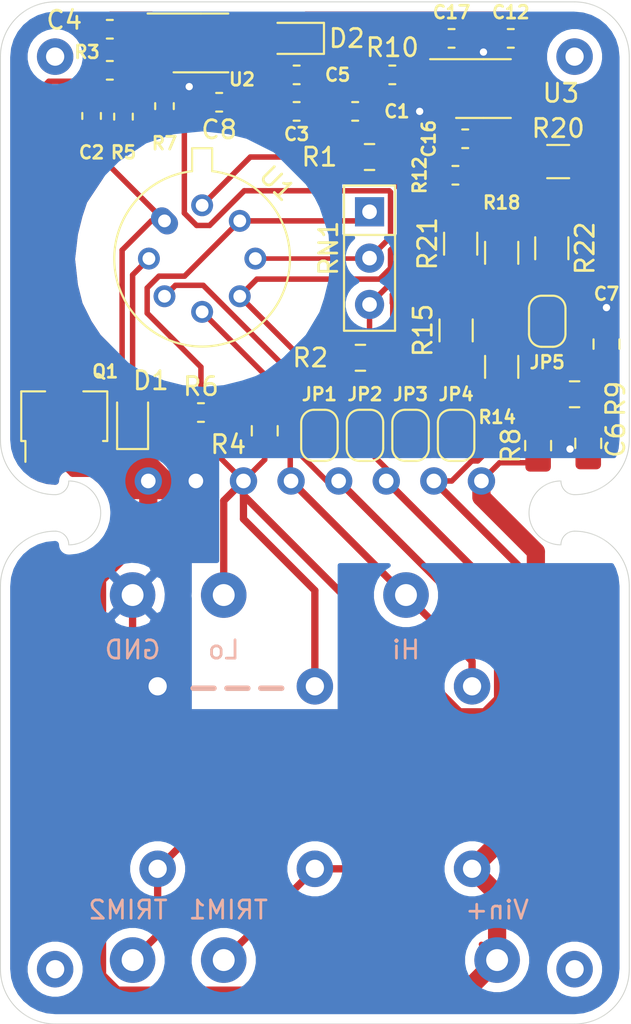
<source format=kicad_pcb>
(kicad_pcb (version 20171130) (host pcbnew "(5.1.6)-1")

  (general
    (thickness 1.6)
    (drawings 59)
    (tracks 426)
    (zones 0)
    (modules 46)
    (nets 30)
  )

  (page A4)
  (layers
    (0 F.Cu signal)
    (31 B.Cu signal)
    (32 B.Adhes user)
    (33 F.Adhes user)
    (34 B.Paste user)
    (35 F.Paste user)
    (36 B.SilkS user)
    (37 F.SilkS user)
    (38 B.Mask user)
    (39 F.Mask user)
    (40 Dwgs.User user)
    (41 Cmts.User user)
    (42 Eco1.User user)
    (43 Eco2.User user)
    (44 Edge.Cuts user)
    (45 Margin user)
    (46 B.CrtYd user)
    (47 F.CrtYd user)
    (48 B.Fab user)
    (49 F.Fab user)
  )

  (setup
    (last_trace_width 1)
    (user_trace_width 0.3)
    (user_trace_width 0.4)
    (user_trace_width 0.5)
    (user_trace_width 0.75)
    (user_trace_width 1)
    (trace_clearance 0.2)
    (zone_clearance 0.508)
    (zone_45_only no)
    (trace_min 0.2)
    (via_size 0.8)
    (via_drill 0.4)
    (via_min_size 0.4)
    (via_min_drill 0.3)
    (user_via 1.5 0.8)
    (user_via 2 1)
    (user_via 3 2)
    (uvia_size 0.3)
    (uvia_drill 0.1)
    (uvias_allowed no)
    (uvia_min_size 0.2)
    (uvia_min_drill 0.1)
    (edge_width 0.05)
    (segment_width 0.2)
    (pcb_text_width 0.3)
    (pcb_text_size 1.5 1.5)
    (mod_edge_width 0.12)
    (mod_text_size 1 1)
    (mod_text_width 0.15)
    (pad_size 2.49936 2.49936)
    (pad_drill 1.2)
    (pad_to_mask_clearance 0.05)
    (aux_axis_origin 0 0)
    (visible_elements 7FFCFF3F)
    (pcbplotparams
      (layerselection 0x010fc_ffffffff)
      (usegerberextensions false)
      (usegerberattributes true)
      (usegerberadvancedattributes true)
      (creategerberjobfile true)
      (excludeedgelayer true)
      (linewidth 0.150000)
      (plotframeref false)
      (viasonmask false)
      (mode 1)
      (useauxorigin false)
      (hpglpennumber 1)
      (hpglpenspeed 20)
      (hpglpendiameter 15.000000)
      (psnegative false)
      (psa4output false)
      (plotreference true)
      (plotvalue true)
      (plotinvisibletext false)
      (padsonsilk false)
      (subtractmaskfromsilk false)
      (outputformat 1)
      (mirror false)
      (drillshape 0)
      (scaleselection 1)
      (outputdirectory "fab/"))
  )

  (net 0 "")
  (net 1 "Net-(D1-Pad2)")
  (net 2 "Net-(D2-Pad1)")
  (net 3 "Net-(Q1-Pad1)")
  (net 4 "Net-(C1-Pad2)")
  (net 5 "Net-(C2-Pad2)")
  (net 6 "Net-(C2-Pad1)")
  (net 7 /GND)
  (net 8 /VCC)
  (net 9 "Net-(C4-Pad2)")
  (net 10 "Net-(C4-Pad1)")
  (net 11 "Net-(C5-Pad2)")
  (net 12 "Net-(C5-Pad1)")
  (net 13 "Net-(J9-Pad1)")
  (net 14 "Net-(J10-Pad1)")
  (net 15 "Net-(C6-Pad2)")
  (net 16 /V+_filtered)
  (net 17 "Net-(C16-Pad1)")
  (net 18 "Net-(C17-Pad2)")
  (net 19 "Net-(C17-Pad1)")
  (net 20 "Net-(R7-Pad1)")
  (net 21 "Net-(U3-Pad8)")
  (net 22 "Net-(U3-Pad1)")
  (net 23 "Net-(R14-Pad1)")
  (net 24 "Net-(R15-Pad2)")
  (net 25 "Net-(R18-Pad2)")
  (net 26 "Net-(R1-Pad2)")
  (net 27 "Net-(JP3-Pad2)")
  (net 28 "Net-(R10-Pad1)")
  (net 29 "Net-(JP5-Pad2)")

  (net_class Default "This is the default net class."
    (clearance 0.2)
    (trace_width 0.25)
    (via_dia 0.8)
    (via_drill 0.4)
    (uvia_dia 0.3)
    (uvia_drill 0.1)
    (add_net /GND)
    (add_net /V+_filtered)
    (add_net /VCC)
    (add_net "Net-(C1-Pad2)")
    (add_net "Net-(C16-Pad1)")
    (add_net "Net-(C17-Pad1)")
    (add_net "Net-(C17-Pad2)")
    (add_net "Net-(C2-Pad1)")
    (add_net "Net-(C2-Pad2)")
    (add_net "Net-(C4-Pad1)")
    (add_net "Net-(C4-Pad2)")
    (add_net "Net-(C5-Pad1)")
    (add_net "Net-(C5-Pad2)")
    (add_net "Net-(C6-Pad2)")
    (add_net "Net-(D1-Pad2)")
    (add_net "Net-(D2-Pad1)")
    (add_net "Net-(J10-Pad1)")
    (add_net "Net-(J9-Pad1)")
    (add_net "Net-(JP3-Pad2)")
    (add_net "Net-(JP5-Pad2)")
    (add_net "Net-(Q1-Pad1)")
    (add_net "Net-(R1-Pad2)")
    (add_net "Net-(R10-Pad1)")
    (add_net "Net-(R14-Pad1)")
    (add_net "Net-(R15-Pad2)")
    (add_net "Net-(R18-Pad2)")
    (add_net "Net-(R7-Pad1)")
    (add_net "Net-(U3-Pad1)")
    (add_net "Net-(U3-Pad8)")
  )

  (module Resistor_SMD:R_0603_1608Metric (layer F.Cu) (tedit 5B301BBD) (tstamp 6104AAEE)
    (at 121.5 48 180)
    (descr "Resistor SMD 0603 (1608 Metric), square (rectangular) end terminal, IPC_7351 nominal, (Body size source: http://www.tortai-tech.com/upload/download/2011102023233369053.pdf), generated with kicad-footprint-generator")
    (tags resistor)
    (path /6112C1E1)
    (attr smd)
    (fp_text reference R10 (at 0 1.5) (layer F.SilkS)
      (effects (font (size 1 1) (thickness 0.15)))
    )
    (fp_text value 0R (at 0 1.43) (layer F.Fab)
      (effects (font (size 1 1) (thickness 0.15)))
    )
    (fp_text user %R (at 0 0) (layer F.Fab)
      (effects (font (size 0.4 0.4) (thickness 0.06)))
    )
    (fp_line (start -0.8 0.4) (end -0.8 -0.4) (layer F.Fab) (width 0.1))
    (fp_line (start -0.8 -0.4) (end 0.8 -0.4) (layer F.Fab) (width 0.1))
    (fp_line (start 0.8 -0.4) (end 0.8 0.4) (layer F.Fab) (width 0.1))
    (fp_line (start 0.8 0.4) (end -0.8 0.4) (layer F.Fab) (width 0.1))
    (fp_line (start -0.162779 -0.51) (end 0.162779 -0.51) (layer F.SilkS) (width 0.12))
    (fp_line (start -0.162779 0.51) (end 0.162779 0.51) (layer F.SilkS) (width 0.12))
    (fp_line (start -1.48 0.73) (end -1.48 -0.73) (layer F.CrtYd) (width 0.05))
    (fp_line (start -1.48 -0.73) (end 1.48 -0.73) (layer F.CrtYd) (width 0.05))
    (fp_line (start 1.48 -0.73) (end 1.48 0.73) (layer F.CrtYd) (width 0.05))
    (fp_line (start 1.48 0.73) (end -1.48 0.73) (layer F.CrtYd) (width 0.05))
    (pad 2 smd roundrect (at 0.7875 0 180) (size 0.875 0.95) (layers F.Cu F.Paste F.Mask) (roundrect_rratio 0.25)
      (net 2 "Net-(D2-Pad1)"))
    (pad 1 smd roundrect (at -0.7875 0 180) (size 0.875 0.95) (layers F.Cu F.Paste F.Mask) (roundrect_rratio 0.25)
      (net 28 "Net-(R10-Pad1)"))
    (model ${KISYS3DMOD}/Resistor_SMD.3dshapes/R_0603_1608Metric.wrl
      (at (xyz 0 0 0))
      (scale (xyz 1 1 1))
      (rotate (xyz 0 0 0))
    )
  )

  (module Package_TO_SOT_SMD:SOT-89-3 (layer F.Cu) (tedit 5C33D6E8) (tstamp 61046AED)
    (at 103.5 67 90)
    (descr "SOT-89-3, http://ww1.microchip.com/downloads/en/DeviceDoc/3L_SOT-89_MB_C04-029C.pdf")
    (tags SOT-89-3)
    (path /6110DAE9)
    (attr smd)
    (fp_text reference Q1 (at 2.75 2.25 180) (layer F.SilkS)
      (effects (font (size 0.7 0.7) (thickness 0.15)))
    )
    (fp_text value 2SD1628G-TD-E (at 0.3 3.5 90) (layer F.Fab)
      (effects (font (size 1 1) (thickness 0.15)))
    )
    (fp_text user %R (at 0.5 0) (layer F.Fab)
      (effects (font (size 1 1) (thickness 0.15)))
    )
    (fp_line (start 1.66 1.05) (end 1.66 2.36) (layer F.SilkS) (width 0.12))
    (fp_line (start 1.66 2.36) (end -1.06 2.36) (layer F.SilkS) (width 0.12))
    (fp_line (start -2.2 -2.13) (end -1.06 -2.13) (layer F.SilkS) (width 0.12))
    (fp_line (start 1.66 -2.36) (end 1.66 -1.05) (layer F.SilkS) (width 0.12))
    (fp_line (start -0.95 -1.25) (end 0.05 -2.25) (layer F.Fab) (width 0.1))
    (fp_line (start 1.55 -2.25) (end 1.55 2.25) (layer F.Fab) (width 0.1))
    (fp_line (start 1.55 2.25) (end -0.95 2.25) (layer F.Fab) (width 0.1))
    (fp_line (start -0.95 2.25) (end -0.95 -1.25) (layer F.Fab) (width 0.1))
    (fp_line (start 0.05 -2.25) (end 1.55 -2.25) (layer F.Fab) (width 0.1))
    (fp_line (start 2.55 -2.5) (end 2.55 2.5) (layer F.CrtYd) (width 0.05))
    (fp_line (start 2.55 -2.5) (end -2.55 -2.5) (layer F.CrtYd) (width 0.05))
    (fp_line (start -2.55 2.5) (end 2.55 2.5) (layer F.CrtYd) (width 0.05))
    (fp_line (start -2.55 2.5) (end -2.55 -2.5) (layer F.CrtYd) (width 0.05))
    (fp_line (start -1.06 -2.36) (end 1.66 -2.36) (layer F.SilkS) (width 0.12))
    (fp_line (start -1.06 -2.36) (end -1.06 -2.13) (layer F.SilkS) (width 0.12))
    (fp_line (start -1.06 2.36) (end -1.06 2.13) (layer F.SilkS) (width 0.12))
    (pad 2 smd custom (at -1.5625 0 90) (size 1.475 0.9) (layers F.Cu F.Paste F.Mask)
      (net 8 /VCC) (zone_connect 2)
      (options (clearance outline) (anchor rect))
      (primitives
        (gr_poly (pts
           (xy 0.7375 -0.8665) (xy 3.8625 -0.8665) (xy 3.8625 0.8665) (xy 0.7375 0.8665)) (width 0))
      ))
    (pad 3 smd rect (at -1.65 1.5 90) (size 1.3 0.9) (layers F.Cu F.Paste F.Mask)
      (net 5 "Net-(C2-Pad2)"))
    (pad 1 smd rect (at -1.65 -1.5 90) (size 1.3 0.9) (layers F.Cu F.Paste F.Mask)
      (net 3 "Net-(Q1-Pad1)"))
    (model ${KISYS3DMOD}/Package_TO_SOT_SMD.3dshapes/SOT-89-3.wrl
      (at (xyz 0 0 0))
      (scale (xyz 1 1 1))
      (rotate (xyz 0 0 0))
    )
  )

  (module Capacitor_SMD:C_0805_2012Metric (layer F.Cu) (tedit 5B36C52B) (tstamp 60595555)
    (at 132.25 68.1875 90)
    (descr "Capacitor SMD 0805 (2012 Metric), square (rectangular) end terminal, IPC_7351 nominal, (Body size source: https://docs.google.com/spreadsheets/d/1BsfQQcO9C6DZCsRaXUlFlo91Tg2WpOkGARC1WS5S8t0/edit?usp=sharing), generated with kicad-footprint-generator")
    (tags capacitor)
    (path /605FAC6A)
    (attr smd)
    (fp_text reference C6 (at 0.1875 1.5 90) (layer F.SilkS)
      (effects (font (size 1 1) (thickness 0.15)))
    )
    (fp_text value 22uF (at 0 1.65 90) (layer F.Fab)
      (effects (font (size 1 1) (thickness 0.15)))
    )
    (fp_line (start -1 0.6) (end -1 -0.6) (layer F.Fab) (width 0.1))
    (fp_line (start -1 -0.6) (end 1 -0.6) (layer F.Fab) (width 0.1))
    (fp_line (start 1 -0.6) (end 1 0.6) (layer F.Fab) (width 0.1))
    (fp_line (start 1 0.6) (end -1 0.6) (layer F.Fab) (width 0.1))
    (fp_line (start -0.258578 -0.71) (end 0.258578 -0.71) (layer F.SilkS) (width 0.12))
    (fp_line (start -0.258578 0.71) (end 0.258578 0.71) (layer F.SilkS) (width 0.12))
    (fp_line (start -1.68 0.95) (end -1.68 -0.95) (layer F.CrtYd) (width 0.05))
    (fp_line (start -1.68 -0.95) (end 1.68 -0.95) (layer F.CrtYd) (width 0.05))
    (fp_line (start 1.68 -0.95) (end 1.68 0.95) (layer F.CrtYd) (width 0.05))
    (fp_line (start 1.68 0.95) (end -1.68 0.95) (layer F.CrtYd) (width 0.05))
    (fp_text user %R (at 0 0 90) (layer F.Fab)
      (effects (font (size 0.5 0.5) (thickness 0.08)))
    )
    (pad 2 smd roundrect (at 0.9375 0 90) (size 0.975 1.4) (layers F.Cu F.Paste F.Mask) (roundrect_rratio 0.25)
      (net 15 "Net-(C6-Pad2)"))
    (pad 1 smd roundrect (at -0.9375 0 90) (size 0.975 1.4) (layers F.Cu F.Paste F.Mask) (roundrect_rratio 0.25)
      (net 7 /GND))
    (model ${KISYS3DMOD}/Capacitor_SMD.3dshapes/C_0805_2012Metric.wrl
      (at (xyz 0 0 0))
      (scale (xyz 1 1 1))
      (rotate (xyz 0 0 0))
    )
  )

  (module Jumper:SolderJumper-2_P1.3mm_Open_RoundedPad1.0x1.5mm (layer F.Cu) (tedit 5B391E66) (tstamp 60FDAF1D)
    (at 122.5 67.75 90)
    (descr "SMD Solder Jumper, 1x1.5mm, rounded Pads, 0.3mm gap, open")
    (tags "solder jumper open")
    (path /61060A82)
    (attr virtual)
    (fp_text reference JP3 (at 2.25 0 180) (layer F.SilkS)
      (effects (font (size 0.7 0.7) (thickness 0.15)))
    )
    (fp_text value Jumper_NO_Small (at 0 1.9 90) (layer F.Fab)
      (effects (font (size 1 1) (thickness 0.15)))
    )
    (fp_line (start 1.65 1.25) (end -1.65 1.25) (layer F.CrtYd) (width 0.05))
    (fp_line (start 1.65 1.25) (end 1.65 -1.25) (layer F.CrtYd) (width 0.05))
    (fp_line (start -1.65 -1.25) (end -1.65 1.25) (layer F.CrtYd) (width 0.05))
    (fp_line (start -1.65 -1.25) (end 1.65 -1.25) (layer F.CrtYd) (width 0.05))
    (fp_line (start -0.7 -1) (end 0.7 -1) (layer F.SilkS) (width 0.12))
    (fp_line (start 1.4 -0.3) (end 1.4 0.3) (layer F.SilkS) (width 0.12))
    (fp_line (start 0.7 1) (end -0.7 1) (layer F.SilkS) (width 0.12))
    (fp_line (start -1.4 0.3) (end -1.4 -0.3) (layer F.SilkS) (width 0.12))
    (fp_arc (start -0.7 -0.3) (end -0.7 -1) (angle -90) (layer F.SilkS) (width 0.12))
    (fp_arc (start -0.7 0.3) (end -1.4 0.3) (angle -90) (layer F.SilkS) (width 0.12))
    (fp_arc (start 0.7 0.3) (end 0.7 1) (angle -90) (layer F.SilkS) (width 0.12))
    (fp_arc (start 0.7 -0.3) (end 1.4 -0.3) (angle -90) (layer F.SilkS) (width 0.12))
    (pad 2 smd custom (at 0.65 0 90) (size 1 0.5) (layers F.Cu F.Mask)
      (net 27 "Net-(JP3-Pad2)") (zone_connect 2)
      (options (clearance outline) (anchor rect))
      (primitives
        (gr_circle (center 0 0.25) (end 0.5 0.25) (width 0))
        (gr_circle (center 0 -0.25) (end 0.5 -0.25) (width 0))
        (gr_poly (pts
           (xy 0 -0.75) (xy -0.5 -0.75) (xy -0.5 0.75) (xy 0 0.75)) (width 0))
      ))
    (pad 1 smd custom (at -0.65 0 90) (size 1 0.5) (layers F.Cu F.Mask)
      (net 14 "Net-(J10-Pad1)") (zone_connect 2)
      (options (clearance outline) (anchor rect))
      (primitives
        (gr_circle (center 0 0.25) (end 0.5 0.25) (width 0))
        (gr_circle (center 0 -0.25) (end 0.5 -0.25) (width 0))
        (gr_poly (pts
           (xy 0 -0.75) (xy 0.5 -0.75) (xy 0.5 0.75) (xy 0 0.75)) (width 0))
      ))
  )

  (module Capacitor_SMD:C_0603_1608Metric (layer F.Cu) (tedit 5B301BBE) (tstamp 60FDD755)
    (at 112 49.5)
    (descr "Capacitor SMD 0603 (1608 Metric), square (rectangular) end terminal, IPC_7351 nominal, (Body size source: http://www.tortai-tech.com/upload/download/2011102023233369053.pdf), generated with kicad-footprint-generator")
    (tags capacitor)
    (path /60645170)
    (attr smd)
    (fp_text reference C8 (at 0 1.5) (layer F.SilkS)
      (effects (font (size 1 1) (thickness 0.15)))
    )
    (fp_text value 100nF (at 0 1.43) (layer F.Fab)
      (effects (font (size 1 1) (thickness 0.15)))
    )
    (fp_line (start 1.48 0.73) (end -1.48 0.73) (layer F.CrtYd) (width 0.05))
    (fp_line (start 1.48 -0.73) (end 1.48 0.73) (layer F.CrtYd) (width 0.05))
    (fp_line (start -1.48 -0.73) (end 1.48 -0.73) (layer F.CrtYd) (width 0.05))
    (fp_line (start -1.48 0.73) (end -1.48 -0.73) (layer F.CrtYd) (width 0.05))
    (fp_line (start -0.162779 0.51) (end 0.162779 0.51) (layer F.SilkS) (width 0.12))
    (fp_line (start -0.162779 -0.51) (end 0.162779 -0.51) (layer F.SilkS) (width 0.12))
    (fp_line (start 0.8 0.4) (end -0.8 0.4) (layer F.Fab) (width 0.1))
    (fp_line (start 0.8 -0.4) (end 0.8 0.4) (layer F.Fab) (width 0.1))
    (fp_line (start -0.8 -0.4) (end 0.8 -0.4) (layer F.Fab) (width 0.1))
    (fp_line (start -0.8 0.4) (end -0.8 -0.4) (layer F.Fab) (width 0.1))
    (fp_text user %R (at 0 0) (layer F.Fab)
      (effects (font (size 0.4 0.4) (thickness 0.06)))
    )
    (pad 2 smd roundrect (at 0.7875 0) (size 0.875 0.95) (layers F.Cu F.Paste F.Mask) (roundrect_rratio 0.25)
      (net 16 /V+_filtered))
    (pad 1 smd roundrect (at -0.7875 0) (size 0.875 0.95) (layers F.Cu F.Paste F.Mask) (roundrect_rratio 0.25)
      (net 7 /GND))
    (model ${KISYS3DMOD}/Capacitor_SMD.3dshapes/C_0603_1608Metric.wrl
      (at (xyz 0 0 0))
      (scale (xyz 1 1 1))
      (rotate (xyz 0 0 0))
    )
  )

  (module Package_TO_SOT_THT:TO-5-8 (layer F.Cu) (tedit 5A02FF81) (tstamp 60FDDA52)
    (at 109 56 315)
    (descr TO-5-8)
    (tags TO-5-8)
    (path /6054AF00)
    (fp_text reference U1 (at 2.92 -5.82 315) (layer F.SilkS)
      (effects (font (size 1 1) (thickness 0.15)))
    )
    (fp_text value LTZ1000 (at 2.92 5.82 315) (layer F.Fab)
      (effects (font (size 1 1) (thickness 0.15)))
    )
    (fp_circle (center 2.92 0) (end 7.17 0) (layer F.Fab) (width 0.1))
    (fp_line (start 7.87 -4.95) (end -2.04 -4.95) (layer F.CrtYd) (width 0.05))
    (fp_line (start 7.87 4.95) (end 7.87 -4.95) (layer F.CrtYd) (width 0.05))
    (fp_line (start -2.04 4.95) (end 7.87 4.95) (layer F.CrtYd) (width 0.05))
    (fp_line (start -2.04 -4.95) (end -2.04 4.95) (layer F.CrtYd) (width 0.05))
    (fp_line (start -1.745856 -3.888039) (end -0.854902 -2.997084) (layer F.SilkS) (width 0.12))
    (fp_line (start -0.968039 -4.665856) (end -1.745856 -3.888039) (layer F.SilkS) (width 0.12))
    (fp_line (start -0.077084 -3.774902) (end -0.968039 -4.665856) (layer F.SilkS) (width 0.12))
    (fp_line (start -1.499621 -3.81151) (end -0.69352 -3.005408) (layer F.Fab) (width 0.1))
    (fp_line (start -0.89151 -4.419621) (end -1.499621 -3.81151) (layer F.Fab) (width 0.1))
    (fp_line (start -0.085408 -3.61352) (end -0.89151 -4.419621) (layer F.Fab) (width 0.1))
    (fp_arc (start 2.92 0) (end -0.077084 -3.774902) (angle 346.9) (layer F.SilkS) (width 0.12))
    (fp_arc (start 2.92 0) (end -0.085408 -3.61352) (angle 349.5) (layer F.Fab) (width 0.1))
    (fp_text user %R (at 2.92 -5.82 315) (layer F.Fab)
      (effects (font (size 1 1) (thickness 0.15)))
    )
    (pad 8 thru_hole oval (at 0.855248 -2.064752 315) (size 1.2 1.2) (drill 0.7) (layers *.Cu *.Mask)
      (net 26 "Net-(R1-Pad2)"))
    (pad 7 thru_hole oval (at 2.92 -2.92 315) (size 1.2 1.2) (drill 0.7) (layers *.Cu *.Mask)
      (net 7 /GND))
    (pad 6 thru_hole oval (at 4.984752 -2.064752 315) (size 1.2 1.2) (drill 0.7) (layers *.Cu *.Mask)
      (net 20 "Net-(R7-Pad1)"))
    (pad 5 thru_hole oval (at 5.84 0 315) (size 1.2 1.2) (drill 0.7) (layers *.Cu *.Mask)
      (net 4 "Net-(C1-Pad2)"))
    (pad 4 thru_hole oval (at 4.984752 2.064752 315) (size 1.2 1.2) (drill 0.7) (layers *.Cu *.Mask)
      (net 12 "Net-(C5-Pad1)"))
    (pad 3 thru_hole oval (at 2.92 2.92 315) (size 1.2 1.2) (drill 0.7) (layers *.Cu *.Mask)
      (net 2 "Net-(D2-Pad1)"))
    (pad 2 thru_hole oval (at 0.855248 2.064752 315) (size 1.2 1.2) (drill 0.7) (layers *.Cu *.Mask)
      (net 1 "Net-(D1-Pad2)"))
    (pad 1 thru_hole oval (at 0 0 315) (size 1.6 1.2) (drill 0.7) (layers *.Cu *.Mask)
      (net 5 "Net-(C2-Pad2)"))
    (model ${KISYS3DMOD}/Package_TO_SOT_THT.3dshapes/TO-5-8.wrl
      (at (xyz 0 0 0))
      (scale (xyz 1 1 1))
      (rotate (xyz 0 0 0))
    )
  )

  (module Package_SO:MSOP-8_3x3mm_P0.65mm (layer F.Cu) (tedit 5E509FDD) (tstamp 60FDDA86)
    (at 126.5 48.75)
    (descr "MSOP, 8 Pin (https://www.jedec.org/system/files/docs/mo-187F.pdf variant AA), generated with kicad-footprint-generator ipc_gullwing_generator.py")
    (tags "MSOP SO")
    (path /60670BD9)
    (attr smd)
    (fp_text reference U3 (at 4.25 0.25) (layer F.SilkS)
      (effects (font (size 1 1) (thickness 0.15)))
    )
    (fp_text value ADA4523-1 (at 0 2.45) (layer F.Fab)
      (effects (font (size 1 1) (thickness 0.15)))
    )
    (fp_line (start 3.18 -1.75) (end -3.18 -1.75) (layer F.CrtYd) (width 0.05))
    (fp_line (start 3.18 1.75) (end 3.18 -1.75) (layer F.CrtYd) (width 0.05))
    (fp_line (start -3.18 1.75) (end 3.18 1.75) (layer F.CrtYd) (width 0.05))
    (fp_line (start -3.18 -1.75) (end -3.18 1.75) (layer F.CrtYd) (width 0.05))
    (fp_line (start -1.5 -0.75) (end -0.75 -1.5) (layer F.Fab) (width 0.1))
    (fp_line (start -1.5 1.5) (end -1.5 -0.75) (layer F.Fab) (width 0.1))
    (fp_line (start 1.5 1.5) (end -1.5 1.5) (layer F.Fab) (width 0.1))
    (fp_line (start 1.5 -1.5) (end 1.5 1.5) (layer F.Fab) (width 0.1))
    (fp_line (start -0.75 -1.5) (end 1.5 -1.5) (layer F.Fab) (width 0.1))
    (fp_line (start 0 -1.61) (end -2.925 -1.61) (layer F.SilkS) (width 0.12))
    (fp_line (start 0 -1.61) (end 1.5 -1.61) (layer F.SilkS) (width 0.12))
    (fp_line (start 0 1.61) (end -1.5 1.61) (layer F.SilkS) (width 0.12))
    (fp_line (start 0 1.61) (end 1.5 1.61) (layer F.SilkS) (width 0.12))
    (fp_text user %R (at 0 0) (layer F.Fab)
      (effects (font (size 0.75 0.75) (thickness 0.11)))
    )
    (pad 8 smd roundrect (at 2.1125 -0.975) (size 1.625 0.4) (layers F.Cu F.Paste F.Mask) (roundrect_rratio 0.25)
      (net 21 "Net-(U3-Pad8)"))
    (pad 7 smd roundrect (at 2.1125 -0.325) (size 1.625 0.4) (layers F.Cu F.Paste F.Mask) (roundrect_rratio 0.25)
      (net 16 /V+_filtered))
    (pad 6 smd roundrect (at 2.1125 0.325) (size 1.625 0.4) (layers F.Cu F.Paste F.Mask) (roundrect_rratio 0.25)
      (net 18 "Net-(C17-Pad2)"))
    (pad 5 smd roundrect (at 2.1125 0.975) (size 1.625 0.4) (layers F.Cu F.Paste F.Mask) (roundrect_rratio 0.25))
    (pad 4 smd roundrect (at -2.1125 0.975) (size 1.625 0.4) (layers F.Cu F.Paste F.Mask) (roundrect_rratio 0.25)
      (net 7 /GND))
    (pad 3 smd roundrect (at -2.1125 0.325) (size 1.625 0.4) (layers F.Cu F.Paste F.Mask) (roundrect_rratio 0.25)
      (net 28 "Net-(R10-Pad1)"))
    (pad 2 smd roundrect (at -2.1125 -0.325) (size 1.625 0.4) (layers F.Cu F.Paste F.Mask) (roundrect_rratio 0.25)
      (net 19 "Net-(C17-Pad1)"))
    (pad 1 smd roundrect (at -2.1125 -0.975) (size 1.625 0.4) (layers F.Cu F.Paste F.Mask) (roundrect_rratio 0.25)
      (net 22 "Net-(U3-Pad1)"))
    (model ${KISYS3DMOD}/Package_SO.3dshapes/MSOP-8_3x3mm_P0.65mm.wrl
      (at (xyz 0 0 0))
      (scale (xyz 1 1 1))
      (rotate (xyz 0 0 0))
    )
  )

  (module Package_SO:MSOP-8_3x3mm_P0.65mm (layer F.Cu) (tedit 5E509FDD) (tstamp 60FDDA6C)
    (at 111 46.25)
    (descr "MSOP, 8 Pin (https://www.jedec.org/system/files/docs/mo-187F.pdf variant AA), generated with kicad-footprint-generator ipc_gullwing_generator.py")
    (tags "MSOP SO")
    (path /6054D7EF)
    (attr smd)
    (fp_text reference U2 (at 2.25 2) (layer F.SilkS)
      (effects (font (size 0.7 0.7) (thickness 0.15)))
    )
    (fp_text value AD8667 (at 0 2.45) (layer F.Fab)
      (effects (font (size 1 1) (thickness 0.15)))
    )
    (fp_line (start 3.18 -1.75) (end -3.18 -1.75) (layer F.CrtYd) (width 0.05))
    (fp_line (start 3.18 1.75) (end 3.18 -1.75) (layer F.CrtYd) (width 0.05))
    (fp_line (start -3.18 1.75) (end 3.18 1.75) (layer F.CrtYd) (width 0.05))
    (fp_line (start -3.18 -1.75) (end -3.18 1.75) (layer F.CrtYd) (width 0.05))
    (fp_line (start -1.5 -0.75) (end -0.75 -1.5) (layer F.Fab) (width 0.1))
    (fp_line (start -1.5 1.5) (end -1.5 -0.75) (layer F.Fab) (width 0.1))
    (fp_line (start 1.5 1.5) (end -1.5 1.5) (layer F.Fab) (width 0.1))
    (fp_line (start 1.5 -1.5) (end 1.5 1.5) (layer F.Fab) (width 0.1))
    (fp_line (start -0.75 -1.5) (end 1.5 -1.5) (layer F.Fab) (width 0.1))
    (fp_line (start 0 -1.61) (end -2.925 -1.61) (layer F.SilkS) (width 0.12))
    (fp_line (start 0 -1.61) (end 1.5 -1.61) (layer F.SilkS) (width 0.12))
    (fp_line (start 0 1.61) (end -1.5 1.61) (layer F.SilkS) (width 0.12))
    (fp_line (start 0 1.61) (end 1.5 1.61) (layer F.SilkS) (width 0.12))
    (fp_text user %R (at 0 0) (layer F.Fab)
      (effects (font (size 0.75 0.75) (thickness 0.11)))
    )
    (pad 8 smd roundrect (at 2.1125 -0.975) (size 1.625 0.4) (layers F.Cu F.Paste F.Mask) (roundrect_rratio 0.25)
      (net 16 /V+_filtered))
    (pad 7 smd roundrect (at 2.1125 -0.325) (size 1.625 0.4) (layers F.Cu F.Paste F.Mask) (roundrect_rratio 0.25)
      (net 11 "Net-(C5-Pad2)"))
    (pad 6 smd roundrect (at 2.1125 0.325) (size 1.625 0.4) (layers F.Cu F.Paste F.Mask) (roundrect_rratio 0.25)
      (net 12 "Net-(C5-Pad1)"))
    (pad 5 smd roundrect (at 2.1125 0.975) (size 1.625 0.4) (layers F.Cu F.Paste F.Mask) (roundrect_rratio 0.25)
      (net 4 "Net-(C1-Pad2)"))
    (pad 4 smd roundrect (at -2.1125 0.975) (size 1.625 0.4) (layers F.Cu F.Paste F.Mask) (roundrect_rratio 0.25)
      (net 7 /GND))
    (pad 3 smd roundrect (at -2.1125 0.325) (size 1.625 0.4) (layers F.Cu F.Paste F.Mask) (roundrect_rratio 0.25)
      (net 4 "Net-(C1-Pad2)"))
    (pad 2 smd roundrect (at -2.1125 -0.325) (size 1.625 0.4) (layers F.Cu F.Paste F.Mask) (roundrect_rratio 0.25)
      (net 10 "Net-(C4-Pad1)"))
    (pad 1 smd roundrect (at -2.1125 -0.975) (size 1.625 0.4) (layers F.Cu F.Paste F.Mask) (roundrect_rratio 0.25)
      (net 9 "Net-(C4-Pad2)"))
    (model ${KISYS3DMOD}/Package_SO.3dshapes/MSOP-8_3x3mm_P0.65mm.wrl
      (at (xyz 0 0 0))
      (scale (xyz 1 1 1))
      (rotate (xyz 0 0 0))
    )
  )

  (module my_lib:SIP-3 (layer F.Cu) (tedit 5F4A1516) (tstamp 60FDDA38)
    (at 120.25 55.5 270)
    (path /60553627)
    (fp_text reference RN1 (at 2 2.25 90) (layer F.SilkS)
      (effects (font (size 1 1) (thickness 0.15)))
    )
    (fp_text value 13k1k (at 2.5 2.5 90) (layer F.Fab)
      (effects (font (size 1 1) (thickness 0.15)))
    )
    (fp_line (start 6.37 -1.25) (end -1.29 -1.25) (layer F.Fab) (width 0.1))
    (fp_line (start -1.29 1.25) (end 6.35 1.25) (layer F.Fab) (width 0.1))
    (fp_line (start -1.29 -1.25) (end -1.29 1.25) (layer F.Fab) (width 0.1))
    (fp_line (start 6.37 1.25) (end 6.37 -1.25) (layer F.Fab) (width 0.1))
    (fp_line (start 6.81 1.65) (end 6.81 -1.65) (layer F.CrtYd) (width 0.05))
    (fp_line (start 6.81 -1.65) (end -1.7 -1.65) (layer F.CrtYd) (width 0.05))
    (fp_line (start 1.27 -1.25) (end 1.27 1.25) (layer F.Fab) (width 0.1))
    (fp_line (start 6.52 -1.4) (end -1.44 -1.4) (layer F.SilkS) (width 0.12))
    (fp_line (start -1.44 -1.4) (end -1.44 1.4) (layer F.SilkS) (width 0.12))
    (fp_line (start -1.44 1.4) (end 6.52 1.4) (layer F.SilkS) (width 0.12))
    (fp_line (start 6.52 1.4) (end 6.52 -1.4) (layer F.SilkS) (width 0.12))
    (fp_line (start 1.27 -1.4) (end 1.27 1.4) (layer F.SilkS) (width 0.12))
    (fp_line (start -1.7 -1.65) (end -1.7 1.65) (layer F.CrtYd) (width 0.05))
    (fp_line (start -1.7 1.65) (end 6.81 1.65) (layer F.CrtYd) (width 0.05))
    (fp_text user %R (at 3.81 0 90) (layer F.Fab)
      (effects (font (size 1 1) (thickness 0.15)))
    )
    (pad 1 thru_hole rect (at 0 0 270) (size 1.6 1.6) (drill 0.8) (layers *.Cu *.Mask)
      (net 7 /GND))
    (pad 3 thru_hole oval (at 5.08 0 270) (size 1.6 1.6) (drill 0.8) (layers *.Cu *.Mask)
      (net 2 "Net-(D2-Pad1)"))
    (pad 2 thru_hole oval (at 2.54 0 270) (size 1.6 1.6) (drill 0.8) (layers *.Cu *.Mask)
      (net 20 "Net-(R7-Pad1)"))
  )

  (module Resistor_SMD:R_1206_3216Metric (layer F.Cu) (tedit 5B301BBD) (tstamp 60FDDA22)
    (at 130.25 57.5 270)
    (descr "Resistor SMD 1206 (3216 Metric), square (rectangular) end terminal, IPC_7351 nominal, (Body size source: http://www.tortai-tech.com/upload/download/2011102023233369053.pdf), generated with kicad-footprint-generator")
    (tags resistor)
    (path /6066D6D3)
    (attr smd)
    (fp_text reference R22 (at 0 -1.82 90) (layer F.SilkS)
      (effects (font (size 1 1) (thickness 0.15)))
    )
    (fp_text value tbd (at 0 1.82 90) (layer F.Fab)
      (effects (font (size 1 1) (thickness 0.15)))
    )
    (fp_line (start 2.28 1.12) (end -2.28 1.12) (layer F.CrtYd) (width 0.05))
    (fp_line (start 2.28 -1.12) (end 2.28 1.12) (layer F.CrtYd) (width 0.05))
    (fp_line (start -2.28 -1.12) (end 2.28 -1.12) (layer F.CrtYd) (width 0.05))
    (fp_line (start -2.28 1.12) (end -2.28 -1.12) (layer F.CrtYd) (width 0.05))
    (fp_line (start -0.602064 0.91) (end 0.602064 0.91) (layer F.SilkS) (width 0.12))
    (fp_line (start -0.602064 -0.91) (end 0.602064 -0.91) (layer F.SilkS) (width 0.12))
    (fp_line (start 1.6 0.8) (end -1.6 0.8) (layer F.Fab) (width 0.1))
    (fp_line (start 1.6 -0.8) (end 1.6 0.8) (layer F.Fab) (width 0.1))
    (fp_line (start -1.6 -0.8) (end 1.6 -0.8) (layer F.Fab) (width 0.1))
    (fp_line (start -1.6 0.8) (end -1.6 -0.8) (layer F.Fab) (width 0.1))
    (fp_text user %R (at 0 0 90) (layer F.Fab)
      (effects (font (size 0.8 0.8) (thickness 0.12)))
    )
    (pad 2 smd roundrect (at 1.4 0 270) (size 1.25 1.75) (layers F.Cu F.Paste F.Mask) (roundrect_rratio 0.2)
      (net 29 "Net-(JP5-Pad2)"))
    (pad 1 smd roundrect (at -1.4 0 270) (size 1.25 1.75) (layers F.Cu F.Paste F.Mask) (roundrect_rratio 0.2)
      (net 25 "Net-(R18-Pad2)"))
    (model ${KISYS3DMOD}/Resistor_SMD.3dshapes/R_1206_3216Metric.wrl
      (at (xyz 0 0 0))
      (scale (xyz 1 1 1))
      (rotate (xyz 0 0 0))
    )
  )

  (module Resistor_SMD:R_1206_3216Metric (layer F.Cu) (tedit 5B301BBD) (tstamp 60FDDA11)
    (at 125.25 57.25 90)
    (descr "Resistor SMD 1206 (3216 Metric), square (rectangular) end terminal, IPC_7351 nominal, (Body size source: http://www.tortai-tech.com/upload/download/2011102023233369053.pdf), generated with kicad-footprint-generator")
    (tags resistor)
    (path /605ED1A1)
    (attr smd)
    (fp_text reference R21 (at 0 -1.82 90) (layer F.SilkS)
      (effects (font (size 1 1) (thickness 0.15)))
    )
    (fp_text value tbd (at 0 1.82 90) (layer F.Fab)
      (effects (font (size 1 1) (thickness 0.15)))
    )
    (fp_line (start 2.28 1.12) (end -2.28 1.12) (layer F.CrtYd) (width 0.05))
    (fp_line (start 2.28 -1.12) (end 2.28 1.12) (layer F.CrtYd) (width 0.05))
    (fp_line (start -2.28 -1.12) (end 2.28 -1.12) (layer F.CrtYd) (width 0.05))
    (fp_line (start -2.28 1.12) (end -2.28 -1.12) (layer F.CrtYd) (width 0.05))
    (fp_line (start -0.602064 0.91) (end 0.602064 0.91) (layer F.SilkS) (width 0.12))
    (fp_line (start -0.602064 -0.91) (end 0.602064 -0.91) (layer F.SilkS) (width 0.12))
    (fp_line (start 1.6 0.8) (end -1.6 0.8) (layer F.Fab) (width 0.1))
    (fp_line (start 1.6 -0.8) (end 1.6 0.8) (layer F.Fab) (width 0.1))
    (fp_line (start -1.6 -0.8) (end 1.6 -0.8) (layer F.Fab) (width 0.1))
    (fp_line (start -1.6 0.8) (end -1.6 -0.8) (layer F.Fab) (width 0.1))
    (fp_text user %R (at 0 0 90) (layer F.Fab)
      (effects (font (size 0.8 0.8) (thickness 0.12)))
    )
    (pad 2 smd roundrect (at 1.4 0 90) (size 1.25 1.75) (layers F.Cu F.Paste F.Mask) (roundrect_rratio 0.2)
      (net 29 "Net-(JP5-Pad2)"))
    (pad 1 smd roundrect (at -1.4 0 90) (size 1.25 1.75) (layers F.Cu F.Paste F.Mask) (roundrect_rratio 0.2)
      (net 24 "Net-(R15-Pad2)"))
    (model ${KISYS3DMOD}/Resistor_SMD.3dshapes/R_1206_3216Metric.wrl
      (at (xyz 0 0 0))
      (scale (xyz 1 1 1))
      (rotate (xyz 0 0 0))
    )
  )

  (module Resistor_SMD:R_1206_3216Metric (layer F.Cu) (tedit 5B301BBD) (tstamp 60FDDA00)
    (at 130.6 52.75)
    (descr "Resistor SMD 1206 (3216 Metric), square (rectangular) end terminal, IPC_7351 nominal, (Body size source: http://www.tortai-tech.com/upload/download/2011102023233369053.pdf), generated with kicad-footprint-generator")
    (tags resistor)
    (path /605C2D38)
    (attr smd)
    (fp_text reference R20 (at 0 -1.82) (layer F.SilkS)
      (effects (font (size 1 1) (thickness 0.15)))
    )
    (fp_text value tbd (at 0 1.82) (layer F.Fab)
      (effects (font (size 1 1) (thickness 0.15)))
    )
    (fp_line (start 2.28 1.12) (end -2.28 1.12) (layer F.CrtYd) (width 0.05))
    (fp_line (start 2.28 -1.12) (end 2.28 1.12) (layer F.CrtYd) (width 0.05))
    (fp_line (start -2.28 -1.12) (end 2.28 -1.12) (layer F.CrtYd) (width 0.05))
    (fp_line (start -2.28 1.12) (end -2.28 -1.12) (layer F.CrtYd) (width 0.05))
    (fp_line (start -0.602064 0.91) (end 0.602064 0.91) (layer F.SilkS) (width 0.12))
    (fp_line (start -0.602064 -0.91) (end 0.602064 -0.91) (layer F.SilkS) (width 0.12))
    (fp_line (start 1.6 0.8) (end -1.6 0.8) (layer F.Fab) (width 0.1))
    (fp_line (start 1.6 -0.8) (end 1.6 0.8) (layer F.Fab) (width 0.1))
    (fp_line (start -1.6 -0.8) (end 1.6 -0.8) (layer F.Fab) (width 0.1))
    (fp_line (start -1.6 0.8) (end -1.6 -0.8) (layer F.Fab) (width 0.1))
    (fp_text user %R (at 0 0) (layer F.Fab)
      (effects (font (size 0.8 0.8) (thickness 0.12)))
    )
    (pad 2 smd roundrect (at 1.4 0) (size 1.25 1.75) (layers F.Cu F.Paste F.Mask) (roundrect_rratio 0.2)
      (net 23 "Net-(R14-Pad1)"))
    (pad 1 smd roundrect (at -1.4 0) (size 1.25 1.75) (layers F.Cu F.Paste F.Mask) (roundrect_rratio 0.2)
      (net 17 "Net-(C16-Pad1)"))
    (model ${KISYS3DMOD}/Resistor_SMD.3dshapes/R_1206_3216Metric.wrl
      (at (xyz 0 0 0))
      (scale (xyz 1 1 1))
      (rotate (xyz 0 0 0))
    )
  )

  (module Resistor_SMD:R_1206_3216Metric (layer F.Cu) (tedit 5B301BBD) (tstamp 60FDD9EF)
    (at 127.5 57.75 90)
    (descr "Resistor SMD 1206 (3216 Metric), square (rectangular) end terminal, IPC_7351 nominal, (Body size source: http://www.tortai-tech.com/upload/download/2011102023233369053.pdf), generated with kicad-footprint-generator")
    (tags resistor)
    (path /6075CD73)
    (attr smd)
    (fp_text reference R18 (at 2.75 0 180) (layer F.SilkS)
      (effects (font (size 0.7 0.7) (thickness 0.15)))
    )
    (fp_text value 25k (at 0 1.82 90) (layer F.Fab)
      (effects (font (size 1 1) (thickness 0.15)))
    )
    (fp_line (start 2.28 1.12) (end -2.28 1.12) (layer F.CrtYd) (width 0.05))
    (fp_line (start 2.28 -1.12) (end 2.28 1.12) (layer F.CrtYd) (width 0.05))
    (fp_line (start -2.28 -1.12) (end 2.28 -1.12) (layer F.CrtYd) (width 0.05))
    (fp_line (start -2.28 1.12) (end -2.28 -1.12) (layer F.CrtYd) (width 0.05))
    (fp_line (start -0.602064 0.91) (end 0.602064 0.91) (layer F.SilkS) (width 0.12))
    (fp_line (start -0.602064 -0.91) (end 0.602064 -0.91) (layer F.SilkS) (width 0.12))
    (fp_line (start 1.6 0.8) (end -1.6 0.8) (layer F.Fab) (width 0.1))
    (fp_line (start 1.6 -0.8) (end 1.6 0.8) (layer F.Fab) (width 0.1))
    (fp_line (start -1.6 -0.8) (end 1.6 -0.8) (layer F.Fab) (width 0.1))
    (fp_line (start -1.6 0.8) (end -1.6 -0.8) (layer F.Fab) (width 0.1))
    (fp_text user %R (at 0 0 90) (layer F.Fab)
      (effects (font (size 0.8 0.8) (thickness 0.12)))
    )
    (pad 2 smd roundrect (at 1.4 0 90) (size 1.25 1.75) (layers F.Cu F.Paste F.Mask) (roundrect_rratio 0.2)
      (net 25 "Net-(R18-Pad2)"))
    (pad 1 smd roundrect (at -1.4 0 90) (size 1.25 1.75) (layers F.Cu F.Paste F.Mask) (roundrect_rratio 0.2)
      (net 7 /GND))
    (model ${KISYS3DMOD}/Resistor_SMD.3dshapes/R_1206_3216Metric.wrl
      (at (xyz 0 0 0))
      (scale (xyz 1 1 1))
      (rotate (xyz 0 0 0))
    )
  )

  (module Resistor_SMD:R_1206_3216Metric (layer F.Cu) (tedit 5B301BBD) (tstamp 60FDD9DE)
    (at 125 62 90)
    (descr "Resistor SMD 1206 (3216 Metric), square (rectangular) end terminal, IPC_7351 nominal, (Body size source: http://www.tortai-tech.com/upload/download/2011102023233369053.pdf), generated with kicad-footprint-generator")
    (tags resistor)
    (path /60794067)
    (attr smd)
    (fp_text reference R15 (at 0 -1.82 90) (layer F.SilkS)
      (effects (font (size 1 1) (thickness 0.15)))
    )
    (fp_text value tbd (at 0 1.82 90) (layer F.Fab)
      (effects (font (size 1 1) (thickness 0.15)))
    )
    (fp_line (start 2.28 1.12) (end -2.28 1.12) (layer F.CrtYd) (width 0.05))
    (fp_line (start 2.28 -1.12) (end 2.28 1.12) (layer F.CrtYd) (width 0.05))
    (fp_line (start -2.28 -1.12) (end 2.28 -1.12) (layer F.CrtYd) (width 0.05))
    (fp_line (start -2.28 1.12) (end -2.28 -1.12) (layer F.CrtYd) (width 0.05))
    (fp_line (start -0.602064 0.91) (end 0.602064 0.91) (layer F.SilkS) (width 0.12))
    (fp_line (start -0.602064 -0.91) (end 0.602064 -0.91) (layer F.SilkS) (width 0.12))
    (fp_line (start 1.6 0.8) (end -1.6 0.8) (layer F.Fab) (width 0.1))
    (fp_line (start 1.6 -0.8) (end 1.6 0.8) (layer F.Fab) (width 0.1))
    (fp_line (start -1.6 -0.8) (end 1.6 -0.8) (layer F.Fab) (width 0.1))
    (fp_line (start -1.6 0.8) (end -1.6 -0.8) (layer F.Fab) (width 0.1))
    (fp_text user %R (at 0 0 90) (layer F.Fab)
      (effects (font (size 0.8 0.8) (thickness 0.12)))
    )
    (pad 2 smd roundrect (at 1.4 0 90) (size 1.25 1.75) (layers F.Cu F.Paste F.Mask) (roundrect_rratio 0.2)
      (net 24 "Net-(R15-Pad2)"))
    (pad 1 smd roundrect (at -1.4 0 90) (size 1.25 1.75) (layers F.Cu F.Paste F.Mask) (roundrect_rratio 0.2)
      (net 13 "Net-(J9-Pad1)"))
    (model ${KISYS3DMOD}/Resistor_SMD.3dshapes/R_1206_3216Metric.wrl
      (at (xyz 0 0 0))
      (scale (xyz 1 1 1))
      (rotate (xyz 0 0 0))
    )
  )

  (module Resistor_SMD:R_1206_3216Metric (layer F.Cu) (tedit 5B301BBD) (tstamp 60FDD9CD)
    (at 127.5 64 270)
    (descr "Resistor SMD 1206 (3216 Metric), square (rectangular) end terminal, IPC_7351 nominal, (Body size source: http://www.tortai-tech.com/upload/download/2011102023233369053.pdf), generated with kicad-footprint-generator")
    (tags resistor)
    (path /60717C9A)
    (attr smd)
    (fp_text reference R14 (at 2.75 0.25 180) (layer F.SilkS)
      (effects (font (size 0.7 0.7) (thickness 0.15)))
    )
    (fp_text value 10k (at 0 1.82 90) (layer F.Fab)
      (effects (font (size 1 1) (thickness 0.15)))
    )
    (fp_line (start 2.28 1.12) (end -2.28 1.12) (layer F.CrtYd) (width 0.05))
    (fp_line (start 2.28 -1.12) (end 2.28 1.12) (layer F.CrtYd) (width 0.05))
    (fp_line (start -2.28 -1.12) (end 2.28 -1.12) (layer F.CrtYd) (width 0.05))
    (fp_line (start -2.28 1.12) (end -2.28 -1.12) (layer F.CrtYd) (width 0.05))
    (fp_line (start -0.602064 0.91) (end 0.602064 0.91) (layer F.SilkS) (width 0.12))
    (fp_line (start -0.602064 -0.91) (end 0.602064 -0.91) (layer F.SilkS) (width 0.12))
    (fp_line (start 1.6 0.8) (end -1.6 0.8) (layer F.Fab) (width 0.1))
    (fp_line (start 1.6 -0.8) (end 1.6 0.8) (layer F.Fab) (width 0.1))
    (fp_line (start -1.6 -0.8) (end 1.6 -0.8) (layer F.Fab) (width 0.1))
    (fp_line (start -1.6 0.8) (end -1.6 -0.8) (layer F.Fab) (width 0.1))
    (fp_text user %R (at 0 0 90) (layer F.Fab)
      (effects (font (size 0.8 0.8) (thickness 0.12)))
    )
    (pad 2 smd roundrect (at 1.4 0 270) (size 1.25 1.75) (layers F.Cu F.Paste F.Mask) (roundrect_rratio 0.2)
      (net 27 "Net-(JP3-Pad2)"))
    (pad 1 smd roundrect (at -1.4 0 270) (size 1.25 1.75) (layers F.Cu F.Paste F.Mask) (roundrect_rratio 0.2)
      (net 23 "Net-(R14-Pad1)"))
    (model ${KISYS3DMOD}/Resistor_SMD.3dshapes/R_1206_3216Metric.wrl
      (at (xyz 0 0 0))
      (scale (xyz 1 1 1))
      (rotate (xyz 0 0 0))
    )
  )

  (module Resistor_SMD:R_0603_1608Metric (layer F.Cu) (tedit 5B301BBD) (tstamp 60FDD9BC)
    (at 124.9625 53.5)
    (descr "Resistor SMD 0603 (1608 Metric), square (rectangular) end terminal, IPC_7351 nominal, (Body size source: http://www.tortai-tech.com/upload/download/2011102023233369053.pdf), generated with kicad-footprint-generator")
    (tags resistor)
    (path /60930203)
    (attr smd)
    (fp_text reference R12 (at -1.9625 0 90) (layer F.SilkS)
      (effects (font (size 0.7 0.7) (thickness 0.15)))
    )
    (fp_text value 1k (at 0 1.43) (layer F.Fab)
      (effects (font (size 1 1) (thickness 0.15)))
    )
    (fp_line (start 1.48 0.73) (end -1.48 0.73) (layer F.CrtYd) (width 0.05))
    (fp_line (start 1.48 -0.73) (end 1.48 0.73) (layer F.CrtYd) (width 0.05))
    (fp_line (start -1.48 -0.73) (end 1.48 -0.73) (layer F.CrtYd) (width 0.05))
    (fp_line (start -1.48 0.73) (end -1.48 -0.73) (layer F.CrtYd) (width 0.05))
    (fp_line (start -0.162779 0.51) (end 0.162779 0.51) (layer F.SilkS) (width 0.12))
    (fp_line (start -0.162779 -0.51) (end 0.162779 -0.51) (layer F.SilkS) (width 0.12))
    (fp_line (start 0.8 0.4) (end -0.8 0.4) (layer F.Fab) (width 0.1))
    (fp_line (start 0.8 -0.4) (end 0.8 0.4) (layer F.Fab) (width 0.1))
    (fp_line (start -0.8 -0.4) (end 0.8 -0.4) (layer F.Fab) (width 0.1))
    (fp_line (start -0.8 0.4) (end -0.8 -0.4) (layer F.Fab) (width 0.1))
    (fp_text user %R (at 0 0) (layer F.Fab)
      (effects (font (size 0.4 0.4) (thickness 0.06)))
    )
    (pad 2 smd roundrect (at 0.7875 0) (size 0.875 0.95) (layers F.Cu F.Paste F.Mask) (roundrect_rratio 0.25)
      (net 18 "Net-(C17-Pad2)"))
    (pad 1 smd roundrect (at -0.7875 0) (size 0.875 0.95) (layers F.Cu F.Paste F.Mask) (roundrect_rratio 0.25)
      (net 17 "Net-(C16-Pad1)"))
    (model ${KISYS3DMOD}/Resistor_SMD.3dshapes/R_0603_1608Metric.wrl
      (at (xyz 0 0 0))
      (scale (xyz 1 1 1))
      (rotate (xyz 0 0 0))
    )
  )

  (module Resistor_SMD:R_0603_1608Metric (layer F.Cu) (tedit 5B301BBD) (tstamp 60FDD96B)
    (at 109 49.7125 270)
    (descr "Resistor SMD 0603 (1608 Metric), square (rectangular) end terminal, IPC_7351 nominal, (Body size source: http://www.tortai-tech.com/upload/download/2011102023233369053.pdf), generated with kicad-footprint-generator")
    (tags resistor)
    (path /6057E316)
    (attr smd)
    (fp_text reference R7 (at 2.0375 0 180) (layer F.SilkS)
      (effects (font (size 0.7 0.7) (thickness 0.15)))
    )
    (fp_text value 10k (at 0 1.43 90) (layer F.Fab)
      (effects (font (size 1 1) (thickness 0.15)))
    )
    (fp_line (start 1.48 0.73) (end -1.48 0.73) (layer F.CrtYd) (width 0.05))
    (fp_line (start 1.48 -0.73) (end 1.48 0.73) (layer F.CrtYd) (width 0.05))
    (fp_line (start -1.48 -0.73) (end 1.48 -0.73) (layer F.CrtYd) (width 0.05))
    (fp_line (start -1.48 0.73) (end -1.48 -0.73) (layer F.CrtYd) (width 0.05))
    (fp_line (start -0.162779 0.51) (end 0.162779 0.51) (layer F.SilkS) (width 0.12))
    (fp_line (start -0.162779 -0.51) (end 0.162779 -0.51) (layer F.SilkS) (width 0.12))
    (fp_line (start 0.8 0.4) (end -0.8 0.4) (layer F.Fab) (width 0.1))
    (fp_line (start 0.8 -0.4) (end 0.8 0.4) (layer F.Fab) (width 0.1))
    (fp_line (start -0.8 -0.4) (end 0.8 -0.4) (layer F.Fab) (width 0.1))
    (fp_line (start -0.8 0.4) (end -0.8 -0.4) (layer F.Fab) (width 0.1))
    (fp_text user %R (at 0 0 90) (layer F.Fab)
      (effects (font (size 0.4 0.4) (thickness 0.06)))
    )
    (pad 2 smd roundrect (at 0.7875 0 270) (size 0.875 0.95) (layers F.Cu F.Paste F.Mask) (roundrect_rratio 0.25)
      (net 10 "Net-(C4-Pad1)"))
    (pad 1 smd roundrect (at -0.7875 0 270) (size 0.875 0.95) (layers F.Cu F.Paste F.Mask) (roundrect_rratio 0.25)
      (net 20 "Net-(R7-Pad1)"))
    (model ${KISYS3DMOD}/Resistor_SMD.3dshapes/R_0603_1608Metric.wrl
      (at (xyz 0 0 0))
      (scale (xyz 1 1 1))
      (rotate (xyz 0 0 0))
    )
  )

  (module Resistor_SMD:R_0603_1608Metric (layer F.Cu) (tedit 5B301BBD) (tstamp 60FDD95A)
    (at 111 66.5)
    (descr "Resistor SMD 0603 (1608 Metric), square (rectangular) end terminal, IPC_7351 nominal, (Body size source: http://www.tortai-tech.com/upload/download/2011102023233369053.pdf), generated with kicad-footprint-generator")
    (tags resistor)
    (path /605A13A8)
    (attr smd)
    (fp_text reference R6 (at 0 -1.43) (layer F.SilkS)
      (effects (font (size 1 1) (thickness 0.15)))
    )
    (fp_text value dnp (at 0 1.43) (layer F.Fab)
      (effects (font (size 1 1) (thickness 0.15)))
    )
    (fp_line (start 1.48 0.73) (end -1.48 0.73) (layer F.CrtYd) (width 0.05))
    (fp_line (start 1.48 -0.73) (end 1.48 0.73) (layer F.CrtYd) (width 0.05))
    (fp_line (start -1.48 -0.73) (end 1.48 -0.73) (layer F.CrtYd) (width 0.05))
    (fp_line (start -1.48 0.73) (end -1.48 -0.73) (layer F.CrtYd) (width 0.05))
    (fp_line (start -0.162779 0.51) (end 0.162779 0.51) (layer F.SilkS) (width 0.12))
    (fp_line (start -0.162779 -0.51) (end 0.162779 -0.51) (layer F.SilkS) (width 0.12))
    (fp_line (start 0.8 0.4) (end -0.8 0.4) (layer F.Fab) (width 0.1))
    (fp_line (start 0.8 -0.4) (end 0.8 0.4) (layer F.Fab) (width 0.1))
    (fp_line (start -0.8 -0.4) (end 0.8 -0.4) (layer F.Fab) (width 0.1))
    (fp_line (start -0.8 0.4) (end -0.8 -0.4) (layer F.Fab) (width 0.1))
    (fp_text user %R (at 0 0) (layer F.Fab)
      (effects (font (size 0.4 0.4) (thickness 0.06)))
    )
    (pad 2 smd roundrect (at 0.7875 0) (size 0.875 0.95) (layers F.Cu F.Paste F.Mask) (roundrect_rratio 0.25)
      (net 12 "Net-(C5-Pad1)"))
    (pad 1 smd roundrect (at -0.7875 0) (size 0.875 0.95) (layers F.Cu F.Paste F.Mask) (roundrect_rratio 0.25)
      (net 5 "Net-(C2-Pad2)"))
    (model ${KISYS3DMOD}/Resistor_SMD.3dshapes/R_0603_1608Metric.wrl
      (at (xyz 0 0 0))
      (scale (xyz 1 1 1))
      (rotate (xyz 0 0 0))
    )
  )

  (module Resistor_SMD:R_0603_1608Metric (layer F.Cu) (tedit 5B301BBD) (tstamp 60FDD949)
    (at 106.75 50.2875 270)
    (descr "Resistor SMD 0603 (1608 Metric), square (rectangular) end terminal, IPC_7351 nominal, (Body size source: http://www.tortai-tech.com/upload/download/2011102023233369053.pdf), generated with kicad-footprint-generator")
    (tags resistor)
    (path /6057DA87)
    (attr smd)
    (fp_text reference R5 (at 1.9625 0 180) (layer F.SilkS)
      (effects (font (size 0.7 0.7) (thickness 0.15)))
    )
    (fp_text value 1M (at 0 1.43 90) (layer F.Fab)
      (effects (font (size 1 1) (thickness 0.15)))
    )
    (fp_line (start 1.48 0.73) (end -1.48 0.73) (layer F.CrtYd) (width 0.05))
    (fp_line (start 1.48 -0.73) (end 1.48 0.73) (layer F.CrtYd) (width 0.05))
    (fp_line (start -1.48 -0.73) (end 1.48 -0.73) (layer F.CrtYd) (width 0.05))
    (fp_line (start -1.48 0.73) (end -1.48 -0.73) (layer F.CrtYd) (width 0.05))
    (fp_line (start -0.162779 0.51) (end 0.162779 0.51) (layer F.SilkS) (width 0.12))
    (fp_line (start -0.162779 -0.51) (end 0.162779 -0.51) (layer F.SilkS) (width 0.12))
    (fp_line (start 0.8 0.4) (end -0.8 0.4) (layer F.Fab) (width 0.1))
    (fp_line (start 0.8 -0.4) (end 0.8 0.4) (layer F.Fab) (width 0.1))
    (fp_line (start -0.8 -0.4) (end 0.8 -0.4) (layer F.Fab) (width 0.1))
    (fp_line (start -0.8 0.4) (end -0.8 -0.4) (layer F.Fab) (width 0.1))
    (fp_text user %R (at 0 0 90) (layer F.Fab)
      (effects (font (size 0.4 0.4) (thickness 0.06)))
    )
    (pad 2 smd roundrect (at 0.7875 0 270) (size 0.875 0.95) (layers F.Cu F.Paste F.Mask) (roundrect_rratio 0.25)
      (net 10 "Net-(C4-Pad1)"))
    (pad 1 smd roundrect (at -0.7875 0 270) (size 0.875 0.95) (layers F.Cu F.Paste F.Mask) (roundrect_rratio 0.25)
      (net 6 "Net-(C2-Pad1)"))
    (model ${KISYS3DMOD}/Resistor_SMD.3dshapes/R_0603_1608Metric.wrl
      (at (xyz 0 0 0))
      (scale (xyz 1 1 1))
      (rotate (xyz 0 0 0))
    )
  )

  (module Resistor_SMD:R_0805_2012Metric (layer F.Cu) (tedit 5B36C52B) (tstamp 60FDD938)
    (at 114.5 67.5 90)
    (descr "Resistor SMD 0805 (2012 Metric), square (rectangular) end terminal, IPC_7351 nominal, (Body size source: https://docs.google.com/spreadsheets/d/1BsfQQcO9C6DZCsRaXUlFlo91Tg2WpOkGARC1WS5S8t0/edit?usp=sharing), generated with kicad-footprint-generator")
    (tags resistor)
    (path /6055BDD8)
    (attr smd)
    (fp_text reference R4 (at -0.75 -2 180) (layer F.SilkS)
      (effects (font (size 1 1) (thickness 0.15)))
    )
    (fp_text value 120 (at 0 1.65 90) (layer F.Fab)
      (effects (font (size 1 1) (thickness 0.15)))
    )
    (fp_line (start 1.68 0.95) (end -1.68 0.95) (layer F.CrtYd) (width 0.05))
    (fp_line (start 1.68 -0.95) (end 1.68 0.95) (layer F.CrtYd) (width 0.05))
    (fp_line (start -1.68 -0.95) (end 1.68 -0.95) (layer F.CrtYd) (width 0.05))
    (fp_line (start -1.68 0.95) (end -1.68 -0.95) (layer F.CrtYd) (width 0.05))
    (fp_line (start -0.258578 0.71) (end 0.258578 0.71) (layer F.SilkS) (width 0.12))
    (fp_line (start -0.258578 -0.71) (end 0.258578 -0.71) (layer F.SilkS) (width 0.12))
    (fp_line (start 1 0.6) (end -1 0.6) (layer F.Fab) (width 0.1))
    (fp_line (start 1 -0.6) (end 1 0.6) (layer F.Fab) (width 0.1))
    (fp_line (start -1 -0.6) (end 1 -0.6) (layer F.Fab) (width 0.1))
    (fp_line (start -1 0.6) (end -1 -0.6) (layer F.Fab) (width 0.1))
    (fp_text user %R (at 0 0 90) (layer F.Fab)
      (effects (font (size 0.5 0.5) (thickness 0.08)))
    )
    (pad 2 smd roundrect (at 0.9375 0 90) (size 0.975 1.4) (layers F.Cu F.Paste F.Mask) (roundrect_rratio 0.25)
      (net 12 "Net-(C5-Pad1)"))
    (pad 1 smd roundrect (at -0.9375 0 90) (size 0.975 1.4) (layers F.Cu F.Paste F.Mask) (roundrect_rratio 0.25)
      (net 7 /GND))
    (model ${KISYS3DMOD}/Resistor_SMD.3dshapes/R_0805_2012Metric.wrl
      (at (xyz 0 0 0))
      (scale (xyz 1 1 1))
      (rotate (xyz 0 0 0))
    )
  )

  (module Resistor_SMD:R_0603_1608Metric (layer F.Cu) (tedit 5B301BBD) (tstamp 60FDD927)
    (at 106 47.75 180)
    (descr "Resistor SMD 0603 (1608 Metric), square (rectangular) end terminal, IPC_7351 nominal, (Body size source: http://www.tortai-tech.com/upload/download/2011102023233369053.pdf), generated with kicad-footprint-generator")
    (tags resistor)
    (path /60560BE7)
    (attr smd)
    (fp_text reference R3 (at 1.25 1 180) (layer F.SilkS)
      (effects (font (size 0.7 0.7) (thickness 0.15)))
    )
    (fp_text value 1k (at 0 1.43) (layer F.Fab)
      (effects (font (size 1 1) (thickness 0.15)))
    )
    (fp_line (start 1.48 0.73) (end -1.48 0.73) (layer F.CrtYd) (width 0.05))
    (fp_line (start 1.48 -0.73) (end 1.48 0.73) (layer F.CrtYd) (width 0.05))
    (fp_line (start -1.48 -0.73) (end 1.48 -0.73) (layer F.CrtYd) (width 0.05))
    (fp_line (start -1.48 0.73) (end -1.48 -0.73) (layer F.CrtYd) (width 0.05))
    (fp_line (start -0.162779 0.51) (end 0.162779 0.51) (layer F.SilkS) (width 0.12))
    (fp_line (start -0.162779 -0.51) (end 0.162779 -0.51) (layer F.SilkS) (width 0.12))
    (fp_line (start 0.8 0.4) (end -0.8 0.4) (layer F.Fab) (width 0.1))
    (fp_line (start 0.8 -0.4) (end 0.8 0.4) (layer F.Fab) (width 0.1))
    (fp_line (start -0.8 -0.4) (end 0.8 -0.4) (layer F.Fab) (width 0.1))
    (fp_line (start -0.8 0.4) (end -0.8 -0.4) (layer F.Fab) (width 0.1))
    (fp_text user %R (at 0 0) (layer F.Fab)
      (effects (font (size 0.4 0.4) (thickness 0.06)))
    )
    (pad 2 smd roundrect (at 0.7875 0 180) (size 0.875 0.95) (layers F.Cu F.Paste F.Mask) (roundrect_rratio 0.25)
      (net 3 "Net-(Q1-Pad1)"))
    (pad 1 smd roundrect (at -0.7875 0 180) (size 0.875 0.95) (layers F.Cu F.Paste F.Mask) (roundrect_rratio 0.25)
      (net 9 "Net-(C4-Pad2)"))
    (model ${KISYS3DMOD}/Resistor_SMD.3dshapes/R_0603_1608Metric.wrl
      (at (xyz 0 0 0))
      (scale (xyz 1 1 1))
      (rotate (xyz 0 0 0))
    )
  )

  (module Resistor_SMD:R_0805_2012Metric (layer F.Cu) (tedit 5B36C52B) (tstamp 60FDD916)
    (at 119.75 63.5 180)
    (descr "Resistor SMD 0805 (2012 Metric), square (rectangular) end terminal, IPC_7351 nominal, (Body size source: https://docs.google.com/spreadsheets/d/1BsfQQcO9C6DZCsRaXUlFlo91Tg2WpOkGARC1WS5S8t0/edit?usp=sharing), generated with kicad-footprint-generator")
    (tags resistor)
    (path /60552727)
    (attr smd)
    (fp_text reference R2 (at 2.75 0) (layer F.SilkS)
      (effects (font (size 1 1) (thickness 0.15)))
    )
    (fp_text value 70k (at 0 1.65) (layer F.Fab)
      (effects (font (size 1 1) (thickness 0.15)))
    )
    (fp_line (start 1.68 0.95) (end -1.68 0.95) (layer F.CrtYd) (width 0.05))
    (fp_line (start 1.68 -0.95) (end 1.68 0.95) (layer F.CrtYd) (width 0.05))
    (fp_line (start -1.68 -0.95) (end 1.68 -0.95) (layer F.CrtYd) (width 0.05))
    (fp_line (start -1.68 0.95) (end -1.68 -0.95) (layer F.CrtYd) (width 0.05))
    (fp_line (start -0.258578 0.71) (end 0.258578 0.71) (layer F.SilkS) (width 0.12))
    (fp_line (start -0.258578 -0.71) (end 0.258578 -0.71) (layer F.SilkS) (width 0.12))
    (fp_line (start 1 0.6) (end -1 0.6) (layer F.Fab) (width 0.1))
    (fp_line (start 1 -0.6) (end 1 0.6) (layer F.Fab) (width 0.1))
    (fp_line (start -1 -0.6) (end 1 -0.6) (layer F.Fab) (width 0.1))
    (fp_line (start -1 0.6) (end -1 -0.6) (layer F.Fab) (width 0.1))
    (fp_text user %R (at 0 0) (layer F.Fab)
      (effects (font (size 0.5 0.5) (thickness 0.08)))
    )
    (pad 2 smd roundrect (at 0.9375 0 180) (size 0.975 1.4) (layers F.Cu F.Paste F.Mask) (roundrect_rratio 0.25)
      (net 4 "Net-(C1-Pad2)"))
    (pad 1 smd roundrect (at -0.9375 0 180) (size 0.975 1.4) (layers F.Cu F.Paste F.Mask) (roundrect_rratio 0.25)
      (net 2 "Net-(D2-Pad1)"))
    (model ${KISYS3DMOD}/Resistor_SMD.3dshapes/R_0805_2012Metric.wrl
      (at (xyz 0 0 0))
      (scale (xyz 1 1 1))
      (rotate (xyz 0 0 0))
    )
  )

  (module Resistor_SMD:R_0805_2012Metric (layer F.Cu) (tedit 5B36C52B) (tstamp 60FDD905)
    (at 120.25 52.5 180)
    (descr "Resistor SMD 0805 (2012 Metric), square (rectangular) end terminal, IPC_7351 nominal, (Body size source: https://docs.google.com/spreadsheets/d/1BsfQQcO9C6DZCsRaXUlFlo91Tg2WpOkGARC1WS5S8t0/edit?usp=sharing), generated with kicad-footprint-generator")
    (tags resistor)
    (path /6055107A)
    (attr smd)
    (fp_text reference R1 (at 2.75 0) (layer F.SilkS)
      (effects (font (size 1 1) (thickness 0.15)))
    )
    (fp_text value 70k (at 0 1.65) (layer F.Fab)
      (effects (font (size 1 1) (thickness 0.15)))
    )
    (fp_line (start 1.68 0.95) (end -1.68 0.95) (layer F.CrtYd) (width 0.05))
    (fp_line (start 1.68 -0.95) (end 1.68 0.95) (layer F.CrtYd) (width 0.05))
    (fp_line (start -1.68 -0.95) (end 1.68 -0.95) (layer F.CrtYd) (width 0.05))
    (fp_line (start -1.68 0.95) (end -1.68 -0.95) (layer F.CrtYd) (width 0.05))
    (fp_line (start -0.258578 0.71) (end 0.258578 0.71) (layer F.SilkS) (width 0.12))
    (fp_line (start -0.258578 -0.71) (end 0.258578 -0.71) (layer F.SilkS) (width 0.12))
    (fp_line (start 1 0.6) (end -1 0.6) (layer F.Fab) (width 0.1))
    (fp_line (start 1 -0.6) (end 1 0.6) (layer F.Fab) (width 0.1))
    (fp_line (start -1 -0.6) (end 1 -0.6) (layer F.Fab) (width 0.1))
    (fp_line (start -1 0.6) (end -1 -0.6) (layer F.Fab) (width 0.1))
    (fp_text user %R (at 0 0) (layer F.Fab)
      (effects (font (size 0.5 0.5) (thickness 0.08)))
    )
    (pad 2 smd roundrect (at 0.9375 0 180) (size 0.975 1.4) (layers F.Cu F.Paste F.Mask) (roundrect_rratio 0.25)
      (net 26 "Net-(R1-Pad2)"))
    (pad 1 smd roundrect (at -0.9375 0 180) (size 0.975 1.4) (layers F.Cu F.Paste F.Mask) (roundrect_rratio 0.25)
      (net 2 "Net-(D2-Pad1)"))
    (model ${KISYS3DMOD}/Resistor_SMD.3dshapes/R_0805_2012Metric.wrl
      (at (xyz 0 0 0))
      (scale (xyz 1 1 1))
      (rotate (xyz 0 0 0))
    )
  )

  (module Jumper:SolderJumper-2_P1.3mm_Open_RoundedPad1.0x1.5mm (layer F.Cu) (tedit 5B391E66) (tstamp 60FDD879)
    (at 120 67.75 90)
    (descr "SMD Solder Jumper, 1x1.5mm, rounded Pads, 0.3mm gap, open")
    (tags "solder jumper open")
    (path /6079297A)
    (attr virtual)
    (fp_text reference JP2 (at 2.25 0 180) (layer F.SilkS)
      (effects (font (size 0.7 0.7) (thickness 0.15)))
    )
    (fp_text value Jumper_NO_Small (at 0 1.9 90) (layer F.Fab)
      (effects (font (size 1 1) (thickness 0.15)))
    )
    (fp_line (start 1.65 1.25) (end -1.65 1.25) (layer F.CrtYd) (width 0.05))
    (fp_line (start 1.65 1.25) (end 1.65 -1.25) (layer F.CrtYd) (width 0.05))
    (fp_line (start -1.65 -1.25) (end -1.65 1.25) (layer F.CrtYd) (width 0.05))
    (fp_line (start -1.65 -1.25) (end 1.65 -1.25) (layer F.CrtYd) (width 0.05))
    (fp_line (start -0.7 -1) (end 0.7 -1) (layer F.SilkS) (width 0.12))
    (fp_line (start 1.4 -0.3) (end 1.4 0.3) (layer F.SilkS) (width 0.12))
    (fp_line (start 0.7 1) (end -0.7 1) (layer F.SilkS) (width 0.12))
    (fp_line (start -1.4 0.3) (end -1.4 -0.3) (layer F.SilkS) (width 0.12))
    (fp_arc (start -0.7 -0.3) (end -0.7 -1) (angle -90) (layer F.SilkS) (width 0.12))
    (fp_arc (start -0.7 0.3) (end -1.4 0.3) (angle -90) (layer F.SilkS) (width 0.12))
    (fp_arc (start 0.7 0.3) (end 0.7 1) (angle -90) (layer F.SilkS) (width 0.12))
    (fp_arc (start 0.7 -0.3) (end 1.4 -0.3) (angle -90) (layer F.SilkS) (width 0.12))
    (pad 2 smd custom (at 0.65 0 90) (size 1 0.5) (layers F.Cu F.Mask)
      (net 17 "Net-(C16-Pad1)") (zone_connect 2)
      (options (clearance outline) (anchor rect))
      (primitives
        (gr_circle (center 0 0.25) (end 0.5 0.25) (width 0))
        (gr_circle (center 0 -0.25) (end 0.5 -0.25) (width 0))
        (gr_poly (pts
           (xy 0 -0.75) (xy -0.5 -0.75) (xy -0.5 0.75) (xy 0 0.75)) (width 0))
      ))
    (pad 1 smd custom (at -0.65 0 90) (size 1 0.5) (layers F.Cu F.Mask)
      (net 14 "Net-(J10-Pad1)") (zone_connect 2)
      (options (clearance outline) (anchor rect))
      (primitives
        (gr_circle (center 0 0.25) (end 0.5 0.25) (width 0))
        (gr_circle (center 0 -0.25) (end 0.5 -0.25) (width 0))
        (gr_poly (pts
           (xy 0 -0.75) (xy 0.5 -0.75) (xy 0.5 0.75) (xy 0 0.75)) (width 0))
      ))
  )

  (module Jumper:SolderJumper-2_P1.3mm_Open_RoundedPad1.0x1.5mm (layer F.Cu) (tedit 5B391E66) (tstamp 60FDD867)
    (at 117.5 67.75 270)
    (descr "SMD Solder Jumper, 1x1.5mm, rounded Pads, 0.3mm gap, open")
    (tags "solder jumper open")
    (path /608828ED)
    (attr virtual)
    (fp_text reference JP1 (at -2.25 0 180) (layer F.SilkS)
      (effects (font (size 0.7 0.7) (thickness 0.15)))
    )
    (fp_text value Jumper_NO_Small (at 0 1.9 90) (layer F.Fab)
      (effects (font (size 1 1) (thickness 0.15)))
    )
    (fp_line (start 1.65 1.25) (end -1.65 1.25) (layer F.CrtYd) (width 0.05))
    (fp_line (start 1.65 1.25) (end 1.65 -1.25) (layer F.CrtYd) (width 0.05))
    (fp_line (start -1.65 -1.25) (end -1.65 1.25) (layer F.CrtYd) (width 0.05))
    (fp_line (start -1.65 -1.25) (end 1.65 -1.25) (layer F.CrtYd) (width 0.05))
    (fp_line (start -0.7 -1) (end 0.7 -1) (layer F.SilkS) (width 0.12))
    (fp_line (start 1.4 -0.3) (end 1.4 0.3) (layer F.SilkS) (width 0.12))
    (fp_line (start 0.7 1) (end -0.7 1) (layer F.SilkS) (width 0.12))
    (fp_line (start -1.4 0.3) (end -1.4 -0.3) (layer F.SilkS) (width 0.12))
    (fp_arc (start -0.7 -0.3) (end -0.7 -1) (angle -90) (layer F.SilkS) (width 0.12))
    (fp_arc (start -0.7 0.3) (end -1.4 0.3) (angle -90) (layer F.SilkS) (width 0.12))
    (fp_arc (start 0.7 0.3) (end 0.7 1) (angle -90) (layer F.SilkS) (width 0.12))
    (fp_arc (start 0.7 -0.3) (end 1.4 -0.3) (angle -90) (layer F.SilkS) (width 0.12))
    (pad 2 smd custom (at 0.65 0 270) (size 1 0.5) (layers F.Cu F.Mask)
      (net 14 "Net-(J10-Pad1)") (zone_connect 2)
      (options (clearance outline) (anchor rect))
      (primitives
        (gr_circle (center 0 0.25) (end 0.5 0.25) (width 0))
        (gr_circle (center 0 -0.25) (end 0.5 -0.25) (width 0))
        (gr_poly (pts
           (xy 0 -0.75) (xy -0.5 -0.75) (xy -0.5 0.75) (xy 0 0.75)) (width 0))
      ))
    (pad 1 smd custom (at -0.65 0 270) (size 1 0.5) (layers F.Cu F.Mask)
      (net 7 /GND) (zone_connect 2)
      (options (clearance outline) (anchor rect))
      (primitives
        (gr_circle (center 0 0.25) (end 0.5 0.25) (width 0))
        (gr_circle (center 0 -0.25) (end 0.5 -0.25) (width 0))
        (gr_poly (pts
           (xy 0 -0.75) (xy 0.5 -0.75) (xy 0.5 0.75) (xy 0 0.75)) (width 0))
      ))
  )

  (module Diode_SMD:D_SOD-323 (layer F.Cu) (tedit 58641739) (tstamp 60FDD7C9)
    (at 116.25 46 180)
    (descr SOD-323)
    (tags SOD-323)
    (path /6055027D)
    (attr smd)
    (fp_text reference D2 (at -2.75 0) (layer F.SilkS)
      (effects (font (size 1 1) (thickness 0.15)))
    )
    (fp_text value 1N4148 (at 0.1 1.9) (layer F.Fab)
      (effects (font (size 1 1) (thickness 0.15)))
    )
    (fp_line (start -1.5 -0.85) (end 1.05 -0.85) (layer F.SilkS) (width 0.12))
    (fp_line (start -1.5 0.85) (end 1.05 0.85) (layer F.SilkS) (width 0.12))
    (fp_line (start -1.6 -0.95) (end -1.6 0.95) (layer F.CrtYd) (width 0.05))
    (fp_line (start -1.6 0.95) (end 1.6 0.95) (layer F.CrtYd) (width 0.05))
    (fp_line (start 1.6 -0.95) (end 1.6 0.95) (layer F.CrtYd) (width 0.05))
    (fp_line (start -1.6 -0.95) (end 1.6 -0.95) (layer F.CrtYd) (width 0.05))
    (fp_line (start -0.9 -0.7) (end 0.9 -0.7) (layer F.Fab) (width 0.1))
    (fp_line (start 0.9 -0.7) (end 0.9 0.7) (layer F.Fab) (width 0.1))
    (fp_line (start 0.9 0.7) (end -0.9 0.7) (layer F.Fab) (width 0.1))
    (fp_line (start -0.9 0.7) (end -0.9 -0.7) (layer F.Fab) (width 0.1))
    (fp_line (start -0.3 -0.35) (end -0.3 0.35) (layer F.Fab) (width 0.1))
    (fp_line (start -0.3 0) (end -0.5 0) (layer F.Fab) (width 0.1))
    (fp_line (start -0.3 0) (end 0.2 -0.35) (layer F.Fab) (width 0.1))
    (fp_line (start 0.2 -0.35) (end 0.2 0.35) (layer F.Fab) (width 0.1))
    (fp_line (start 0.2 0.35) (end -0.3 0) (layer F.Fab) (width 0.1))
    (fp_line (start 0.2 0) (end 0.45 0) (layer F.Fab) (width 0.1))
    (fp_line (start -1.5 -0.85) (end -1.5 0.85) (layer F.SilkS) (width 0.12))
    (fp_text user %R (at 0 -1.85) (layer F.Fab)
      (effects (font (size 1 1) (thickness 0.15)))
    )
    (pad 2 smd rect (at 1.05 0 180) (size 0.6 0.45) (layers F.Cu F.Paste F.Mask)
      (net 11 "Net-(C5-Pad2)"))
    (pad 1 smd rect (at -1.05 0 180) (size 0.6 0.45) (layers F.Cu F.Paste F.Mask)
      (net 2 "Net-(D2-Pad1)"))
    (model ${KISYS3DMOD}/Diode_SMD.3dshapes/D_SOD-323.wrl
      (at (xyz 0 0 0))
      (scale (xyz 1 1 1))
      (rotate (xyz 0 0 0))
    )
  )

  (module Diode_SMD:D_SOD-323 (layer F.Cu) (tedit 58641739) (tstamp 60FDD7B1)
    (at 107.25 67 90)
    (descr SOD-323)
    (tags SOD-323)
    (path /6054C086)
    (attr smd)
    (fp_text reference D1 (at 2.25 1 180) (layer F.SilkS)
      (effects (font (size 1 1) (thickness 0.15)))
    )
    (fp_text value 1N4148 (at 0.1 1.9 90) (layer F.Fab)
      (effects (font (size 1 1) (thickness 0.15)))
    )
    (fp_line (start -1.5 -0.85) (end 1.05 -0.85) (layer F.SilkS) (width 0.12))
    (fp_line (start -1.5 0.85) (end 1.05 0.85) (layer F.SilkS) (width 0.12))
    (fp_line (start -1.6 -0.95) (end -1.6 0.95) (layer F.CrtYd) (width 0.05))
    (fp_line (start -1.6 0.95) (end 1.6 0.95) (layer F.CrtYd) (width 0.05))
    (fp_line (start 1.6 -0.95) (end 1.6 0.95) (layer F.CrtYd) (width 0.05))
    (fp_line (start -1.6 -0.95) (end 1.6 -0.95) (layer F.CrtYd) (width 0.05))
    (fp_line (start -0.9 -0.7) (end 0.9 -0.7) (layer F.Fab) (width 0.1))
    (fp_line (start 0.9 -0.7) (end 0.9 0.7) (layer F.Fab) (width 0.1))
    (fp_line (start 0.9 0.7) (end -0.9 0.7) (layer F.Fab) (width 0.1))
    (fp_line (start -0.9 0.7) (end -0.9 -0.7) (layer F.Fab) (width 0.1))
    (fp_line (start -0.3 -0.35) (end -0.3 0.35) (layer F.Fab) (width 0.1))
    (fp_line (start -0.3 0) (end -0.5 0) (layer F.Fab) (width 0.1))
    (fp_line (start -0.3 0) (end 0.2 -0.35) (layer F.Fab) (width 0.1))
    (fp_line (start 0.2 -0.35) (end 0.2 0.35) (layer F.Fab) (width 0.1))
    (fp_line (start 0.2 0.35) (end -0.3 0) (layer F.Fab) (width 0.1))
    (fp_line (start 0.2 0) (end 0.45 0) (layer F.Fab) (width 0.1))
    (fp_line (start -1.5 -0.85) (end -1.5 0.85) (layer F.SilkS) (width 0.12))
    (fp_text user %R (at 0 -1.85 90) (layer F.Fab)
      (effects (font (size 1 1) (thickness 0.15)))
    )
    (pad 2 smd rect (at 1.05 0 90) (size 0.6 0.45) (layers F.Cu F.Paste F.Mask)
      (net 1 "Net-(D1-Pad2)"))
    (pad 1 smd rect (at -1.05 0 90) (size 0.6 0.45) (layers F.Cu F.Paste F.Mask)
      (net 7 /GND))
    (model ${KISYS3DMOD}/Diode_SMD.3dshapes/D_SOD-323.wrl
      (at (xyz 0 0 0))
      (scale (xyz 1 1 1))
      (rotate (xyz 0 0 0))
    )
  )

  (module Capacitor_SMD:C_0603_1608Metric (layer F.Cu) (tedit 5B301BBE) (tstamp 60FDD799)
    (at 124.75 46)
    (descr "Capacitor SMD 0603 (1608 Metric), square (rectangular) end terminal, IPC_7351 nominal, (Body size source: http://www.tortai-tech.com/upload/download/2011102023233369053.pdf), generated with kicad-footprint-generator")
    (tags capacitor)
    (path /6093E5E3)
    (attr smd)
    (fp_text reference C17 (at 0 -1.43) (layer F.SilkS)
      (effects (font (size 0.7 0.7) (thickness 0.15)))
    )
    (fp_text value 220nF (at 0 1.43) (layer F.Fab)
      (effects (font (size 1 1) (thickness 0.15)))
    )
    (fp_line (start 1.48 0.73) (end -1.48 0.73) (layer F.CrtYd) (width 0.05))
    (fp_line (start 1.48 -0.73) (end 1.48 0.73) (layer F.CrtYd) (width 0.05))
    (fp_line (start -1.48 -0.73) (end 1.48 -0.73) (layer F.CrtYd) (width 0.05))
    (fp_line (start -1.48 0.73) (end -1.48 -0.73) (layer F.CrtYd) (width 0.05))
    (fp_line (start -0.162779 0.51) (end 0.162779 0.51) (layer F.SilkS) (width 0.12))
    (fp_line (start -0.162779 -0.51) (end 0.162779 -0.51) (layer F.SilkS) (width 0.12))
    (fp_line (start 0.8 0.4) (end -0.8 0.4) (layer F.Fab) (width 0.1))
    (fp_line (start 0.8 -0.4) (end 0.8 0.4) (layer F.Fab) (width 0.1))
    (fp_line (start -0.8 -0.4) (end 0.8 -0.4) (layer F.Fab) (width 0.1))
    (fp_line (start -0.8 0.4) (end -0.8 -0.4) (layer F.Fab) (width 0.1))
    (fp_text user %R (at 0 0) (layer F.Fab)
      (effects (font (size 0.4 0.4) (thickness 0.06)))
    )
    (pad 2 smd roundrect (at 0.7875 0) (size 0.875 0.95) (layers F.Cu F.Paste F.Mask) (roundrect_rratio 0.25)
      (net 18 "Net-(C17-Pad2)"))
    (pad 1 smd roundrect (at -0.7875 0) (size 0.875 0.95) (layers F.Cu F.Paste F.Mask) (roundrect_rratio 0.25)
      (net 19 "Net-(C17-Pad1)"))
    (model ${KISYS3DMOD}/Capacitor_SMD.3dshapes/C_0603_1608Metric.wrl
      (at (xyz 0 0 0))
      (scale (xyz 1 1 1))
      (rotate (xyz 0 0 0))
    )
  )

  (module Capacitor_SMD:C_0603_1608Metric (layer F.Cu) (tedit 5B301BBE) (tstamp 60FDD788)
    (at 125.5 51.5)
    (descr "Capacitor SMD 0603 (1608 Metric), square (rectangular) end terminal, IPC_7351 nominal, (Body size source: http://www.tortai-tech.com/upload/download/2011102023233369053.pdf), generated with kicad-footprint-generator")
    (tags capacitor)
    (path /6094E1A6)
    (attr smd)
    (fp_text reference C16 (at -2 0 90) (layer F.SilkS)
      (effects (font (size 0.7 0.7) (thickness 0.15)))
    )
    (fp_text value 1uF (at 0 1.43) (layer F.Fab)
      (effects (font (size 1 1) (thickness 0.15)))
    )
    (fp_line (start 1.48 0.73) (end -1.48 0.73) (layer F.CrtYd) (width 0.05))
    (fp_line (start 1.48 -0.73) (end 1.48 0.73) (layer F.CrtYd) (width 0.05))
    (fp_line (start -1.48 -0.73) (end 1.48 -0.73) (layer F.CrtYd) (width 0.05))
    (fp_line (start -1.48 0.73) (end -1.48 -0.73) (layer F.CrtYd) (width 0.05))
    (fp_line (start -0.162779 0.51) (end 0.162779 0.51) (layer F.SilkS) (width 0.12))
    (fp_line (start -0.162779 -0.51) (end 0.162779 -0.51) (layer F.SilkS) (width 0.12))
    (fp_line (start 0.8 0.4) (end -0.8 0.4) (layer F.Fab) (width 0.1))
    (fp_line (start 0.8 -0.4) (end 0.8 0.4) (layer F.Fab) (width 0.1))
    (fp_line (start -0.8 -0.4) (end 0.8 -0.4) (layer F.Fab) (width 0.1))
    (fp_line (start -0.8 0.4) (end -0.8 -0.4) (layer F.Fab) (width 0.1))
    (fp_text user %R (at 0 0) (layer F.Fab)
      (effects (font (size 0.4 0.4) (thickness 0.06)))
    )
    (pad 2 smd roundrect (at 0.7875 0) (size 0.875 0.95) (layers F.Cu F.Paste F.Mask) (roundrect_rratio 0.25)
      (net 7 /GND))
    (pad 1 smd roundrect (at -0.7875 0) (size 0.875 0.95) (layers F.Cu F.Paste F.Mask) (roundrect_rratio 0.25)
      (net 17 "Net-(C16-Pad1)"))
    (model ${KISYS3DMOD}/Capacitor_SMD.3dshapes/C_0603_1608Metric.wrl
      (at (xyz 0 0 0))
      (scale (xyz 1 1 1))
      (rotate (xyz 0 0 0))
    )
  )

  (module Capacitor_SMD:C_0603_1608Metric (layer F.Cu) (tedit 5B301BBE) (tstamp 60FDD766)
    (at 128 46)
    (descr "Capacitor SMD 0603 (1608 Metric), square (rectangular) end terminal, IPC_7351 nominal, (Body size source: http://www.tortai-tech.com/upload/download/2011102023233369053.pdf), generated with kicad-footprint-generator")
    (tags capacitor)
    (path /6067510C)
    (attr smd)
    (fp_text reference C12 (at 0 -1.43) (layer F.SilkS)
      (effects (font (size 0.7 0.7) (thickness 0.15)))
    )
    (fp_text value 100nF (at 0 1.43) (layer F.Fab)
      (effects (font (size 1 1) (thickness 0.15)))
    )
    (fp_line (start 1.48 0.73) (end -1.48 0.73) (layer F.CrtYd) (width 0.05))
    (fp_line (start 1.48 -0.73) (end 1.48 0.73) (layer F.CrtYd) (width 0.05))
    (fp_line (start -1.48 -0.73) (end 1.48 -0.73) (layer F.CrtYd) (width 0.05))
    (fp_line (start -1.48 0.73) (end -1.48 -0.73) (layer F.CrtYd) (width 0.05))
    (fp_line (start -0.162779 0.51) (end 0.162779 0.51) (layer F.SilkS) (width 0.12))
    (fp_line (start -0.162779 -0.51) (end 0.162779 -0.51) (layer F.SilkS) (width 0.12))
    (fp_line (start 0.8 0.4) (end -0.8 0.4) (layer F.Fab) (width 0.1))
    (fp_line (start 0.8 -0.4) (end 0.8 0.4) (layer F.Fab) (width 0.1))
    (fp_line (start -0.8 -0.4) (end 0.8 -0.4) (layer F.Fab) (width 0.1))
    (fp_line (start -0.8 0.4) (end -0.8 -0.4) (layer F.Fab) (width 0.1))
    (fp_text user %R (at 0 0) (layer F.Fab)
      (effects (font (size 0.4 0.4) (thickness 0.06)))
    )
    (pad 2 smd roundrect (at 0.7875 0) (size 0.875 0.95) (layers F.Cu F.Paste F.Mask) (roundrect_rratio 0.25)
      (net 16 /V+_filtered))
    (pad 1 smd roundrect (at -0.7875 0) (size 0.875 0.95) (layers F.Cu F.Paste F.Mask) (roundrect_rratio 0.25)
      (net 7 /GND))
    (model ${KISYS3DMOD}/Capacitor_SMD.3dshapes/C_0603_1608Metric.wrl
      (at (xyz 0 0 0))
      (scale (xyz 1 1 1))
      (rotate (xyz 0 0 0))
    )
  )

  (module Capacitor_SMD:C_0603_1608Metric (layer F.Cu) (tedit 5B301BBE) (tstamp 60FDD704)
    (at 116.25 48)
    (descr "Capacitor SMD 0603 (1608 Metric), square (rectangular) end terminal, IPC_7351 nominal, (Body size source: http://www.tortai-tech.com/upload/download/2011102023233369053.pdf), generated with kicad-footprint-generator")
    (tags capacitor)
    (path /605FC550)
    (attr smd)
    (fp_text reference C5 (at 2.25 0) (layer F.SilkS)
      (effects (font (size 0.7 0.7) (thickness 0.15)))
    )
    (fp_text value 22nF (at 0 1.43) (layer F.Fab)
      (effects (font (size 1 1) (thickness 0.15)))
    )
    (fp_line (start 1.48 0.73) (end -1.48 0.73) (layer F.CrtYd) (width 0.05))
    (fp_line (start 1.48 -0.73) (end 1.48 0.73) (layer F.CrtYd) (width 0.05))
    (fp_line (start -1.48 -0.73) (end 1.48 -0.73) (layer F.CrtYd) (width 0.05))
    (fp_line (start -1.48 0.73) (end -1.48 -0.73) (layer F.CrtYd) (width 0.05))
    (fp_line (start -0.162779 0.51) (end 0.162779 0.51) (layer F.SilkS) (width 0.12))
    (fp_line (start -0.162779 -0.51) (end 0.162779 -0.51) (layer F.SilkS) (width 0.12))
    (fp_line (start 0.8 0.4) (end -0.8 0.4) (layer F.Fab) (width 0.1))
    (fp_line (start 0.8 -0.4) (end 0.8 0.4) (layer F.Fab) (width 0.1))
    (fp_line (start -0.8 -0.4) (end 0.8 -0.4) (layer F.Fab) (width 0.1))
    (fp_line (start -0.8 0.4) (end -0.8 -0.4) (layer F.Fab) (width 0.1))
    (fp_text user %R (at 0 0) (layer F.Fab)
      (effects (font (size 0.4 0.4) (thickness 0.06)))
    )
    (pad 2 smd roundrect (at 0.7875 0) (size 0.875 0.95) (layers F.Cu F.Paste F.Mask) (roundrect_rratio 0.25)
      (net 11 "Net-(C5-Pad2)"))
    (pad 1 smd roundrect (at -0.7875 0) (size 0.875 0.95) (layers F.Cu F.Paste F.Mask) (roundrect_rratio 0.25)
      (net 12 "Net-(C5-Pad1)"))
    (model ${KISYS3DMOD}/Capacitor_SMD.3dshapes/C_0603_1608Metric.wrl
      (at (xyz 0 0 0))
      (scale (xyz 1 1 1))
      (rotate (xyz 0 0 0))
    )
  )

  (module Capacitor_SMD:C_0603_1608Metric (layer F.Cu) (tedit 5B301BBE) (tstamp 60FDD6F3)
    (at 106 45.5 180)
    (descr "Capacitor SMD 0603 (1608 Metric), square (rectangular) end terminal, IPC_7351 nominal, (Body size source: http://www.tortai-tech.com/upload/download/2011102023233369053.pdf), generated with kicad-footprint-generator")
    (tags capacitor)
    (path /605DF19F)
    (attr smd)
    (fp_text reference C4 (at 2.5 0.5) (layer F.SilkS)
      (effects (font (size 1 1) (thickness 0.15)))
    )
    (fp_text value 10nF (at 0 1.43) (layer F.Fab)
      (effects (font (size 1 1) (thickness 0.15)))
    )
    (fp_line (start 1.48 0.73) (end -1.48 0.73) (layer F.CrtYd) (width 0.05))
    (fp_line (start 1.48 -0.73) (end 1.48 0.73) (layer F.CrtYd) (width 0.05))
    (fp_line (start -1.48 -0.73) (end 1.48 -0.73) (layer F.CrtYd) (width 0.05))
    (fp_line (start -1.48 0.73) (end -1.48 -0.73) (layer F.CrtYd) (width 0.05))
    (fp_line (start -0.162779 0.51) (end 0.162779 0.51) (layer F.SilkS) (width 0.12))
    (fp_line (start -0.162779 -0.51) (end 0.162779 -0.51) (layer F.SilkS) (width 0.12))
    (fp_line (start 0.8 0.4) (end -0.8 0.4) (layer F.Fab) (width 0.1))
    (fp_line (start 0.8 -0.4) (end 0.8 0.4) (layer F.Fab) (width 0.1))
    (fp_line (start -0.8 -0.4) (end 0.8 -0.4) (layer F.Fab) (width 0.1))
    (fp_line (start -0.8 0.4) (end -0.8 -0.4) (layer F.Fab) (width 0.1))
    (fp_text user %R (at 0 0) (layer F.Fab)
      (effects (font (size 0.4 0.4) (thickness 0.06)))
    )
    (pad 2 smd roundrect (at 0.7875 0 180) (size 0.875 0.95) (layers F.Cu F.Paste F.Mask) (roundrect_rratio 0.25)
      (net 9 "Net-(C4-Pad2)"))
    (pad 1 smd roundrect (at -0.7875 0 180) (size 0.875 0.95) (layers F.Cu F.Paste F.Mask) (roundrect_rratio 0.25)
      (net 10 "Net-(C4-Pad1)"))
    (model ${KISYS3DMOD}/Capacitor_SMD.3dshapes/C_0603_1608Metric.wrl
      (at (xyz 0 0 0))
      (scale (xyz 1 1 1))
      (rotate (xyz 0 0 0))
    )
  )

  (module Capacitor_SMD:C_0603_1608Metric (layer F.Cu) (tedit 5B301BBE) (tstamp 60FDD6E2)
    (at 116.25 50)
    (descr "Capacitor SMD 0603 (1608 Metric), square (rectangular) end terminal, IPC_7351 nominal, (Body size source: http://www.tortai-tech.com/upload/download/2011102023233369053.pdf), generated with kicad-footprint-generator")
    (tags capacitor)
    (path /605CFABD)
    (attr smd)
    (fp_text reference C3 (at 0 1.25) (layer F.SilkS)
      (effects (font (size 0.7 0.7) (thickness 0.15)))
    )
    (fp_text value 22nF (at 0 1.43) (layer F.Fab)
      (effects (font (size 1 1) (thickness 0.15)))
    )
    (fp_line (start 1.48 0.73) (end -1.48 0.73) (layer F.CrtYd) (width 0.05))
    (fp_line (start 1.48 -0.73) (end 1.48 0.73) (layer F.CrtYd) (width 0.05))
    (fp_line (start -1.48 -0.73) (end 1.48 -0.73) (layer F.CrtYd) (width 0.05))
    (fp_line (start -1.48 0.73) (end -1.48 -0.73) (layer F.CrtYd) (width 0.05))
    (fp_line (start -0.162779 0.51) (end 0.162779 0.51) (layer F.SilkS) (width 0.12))
    (fp_line (start -0.162779 -0.51) (end 0.162779 -0.51) (layer F.SilkS) (width 0.12))
    (fp_line (start 0.8 0.4) (end -0.8 0.4) (layer F.Fab) (width 0.1))
    (fp_line (start 0.8 -0.4) (end 0.8 0.4) (layer F.Fab) (width 0.1))
    (fp_line (start -0.8 -0.4) (end 0.8 -0.4) (layer F.Fab) (width 0.1))
    (fp_line (start -0.8 0.4) (end -0.8 -0.4) (layer F.Fab) (width 0.1))
    (fp_text user %R (at 0 0) (layer F.Fab)
      (effects (font (size 0.4 0.4) (thickness 0.06)))
    )
    (pad 2 smd roundrect (at 0.7875 0) (size 0.875 0.95) (layers F.Cu F.Paste F.Mask) (roundrect_rratio 0.25)
      (net 4 "Net-(C1-Pad2)"))
    (pad 1 smd roundrect (at -0.7875 0) (size 0.875 0.95) (layers F.Cu F.Paste F.Mask) (roundrect_rratio 0.25)
      (net 7 /GND))
    (model ${KISYS3DMOD}/Capacitor_SMD.3dshapes/C_0603_1608Metric.wrl
      (at (xyz 0 0 0))
      (scale (xyz 1 1 1))
      (rotate (xyz 0 0 0))
    )
  )

  (module Capacitor_SMD:C_0603_1608Metric (layer F.Cu) (tedit 5B301BBE) (tstamp 60FDD6D1)
    (at 105 50.25 270)
    (descr "Capacitor SMD 0603 (1608 Metric), square (rectangular) end terminal, IPC_7351 nominal, (Body size source: http://www.tortai-tech.com/upload/download/2011102023233369053.pdf), generated with kicad-footprint-generator")
    (tags capacitor)
    (path /6057CE6A)
    (attr smd)
    (fp_text reference C2 (at 2 0 180) (layer F.SilkS)
      (effects (font (size 0.7 0.7) (thickness 0.15)))
    )
    (fp_text value 100nF (at 0 1.43 90) (layer F.Fab)
      (effects (font (size 1 1) (thickness 0.15)))
    )
    (fp_line (start 1.48 0.73) (end -1.48 0.73) (layer F.CrtYd) (width 0.05))
    (fp_line (start 1.48 -0.73) (end 1.48 0.73) (layer F.CrtYd) (width 0.05))
    (fp_line (start -1.48 -0.73) (end 1.48 -0.73) (layer F.CrtYd) (width 0.05))
    (fp_line (start -1.48 0.73) (end -1.48 -0.73) (layer F.CrtYd) (width 0.05))
    (fp_line (start -0.162779 0.51) (end 0.162779 0.51) (layer F.SilkS) (width 0.12))
    (fp_line (start -0.162779 -0.51) (end 0.162779 -0.51) (layer F.SilkS) (width 0.12))
    (fp_line (start 0.8 0.4) (end -0.8 0.4) (layer F.Fab) (width 0.1))
    (fp_line (start 0.8 -0.4) (end 0.8 0.4) (layer F.Fab) (width 0.1))
    (fp_line (start -0.8 -0.4) (end 0.8 -0.4) (layer F.Fab) (width 0.1))
    (fp_line (start -0.8 0.4) (end -0.8 -0.4) (layer F.Fab) (width 0.1))
    (fp_text user %R (at 0 0 90) (layer F.Fab)
      (effects (font (size 0.4 0.4) (thickness 0.06)))
    )
    (pad 2 smd roundrect (at 0.7875 0 270) (size 0.875 0.95) (layers F.Cu F.Paste F.Mask) (roundrect_rratio 0.25)
      (net 5 "Net-(C2-Pad2)"))
    (pad 1 smd roundrect (at -0.7875 0 270) (size 0.875 0.95) (layers F.Cu F.Paste F.Mask) (roundrect_rratio 0.25)
      (net 6 "Net-(C2-Pad1)"))
    (model ${KISYS3DMOD}/Capacitor_SMD.3dshapes/C_0603_1608Metric.wrl
      (at (xyz 0 0 0))
      (scale (xyz 1 1 1))
      (rotate (xyz 0 0 0))
    )
  )

  (module Capacitor_SMD:C_0603_1608Metric (layer F.Cu) (tedit 5B301BBE) (tstamp 60FDD6C0)
    (at 119.4625 50)
    (descr "Capacitor SMD 0603 (1608 Metric), square (rectangular) end terminal, IPC_7351 nominal, (Body size source: http://www.tortai-tech.com/upload/download/2011102023233369053.pdf), generated with kicad-footprint-generator")
    (tags capacitor)
    (path /605939EC)
    (attr smd)
    (fp_text reference C1 (at 2.2875 0) (layer F.SilkS)
      (effects (font (size 0.7 0.7) (thickness 0.15)))
    )
    (fp_text value 100nF (at 0 1.43) (layer F.Fab)
      (effects (font (size 1 1) (thickness 0.15)))
    )
    (fp_line (start 1.48 0.73) (end -1.48 0.73) (layer F.CrtYd) (width 0.05))
    (fp_line (start 1.48 -0.73) (end 1.48 0.73) (layer F.CrtYd) (width 0.05))
    (fp_line (start -1.48 -0.73) (end 1.48 -0.73) (layer F.CrtYd) (width 0.05))
    (fp_line (start -1.48 0.73) (end -1.48 -0.73) (layer F.CrtYd) (width 0.05))
    (fp_line (start -0.162779 0.51) (end 0.162779 0.51) (layer F.SilkS) (width 0.12))
    (fp_line (start -0.162779 -0.51) (end 0.162779 -0.51) (layer F.SilkS) (width 0.12))
    (fp_line (start 0.8 0.4) (end -0.8 0.4) (layer F.Fab) (width 0.1))
    (fp_line (start 0.8 -0.4) (end 0.8 0.4) (layer F.Fab) (width 0.1))
    (fp_line (start -0.8 -0.4) (end 0.8 -0.4) (layer F.Fab) (width 0.1))
    (fp_line (start -0.8 0.4) (end -0.8 -0.4) (layer F.Fab) (width 0.1))
    (fp_text user %R (at 0 0) (layer F.Fab)
      (effects (font (size 0.4 0.4) (thickness 0.06)))
    )
    (pad 2 smd roundrect (at 0.7875 0) (size 0.875 0.95) (layers F.Cu F.Paste F.Mask) (roundrect_rratio 0.25)
      (net 4 "Net-(C1-Pad2)"))
    (pad 1 smd roundrect (at -0.7875 0) (size 0.875 0.95) (layers F.Cu F.Paste F.Mask) (roundrect_rratio 0.25)
      (net 7 /GND))
    (model ${KISYS3DMOD}/Capacitor_SMD.3dshapes/C_0603_1608Metric.wrl
      (at (xyz 0 0 0))
      (scale (xyz 1 1 1))
      (rotate (xyz 0 0 0))
    )
  )

  (module Jumper:SolderJumper-2_P1.3mm_Open_RoundedPad1.0x1.5mm (layer F.Cu) (tedit 5B391E66) (tstamp 60E805CB)
    (at 130 61.5 90)
    (descr "SMD Solder Jumper, 1x1.5mm, rounded Pads, 0.3mm gap, open")
    (tags "solder jumper open")
    (path /611CE4FC)
    (attr virtual)
    (fp_text reference JP5 (at -2.25 0 180) (layer F.SilkS)
      (effects (font (size 0.7 0.7) (thickness 0.15)))
    )
    (fp_text value Jumper_NO_Small (at 0 1.9 90) (layer F.Fab)
      (effects (font (size 1 1) (thickness 0.15)))
    )
    (fp_line (start -1.4 0.3) (end -1.4 -0.3) (layer F.SilkS) (width 0.12))
    (fp_line (start 0.7 1) (end -0.7 1) (layer F.SilkS) (width 0.12))
    (fp_line (start 1.4 -0.3) (end 1.4 0.3) (layer F.SilkS) (width 0.12))
    (fp_line (start -0.7 -1) (end 0.7 -1) (layer F.SilkS) (width 0.12))
    (fp_line (start -1.65 -1.25) (end 1.65 -1.25) (layer F.CrtYd) (width 0.05))
    (fp_line (start -1.65 -1.25) (end -1.65 1.25) (layer F.CrtYd) (width 0.05))
    (fp_line (start 1.65 1.25) (end 1.65 -1.25) (layer F.CrtYd) (width 0.05))
    (fp_line (start 1.65 1.25) (end -1.65 1.25) (layer F.CrtYd) (width 0.05))
    (fp_arc (start -0.7 -0.3) (end -0.7 -1) (angle -90) (layer F.SilkS) (width 0.12))
    (fp_arc (start -0.7 0.3) (end -1.4 0.3) (angle -90) (layer F.SilkS) (width 0.12))
    (fp_arc (start 0.7 0.3) (end 0.7 1) (angle -90) (layer F.SilkS) (width 0.12))
    (fp_arc (start 0.7 -0.3) (end 1.4 -0.3) (angle -90) (layer F.SilkS) (width 0.12))
    (pad 2 smd custom (at 0.65 0 90) (size 1 0.5) (layers F.Cu F.Mask)
      (net 29 "Net-(JP5-Pad2)") (zone_connect 2)
      (options (clearance outline) (anchor rect))
      (primitives
        (gr_circle (center 0 0.25) (end 0.5 0.25) (width 0))
        (gr_circle (center 0 -0.25) (end 0.5 -0.25) (width 0))
        (gr_poly (pts
           (xy 0 -0.75) (xy -0.5 -0.75) (xy -0.5 0.75) (xy 0 0.75)) (width 0))
      ))
    (pad 1 smd custom (at -0.65 0 90) (size 1 0.5) (layers F.Cu F.Mask)
      (net 19 "Net-(C17-Pad1)") (zone_connect 2)
      (options (clearance outline) (anchor rect))
      (primitives
        (gr_circle (center 0 0.25) (end 0.5 0.25) (width 0))
        (gr_circle (center 0 -0.25) (end 0.5 -0.25) (width 0))
        (gr_poly (pts
           (xy 0 -0.75) (xy 0.5 -0.75) (xy 0.5 0.75) (xy 0 0.75)) (width 0))
      ))
  )

  (module Jumper:SolderJumper-2_P1.3mm_Open_RoundedPad1.0x1.5mm (layer F.Cu) (tedit 5B391E66) (tstamp 60E805B9)
    (at 125 67.75 270)
    (descr "SMD Solder Jumper, 1x1.5mm, rounded Pads, 0.3mm gap, open")
    (tags "solder jumper open")
    (path /60E7CEDC)
    (attr virtual)
    (fp_text reference JP4 (at -2.25 0 180) (layer F.SilkS)
      (effects (font (size 0.7 0.7) (thickness 0.15)))
    )
    (fp_text value Jumper_NO_Small (at 0 1.9 90) (layer F.Fab)
      (effects (font (size 1 1) (thickness 0.15)))
    )
    (fp_line (start -1.4 0.3) (end -1.4 -0.3) (layer F.SilkS) (width 0.12))
    (fp_line (start 0.7 1) (end -0.7 1) (layer F.SilkS) (width 0.12))
    (fp_line (start 1.4 -0.3) (end 1.4 0.3) (layer F.SilkS) (width 0.12))
    (fp_line (start -0.7 -1) (end 0.7 -1) (layer F.SilkS) (width 0.12))
    (fp_line (start -1.65 -1.25) (end 1.65 -1.25) (layer F.CrtYd) (width 0.05))
    (fp_line (start -1.65 -1.25) (end -1.65 1.25) (layer F.CrtYd) (width 0.05))
    (fp_line (start 1.65 1.25) (end 1.65 -1.25) (layer F.CrtYd) (width 0.05))
    (fp_line (start 1.65 1.25) (end -1.65 1.25) (layer F.CrtYd) (width 0.05))
    (fp_arc (start -0.7 -0.3) (end -0.7 -1) (angle -90) (layer F.SilkS) (width 0.12))
    (fp_arc (start -0.7 0.3) (end -1.4 0.3) (angle -90) (layer F.SilkS) (width 0.12))
    (fp_arc (start 0.7 0.3) (end 0.7 1) (angle -90) (layer F.SilkS) (width 0.12))
    (fp_arc (start 0.7 -0.3) (end 1.4 -0.3) (angle -90) (layer F.SilkS) (width 0.12))
    (pad 2 smd custom (at 0.65 0 270) (size 1 0.5) (layers F.Cu F.Mask)
      (net 27 "Net-(JP3-Pad2)") (zone_connect 2)
      (options (clearance outline) (anchor rect))
      (primitives
        (gr_circle (center 0 0.25) (end 0.5 0.25) (width 0))
        (gr_circle (center 0 -0.25) (end 0.5 -0.25) (width 0))
        (gr_poly (pts
           (xy 0 -0.75) (xy -0.5 -0.75) (xy -0.5 0.75) (xy 0 0.75)) (width 0))
      ))
    (pad 1 smd custom (at -0.65 0 270) (size 1 0.5) (layers F.Cu F.Mask)
      (net 19 "Net-(C17-Pad1)") (zone_connect 2)
      (options (clearance outline) (anchor rect))
      (primitives
        (gr_circle (center 0 0.25) (end 0.5 0.25) (width 0))
        (gr_circle (center 0 -0.25) (end 0.5 -0.25) (width 0))
        (gr_poly (pts
           (xy 0 -0.75) (xy 0.5 -0.75) (xy 0.5 0.75) (xy 0 0.75)) (width 0))
      ))
  )

  (module Capacitor_SMD:C_0805_2012Metric (layer F.Cu) (tedit 5B36C52B) (tstamp 60595F59)
    (at 133.25 62.75 270)
    (descr "Capacitor SMD 0805 (2012 Metric), square (rectangular) end terminal, IPC_7351 nominal, (Body size source: https://docs.google.com/spreadsheets/d/1BsfQQcO9C6DZCsRaXUlFlo91Tg2WpOkGARC1WS5S8t0/edit?usp=sharing), generated with kicad-footprint-generator")
    (tags capacitor)
    (path /6064405A)
    (attr smd)
    (fp_text reference C7 (at -2.75 0 180) (layer F.SilkS)
      (effects (font (size 0.7 0.7) (thickness 0.15)))
    )
    (fp_text value 22uF (at 0 1.65 90) (layer F.Fab)
      (effects (font (size 1 1) (thickness 0.15)))
    )
    (fp_line (start -1 0.6) (end -1 -0.6) (layer F.Fab) (width 0.1))
    (fp_line (start -1 -0.6) (end 1 -0.6) (layer F.Fab) (width 0.1))
    (fp_line (start 1 -0.6) (end 1 0.6) (layer F.Fab) (width 0.1))
    (fp_line (start 1 0.6) (end -1 0.6) (layer F.Fab) (width 0.1))
    (fp_line (start -0.258578 -0.71) (end 0.258578 -0.71) (layer F.SilkS) (width 0.12))
    (fp_line (start -0.258578 0.71) (end 0.258578 0.71) (layer F.SilkS) (width 0.12))
    (fp_line (start -1.68 0.95) (end -1.68 -0.95) (layer F.CrtYd) (width 0.05))
    (fp_line (start -1.68 -0.95) (end 1.68 -0.95) (layer F.CrtYd) (width 0.05))
    (fp_line (start 1.68 -0.95) (end 1.68 0.95) (layer F.CrtYd) (width 0.05))
    (fp_line (start 1.68 0.95) (end -1.68 0.95) (layer F.CrtYd) (width 0.05))
    (fp_text user %R (at 0 0 90) (layer F.Fab)
      (effects (font (size 0.5 0.5) (thickness 0.08)))
    )
    (pad 2 smd roundrect (at 0.9375 0 270) (size 0.975 1.4) (layers F.Cu F.Paste F.Mask) (roundrect_rratio 0.25)
      (net 16 /V+_filtered))
    (pad 1 smd roundrect (at -0.9375 0 270) (size 0.975 1.4) (layers F.Cu F.Paste F.Mask) (roundrect_rratio 0.25)
      (net 7 /GND))
    (model ${KISYS3DMOD}/Capacitor_SMD.3dshapes/C_0805_2012Metric.wrl
      (at (xyz 0 0 0))
      (scale (xyz 1 1 1))
      (rotate (xyz 0 0 0))
    )
  )

  (module Resistor_SMD:R_0805_2012Metric (layer F.Cu) (tedit 5B36C52B) (tstamp 605955C5)
    (at 129.5 68.3125 270)
    (descr "Resistor SMD 0805 (2012 Metric), square (rectangular) end terminal, IPC_7351 nominal, (Body size source: https://docs.google.com/spreadsheets/d/1BsfQQcO9C6DZCsRaXUlFlo91Tg2WpOkGARC1WS5S8t0/edit?usp=sharing), generated with kicad-footprint-generator")
    (tags resistor)
    (path /605FA657)
    (attr smd)
    (fp_text reference R8 (at 0 1.5 90) (layer F.SilkS)
      (effects (font (size 1 1) (thickness 0.15)))
    )
    (fp_text value 22 (at 0 1.65 90) (layer F.Fab)
      (effects (font (size 1 1) (thickness 0.15)))
    )
    (fp_line (start -1 0.6) (end -1 -0.6) (layer F.Fab) (width 0.1))
    (fp_line (start -1 -0.6) (end 1 -0.6) (layer F.Fab) (width 0.1))
    (fp_line (start 1 -0.6) (end 1 0.6) (layer F.Fab) (width 0.1))
    (fp_line (start 1 0.6) (end -1 0.6) (layer F.Fab) (width 0.1))
    (fp_line (start -0.258578 -0.71) (end 0.258578 -0.71) (layer F.SilkS) (width 0.12))
    (fp_line (start -0.258578 0.71) (end 0.258578 0.71) (layer F.SilkS) (width 0.12))
    (fp_line (start -1.68 0.95) (end -1.68 -0.95) (layer F.CrtYd) (width 0.05))
    (fp_line (start -1.68 -0.95) (end 1.68 -0.95) (layer F.CrtYd) (width 0.05))
    (fp_line (start 1.68 -0.95) (end 1.68 0.95) (layer F.CrtYd) (width 0.05))
    (fp_line (start 1.68 0.95) (end -1.68 0.95) (layer F.CrtYd) (width 0.05))
    (fp_text user %R (at 0 0 90) (layer F.Fab)
      (effects (font (size 0.5 0.5) (thickness 0.08)))
    )
    (pad 2 smd roundrect (at 0.9375 0 270) (size 0.975 1.4) (layers F.Cu F.Paste F.Mask) (roundrect_rratio 0.25)
      (net 8 /VCC))
    (pad 1 smd roundrect (at -0.9375 0 270) (size 0.975 1.4) (layers F.Cu F.Paste F.Mask) (roundrect_rratio 0.25)
      (net 15 "Net-(C6-Pad2)"))
    (model ${KISYS3DMOD}/Resistor_SMD.3dshapes/R_0805_2012Metric.wrl
      (at (xyz 0 0 0))
      (scale (xyz 1 1 1))
      (rotate (xyz 0 0 0))
    )
  )

  (module Resistor_SMD:R_0805_2012Metric (layer F.Cu) (tedit 5B36C52B) (tstamp 60595585)
    (at 131.5 65.5 180)
    (descr "Resistor SMD 0805 (2012 Metric), square (rectangular) end terminal, IPC_7351 nominal, (Body size source: https://docs.google.com/spreadsheets/d/1BsfQQcO9C6DZCsRaXUlFlo91Tg2WpOkGARC1WS5S8t0/edit?usp=sharing), generated with kicad-footprint-generator")
    (tags resistor)
    (path /6062F056)
    (attr smd)
    (fp_text reference R9 (at -2.25 -0.25 90) (layer F.SilkS)
      (effects (font (size 1 1) (thickness 0.15)))
    )
    (fp_text value 22 (at 0 1.65) (layer F.Fab)
      (effects (font (size 1 1) (thickness 0.15)))
    )
    (fp_line (start -1 0.6) (end -1 -0.6) (layer F.Fab) (width 0.1))
    (fp_line (start -1 -0.6) (end 1 -0.6) (layer F.Fab) (width 0.1))
    (fp_line (start 1 -0.6) (end 1 0.6) (layer F.Fab) (width 0.1))
    (fp_line (start 1 0.6) (end -1 0.6) (layer F.Fab) (width 0.1))
    (fp_line (start -0.258578 -0.71) (end 0.258578 -0.71) (layer F.SilkS) (width 0.12))
    (fp_line (start -0.258578 0.71) (end 0.258578 0.71) (layer F.SilkS) (width 0.12))
    (fp_line (start -1.68 0.95) (end -1.68 -0.95) (layer F.CrtYd) (width 0.05))
    (fp_line (start -1.68 -0.95) (end 1.68 -0.95) (layer F.CrtYd) (width 0.05))
    (fp_line (start 1.68 -0.95) (end 1.68 0.95) (layer F.CrtYd) (width 0.05))
    (fp_line (start 1.68 0.95) (end -1.68 0.95) (layer F.CrtYd) (width 0.05))
    (fp_text user %R (at 0 0) (layer F.Fab)
      (effects (font (size 0.5 0.5) (thickness 0.08)))
    )
    (pad 2 smd roundrect (at 0.9375 0 180) (size 0.975 1.4) (layers F.Cu F.Paste F.Mask) (roundrect_rratio 0.25)
      (net 15 "Net-(C6-Pad2)"))
    (pad 1 smd roundrect (at -0.9375 0 180) (size 0.975 1.4) (layers F.Cu F.Paste F.Mask) (roundrect_rratio 0.25)
      (net 16 /V+_filtered))
    (model ${KISYS3DMOD}/Resistor_SMD.3dshapes/R_0805_2012Metric.wrl
      (at (xyz 0 0 0))
      (scale (xyz 1 1 1))
      (rotate (xyz 0 0 0))
    )
  )

  (module Connector_Wire:SolderWirePad_1x01_Drill1mm (layer F.Cu) (tedit 61041A67) (tstamp 605954E1)
    (at 107.25 96.5)
    (descr "Wire solder connection")
    (tags connector)
    (path /6063A490)
    (attr virtual)
    (fp_text reference J10 (at 0 -3.81) (layer F.SilkS) hide
      (effects (font (size 1 1) (thickness 0.15)))
    )
    (fp_text value TRIM2 (at -0.25 -2.75) (layer B.SilkS)
      (effects (font (size 1 1) (thickness 0.15)) (justify mirror))
    )
    (fp_line (start -1.75 -1.75) (end 1.75 -1.75) (layer F.CrtYd) (width 0.05))
    (fp_line (start -1.75 -1.75) (end -1.75 1.75) (layer F.CrtYd) (width 0.05))
    (fp_line (start 1.75 1.75) (end 1.75 -1.75) (layer F.CrtYd) (width 0.05))
    (fp_line (start 1.75 1.75) (end -1.75 1.75) (layer F.CrtYd) (width 0.05))
    (fp_text user %R (at 0 0) (layer F.Fab)
      (effects (font (size 1 1) (thickness 0.15)))
    )
    (pad 1 thru_hole circle (at 0 0) (size 2.49936 2.49936) (drill 1.2) (layers *.Cu B.Mask)
      (net 14 "Net-(J10-Pad1)"))
  )

  (module Connector_Wire:SolderWirePad_1x01_Drill1mm (layer F.Cu) (tedit 61041A60) (tstamp 605954C6)
    (at 112.25 96.5)
    (descr "Wire solder connection")
    (tags connector)
    (path /6063A219)
    (attr virtual)
    (fp_text reference J9 (at 0 -3.81) (layer F.SilkS) hide
      (effects (font (size 1 1) (thickness 0.15)))
    )
    (fp_text value TRIM1 (at 0.25 -2.75) (layer B.SilkS)
      (effects (font (size 1 1) (thickness 0.15)) (justify mirror))
    )
    (fp_line (start -1.75 -1.75) (end 1.75 -1.75) (layer F.CrtYd) (width 0.05))
    (fp_line (start -1.75 -1.75) (end -1.75 1.75) (layer F.CrtYd) (width 0.05))
    (fp_line (start 1.75 1.75) (end 1.75 -1.75) (layer F.CrtYd) (width 0.05))
    (fp_line (start 1.75 1.75) (end -1.75 1.75) (layer F.CrtYd) (width 0.05))
    (fp_text user %R (at 0 0) (layer F.Fab)
      (effects (font (size 1 1) (thickness 0.15)))
    )
    (pad 1 thru_hole circle (at 0 0) (size 2.49936 2.49936) (drill 1.2) (layers *.Cu B.Mask)
      (net 13 "Net-(J9-Pad1)"))
  )

  (module Connector_Wire:SolderWirePad_1x01_Drill1mm (layer F.Cu) (tedit 61041A4B) (tstamp 605954A4)
    (at 122.25 76.5)
    (descr "Wire solder connection")
    (tags connector)
    (path /606386AE)
    (attr virtual)
    (fp_text reference J4 (at 0 3) (layer F.SilkS) hide
      (effects (font (size 1 1) (thickness 0.15)))
    )
    (fp_text value Hi (at 0 3) (layer B.SilkS)
      (effects (font (size 1 1) (thickness 0.15)) (justify mirror))
    )
    (fp_line (start -1.75 -1.75) (end 1.75 -1.75) (layer F.CrtYd) (width 0.05))
    (fp_line (start -1.75 -1.75) (end -1.75 1.75) (layer F.CrtYd) (width 0.05))
    (fp_line (start 1.75 1.75) (end 1.75 -1.75) (layer F.CrtYd) (width 0.05))
    (fp_line (start 1.75 1.75) (end -1.75 1.75) (layer F.CrtYd) (width 0.05))
    (fp_text user %R (at 0 0) (layer F.Fab)
      (effects (font (size 1 1) (thickness 0.15)))
    )
    (pad 1 thru_hole circle (at 0 0) (size 2.49936 2.49936) (drill 1.2) (layers *.Cu B.Mask)
      (net 17 "Net-(C16-Pad1)"))
  )

  (module Connector_Wire:SolderWirePad_1x01_Drill1mm (layer F.Cu) (tedit 610418FE) (tstamp 60595492)
    (at 112.25 76.5)
    (descr "Wire solder connection")
    (tags connector)
    (path /6063954A)
    (attr virtual)
    (fp_text reference J2 (at 0 3) (layer F.SilkS) hide
      (effects (font (size 1 1) (thickness 0.15)))
    )
    (fp_text value Lo (at 0 3) (layer B.SilkS)
      (effects (font (size 1 1) (thickness 0.15)) (justify mirror))
    )
    (fp_line (start -1.75 -1.75) (end 1.75 -1.75) (layer F.CrtYd) (width 0.05))
    (fp_line (start -1.75 -1.75) (end -1.75 1.75) (layer F.CrtYd) (width 0.05))
    (fp_line (start 1.75 1.75) (end 1.75 -1.75) (layer F.CrtYd) (width 0.05))
    (fp_line (start 1.75 1.75) (end -1.75 1.75) (layer F.CrtYd) (width 0.05))
    (fp_text user %R (at 0 0) (layer F.Fab)
      (effects (font (size 1 1) (thickness 0.15)))
    )
    (pad 1 thru_hole circle (at 0 0) (size 2.49936 2.49936) (drill 1.2) (layers *.Cu B.Mask)
      (net 7 /GND))
  )

  (module Connector_Wire:SolderWirePad_1x01_Drill1mm (layer F.Cu) (tedit 610418F2) (tstamp 60595489)
    (at 107.25 76.5)
    (descr "Wire solder connection")
    (tags connector)
    (path /60548D4F)
    (attr virtual)
    (fp_text reference J1 (at 0 3) (layer F.SilkS) hide
      (effects (font (size 1 1) (thickness 0.15)))
    )
    (fp_text value GND (at 0 3) (layer B.SilkS)
      (effects (font (size 1 1) (thickness 0.15)) (justify mirror))
    )
    (fp_line (start -1.75 -1.75) (end 1.75 -1.75) (layer F.CrtYd) (width 0.05))
    (fp_line (start -1.75 -1.75) (end -1.75 1.75) (layer F.CrtYd) (width 0.05))
    (fp_line (start 1.75 1.75) (end 1.75 -1.75) (layer F.CrtYd) (width 0.05))
    (fp_line (start 1.75 1.75) (end -1.75 1.75) (layer F.CrtYd) (width 0.05))
    (fp_text user %R (at 0 0) (layer F.Fab)
      (effects (font (size 1 1) (thickness 0.15)))
    )
    (pad 1 thru_hole circle (at 0 0) (size 2.49936 2.49936) (drill 1.2) (layers *.Cu B.Mask)
      (net 7 /GND))
  )

  (module Connector_Wire:SolderWirePad_1x01_Drill1mm (layer F.Cu) (tedit 61041A53) (tstamp 60595480)
    (at 127.25 96.5)
    (descr "Wire solder connection")
    (tags connector)
    (path /6054754B)
    (attr virtual)
    (fp_text reference J6 (at 0 -3.81) (layer F.SilkS) hide
      (effects (font (size 1 1) (thickness 0.15)))
    )
    (fp_text value Vin+ (at 0 -2.75) (layer B.SilkS)
      (effects (font (size 1 1) (thickness 0.15)) (justify mirror))
    )
    (fp_line (start -1.75 -1.75) (end 1.75 -1.75) (layer F.CrtYd) (width 0.05))
    (fp_line (start -1.75 -1.75) (end -1.75 1.75) (layer F.CrtYd) (width 0.05))
    (fp_line (start 1.75 1.75) (end 1.75 -1.75) (layer F.CrtYd) (width 0.05))
    (fp_line (start 1.75 1.75) (end -1.75 1.75) (layer F.CrtYd) (width 0.05))
    (fp_text user %R (at 0 0) (layer F.Fab)
      (effects (font (size 1 1) (thickness 0.15)))
    )
    (pad 1 thru_hole circle (at 0 0) (size 2.49936 2.49936) (drill 1.2) (layers *.Cu B.Mask)
      (net 8 /VCC))
  )

  (gr_text "This place is best shunned\nand left uninhabited." (at 103 64.5 90) (layer F.Mask)
    (effects (font (size 0.7 0.7) (thickness 0.125)) (justify left))
  )
  (gr_circle (center 108.111 70.25) (end 108.211 70.25) (layer B.Mask) (width 1.4) (tstamp 6104C91F))
  (gr_circle (center 110.722 70.25) (end 110.822 70.25) (layer B.Mask) (width 1.4) (tstamp 6104C919))
  (gr_circle (center 113.333 70.25) (end 113.433 70.25) (layer B.Mask) (width 1.4) (tstamp 6104C912))
  (gr_circle (center 115.944 70.25) (end 116.044 70.25) (layer B.Mask) (width 1.4) (tstamp 6104C90B))
  (gr_circle (center 118.556 70.25) (end 118.656 70.25) (layer B.Mask) (width 1.4) (tstamp 6104C901))
  (gr_circle (center 121.167 70.25) (end 121.267 70.25) (layer B.Mask) (width 1.4) (tstamp 6104C84C))
  (gr_circle (center 123.778 70.25) (end 123.878 70.25) (layer B.Mask) (width 1.4) (tstamp 6104C844))
  (gr_circle (center 126.389 70.25) (end 126.489 70.25) (layer B.Mask) (width 1.4) (tstamp 6104C83F))
  (gr_circle (center 126.389 70.25) (end 126.489 70.25) (layer F.Mask) (width 1.4) (tstamp 6104C819))
  (gr_circle (center 123.778 70.25) (end 123.878 70.25) (layer F.Mask) (width 1.4) (tstamp 6104C819))
  (gr_circle (center 121.167 70.25) (end 121.267 70.25) (layer F.Mask) (width 1.4) (tstamp 6104C819))
  (gr_circle (center 118.556 70.25) (end 118.656 70.25) (layer F.Mask) (width 1.4) (tstamp 6104C819))
  (gr_circle (center 115.944 70.25) (end 116.044 70.25) (layer F.Mask) (width 1.4) (tstamp 6104C819))
  (gr_circle (center 113.333 70.25) (end 113.433 70.25) (layer F.Mask) (width 1.4) (tstamp 6104C819))
  (gr_circle (center 110.722 70.25) (end 110.822 70.25) (layer F.Mask) (width 1.4) (tstamp 6104C819))
  (gr_circle (center 108.111 70.25) (end 108.211 70.25) (layer F.Mask) (width 1.4) (tstamp 6104C819))
  (gr_text --- (at 113 81.5) (layer B.SilkS)
    (effects (font (size 1.5 1.5) (thickness 0.3)))
  )
  (gr_circle (center 108.625 91.5) (end 108.725 91.5) (layer B.Mask) (width 2) (tstamp 6104C066))
  (gr_circle (center 117.25 91.5) (end 117.35 91.5) (layer B.Mask) (width 2) (tstamp 6104C066))
  (gr_circle (center 125.875 91.5) (end 125.975 91.5) (layer B.Mask) (width 2) (tstamp 6104C066))
  (gr_circle (center 125.875 81.5) (end 125.975 81.5) (layer B.Mask) (width 2) (tstamp 6104C066))
  (gr_circle (center 117.25 81.5) (end 117.35 81.5) (layer B.Mask) (width 2) (tstamp 6104C066))
  (gr_circle (center 108.625 81.5) (end 108.725 81.5) (layer B.Mask) (width 2) (tstamp 6104C05A))
  (gr_arc (start 131.5 70.25) (end 130.75 70.25) (angle -90) (layer Edge.Cuts) (width 0.05))
  (gr_arc (start 131.5 73.75) (end 131.5 73) (angle -90) (layer Edge.Cuts) (width 0.05))
  (gr_arc (start 130.75 72) (end 130.75 70.25) (angle -180) (layer Edge.Cuts) (width 0.05) (tstamp 60FDEE84))
  (gr_arc (start 103 70.25) (end 103 71) (angle -90) (layer Edge.Cuts) (width 0.05))
  (gr_arc (start 103 73.75) (end 103.75 73.75) (angle -90) (layer Edge.Cuts) (width 0.05))
  (gr_arc (start 103.75 72) (end 103.75 73.75) (angle -180) (layer Edge.Cuts) (width 0.05))
  (gr_circle (center 103 47) (end 103.5 47) (layer F.Mask) (width 1))
  (gr_circle (center 103 47) (end 103.5 47) (layer B.Mask) (width 1) (tstamp 6059D5CF))
  (gr_circle (center 131.5 47) (end 132 47) (layer F.Mask) (width 1) (tstamp 6059D6D7))
  (gr_circle (center 131.5 47) (end 132 47) (layer B.Mask) (width 1) (tstamp 6059D6D7))
  (gr_circle (center 127.25 96.5) (end 127.35 96.5) (layer F.Mask) (width 1.4) (tstamp 605A0BAE))
  (gr_circle (center 112.25 96.5) (end 112.35 96.5) (layer F.Mask) (width 1.4) (tstamp 605A0BA8))
  (gr_circle (center 107.25 96.5) (end 107.35 96.5) (layer F.Mask) (width 1.4) (tstamp 605A0B81))
  (gr_circle (center 122.25 76.5) (end 122.25 76.4) (layer F.Mask) (width 1.4) (tstamp 605A0A70))
  (gr_circle (center 112.25 76.5) (end 112.35 76.5) (layer F.Mask) (width 1.4) (tstamp 605A0A6C))
  (gr_circle (center 107.25 76.5) (end 107.35 76.5) (layer F.Mask) (width 1.4) (tstamp 605A0803))
  (gr_text "LTZmu 10DCV Standard\nreps June 2021" (at 117.25 86.25) (layer B.Mask)
    (effects (font (size 0.8 0.8) (thickness 0.15)) (justify mirror))
  )
  (gr_circle (center 103 97) (end 103.5 97) (layer F.Mask) (width 1) (tstamp 6059D6D7))
  (gr_circle (center 103 97) (end 103.5 97) (layer B.Mask) (width 1) (tstamp 6059D6D7))
  (gr_circle (center 131.5 97) (end 132 97) (layer F.Mask) (width 1) (tstamp 6059D6D7))
  (gr_circle (center 131.5 97) (end 132 97) (layer B.Mask) (width 1) (tstamp 6059D6D7))
  (gr_arc (start 131.5 47) (end 131.5 44) (angle 90) (layer Edge.Cuts) (width 0.05) (tstamp 60595505))
  (gr_arc (start 131.5 68) (end 134.5 68) (angle 90) (layer Edge.Cuts) (width 0.05) (tstamp 60595500))
  (gr_arc (start 103 76) (end 103 73) (angle -90) (layer Edge.Cuts) (width 0.05) (tstamp 605954F7))
  (gr_arc (start 131.5 97) (end 134.5 97) (angle 90) (layer Edge.Cuts) (width 0.05) (tstamp 605954F5))
  (gr_line (start 100 47) (end 100 68) (layer Edge.Cuts) (width 0.05) (tstamp 605954F3))
  (gr_arc (start 103 97) (end 100 97) (angle -90) (layer Edge.Cuts) (width 0.05) (tstamp 605954F2))
  (gr_arc (start 103 47) (end 103 44) (angle -90) (layer Edge.Cuts) (width 0.05) (tstamp 605954F1))
  (gr_arc (start 103 68) (end 100 68) (angle -90) (layer Edge.Cuts) (width 0.05) (tstamp 605954F0))
  (gr_line (start 100 76) (end 100 97) (layer Edge.Cuts) (width 0.05) (tstamp 605954EF))
  (gr_line (start 134.5 68) (end 134.5 47) (layer Edge.Cuts) (width 0.05) (tstamp 605954EE))
  (gr_line (start 103 100) (end 131.5 100) (layer Edge.Cuts) (width 0.05) (tstamp 605954ED))
  (gr_line (start 134.5 97) (end 134.5 76) (layer Edge.Cuts) (width 0.05) (tstamp 605954EC))
  (gr_arc (start 131.5 76) (end 131.5 73) (angle 90) (layer Edge.Cuts) (width 0.05) (tstamp 605954EB))
  (gr_line (start 131.5 44) (end 103 44) (layer Edge.Cuts) (width 0.05) (tstamp 605954EA))

  (via (at 103 97) (size 2) (drill 1) (layers F.Cu B.Cu) (net 0) (tstamp 6059A112))
  (via (at 131.5 97) (size 2) (drill 1) (layers F.Cu B.Cu) (net 0))
  (via (at 131.5 47) (size 2) (drill 1) (layers F.Cu B.Cu) (net 0) (tstamp 6059A11F))
  (via (at 103 47) (size 2) (drill 1) (layers F.Cu B.Cu) (net 0) (tstamp 6059A12D))
  (via (at 108.625 81.5) (size 2) (drill 1) (layers F.Cu B.Cu) (net 7))
  (via (at 108.625 91.5) (size 2) (drill 1) (layers F.Cu B.Cu) (net 14))
  (via (at 117.25 81.5) (size 2) (drill 1) (layers F.Cu B.Cu) (net 7))
  (via (at 117.25 91.5) (size 2) (drill 1) (layers F.Cu B.Cu) (net 13))
  (via (at 125.875 81.5) (size 2) (drill 1) (layers F.Cu B.Cu) (net 17))
  (via (at 110.722 70.25) (size 1.5) (drill 0.8) (layers F.Cu B.Cu) (net 7) (tstamp 61043E1A))
  (via (at 121.167 70.25) (size 1.5) (drill 0.8) (layers F.Cu B.Cu) (net 14) (tstamp 61043E2A))
  (via (at 126.389 70.25) (size 1.5) (drill 0.8) (layers F.Cu B.Cu) (net 8) (tstamp 61043E63))
  (via (at 123.778 70.25) (size 1.5) (drill 0.8) (layers F.Cu B.Cu) (net 13) (tstamp 61043E2E))
  (segment (start 107.25 58.959504) (end 107.25 65.95) (width 0.3) (layer F.Cu) (net 1))
  (segment (start 108.144752 58.064752) (end 107.25 58.959504) (width 0.3) (layer F.Cu) (net 1))
  (segment (start 121.900011 58.929989) (end 120.25 60.58) (width 0.3) (layer F.Cu) (net 2))
  (segment (start 121.1875 52.5) (end 121.900011 53.212511) (width 0.3) (layer F.Cu) (net 2))
  (segment (start 122.400021 53.712521) (end 121.900011 53.212511) (width 0.3) (layer F.Cu) (net 2))
  (segment (start 122.400021 57.304219) (end 122.400021 53.712521) (width 0.3) (layer F.Cu) (net 2))
  (segment (start 121.900011 57.804229) (end 122.400021 57.304219) (width 0.3) (layer F.Cu) (net 2))
  (segment (start 121.900011 58.929989) (end 121.900011 57.804229) (width 0.3) (layer F.Cu) (net 2))
  (segment (start 111.123503 59.529505) (end 109.599999 59.529505) (width 0.3) (layer F.Cu) (net 2))
  (segment (start 116.144008 64.55001) (end 111.123503 59.529505) (width 0.3) (layer F.Cu) (net 2))
  (segment (start 120.6875 63.5) (end 119.63749 64.55001) (width 0.3) (layer F.Cu) (net 2))
  (segment (start 109.599999 59.529505) (end 109 60.129504) (width 0.3) (layer F.Cu) (net 2))
  (segment (start 119.63749 64.55001) (end 116.144008 64.55001) (width 0.3) (layer F.Cu) (net 2))
  (segment (start 120.25 63.0625) (end 120.6875 63.5) (width 0.3) (layer F.Cu) (net 2))
  (segment (start 120.25 60.58) (end 120.25 63.0625) (width 0.3) (layer F.Cu) (net 2))
  (segment (start 121.03751 49.45711) (end 120.7125 49.1321) (width 0.3) (layer F.Cu) (net 2))
  (segment (start 121.03751 52.35001) (end 121.03751 49.45711) (width 0.3) (layer F.Cu) (net 2))
  (segment (start 120.7125 49.1321) (end 120.7125 48) (width 0.3) (layer F.Cu) (net 2))
  (segment (start 121.1875 52.5) (end 121.03751 52.35001) (width 0.3) (layer F.Cu) (net 2))
  (segment (start 118.7125 46) (end 120.7125 48) (width 0.3) (layer F.Cu) (net 2))
  (segment (start 117.3 46) (end 118.7125 46) (width 0.3) (layer F.Cu) (net 2))
  (segment (start 105.2125 47.75) (end 104.95 47.75) (width 0.3) (layer F.Cu) (net 3))
  (segment (start 101.4 68.65) (end 102 68.65) (width 0.3) (layer F.Cu) (net 3))
  (segment (start 104.612499 48.350001) (end 102.649999 48.350001) (width 0.3) (layer F.Cu) (net 3))
  (segment (start 105.2125 47.75) (end 104.612499 48.350001) (width 0.3) (layer F.Cu) (net 3))
  (segment (start 102.649999 48.350001) (end 100.75 50.25) (width 0.3) (layer F.Cu) (net 3))
  (segment (start 100.75 50.25) (end 100.75 68) (width 0.3) (layer F.Cu) (net 3))
  (segment (start 100.75 68) (end 101.4 68.65) (width 0.3) (layer F.Cu) (net 3))
  (segment (start 116.5 63.5) (end 113.129504 60.129504) (width 0.3) (layer F.Cu) (net 4))
  (segment (start 116.74185 50) (end 115.6962 48.95435) (width 0.3) (layer F.Cu) (net 4))
  (segment (start 117.0375 50) (end 116.74185 50) (width 0.3) (layer F.Cu) (net 4))
  (segment (start 119.42499 49.17499) (end 120.25 50) (width 0.3) (layer F.Cu) (net 4))
  (segment (start 117.86251 49.17499) (end 119.42499 49.17499) (width 0.3) (layer F.Cu) (net 4))
  (segment (start 117.0375 50) (end 117.86251 49.17499) (width 0.3) (layer F.Cu) (net 4))
  (segment (start 120.802001 59.190001) (end 121.400001 58.592001) (width 0.3) (layer F.Cu) (net 4))
  (segment (start 113.129504 60.129504) (end 114.069007 59.190001) (width 0.3) (layer F.Cu) (net 4))
  (segment (start 114.069007 59.190001) (end 120.802001 59.190001) (width 0.3) (layer F.Cu) (net 4))
  (segment (start 120.25 53.269998) (end 120.25 50) (width 0.3) (layer F.Cu) (net 4))
  (segment (start 120.530012 53.55001) (end 120.25 53.269998) (width 0.3) (layer F.Cu) (net 4))
  (segment (start 121.237132 53.55001) (end 120.530012 53.55001) (width 0.3) (layer F.Cu) (net 4))
  (segment (start 121.900011 57.097109) (end 121.900011 54.212889) (width 0.3) (layer F.Cu) (net 4))
  (segment (start 121.400001 57.597119) (end 121.900011 57.097109) (width 0.3) (layer F.Cu) (net 4))
  (segment (start 121.900011 54.212889) (end 121.237132 53.55001) (width 0.3) (layer F.Cu) (net 4))
  (segment (start 121.400001 58.592001) (end 121.400001 57.597119) (width 0.3) (layer F.Cu) (net 4))
  (segment (start 115.57501 48.82501) (end 114.71251 48.82501) (width 0.3) (layer F.Cu) (net 4))
  (segment (start 115.6962 48.9462) (end 115.57501 48.82501) (width 0.3) (layer F.Cu) (net 4))
  (segment (start 114.71251 48.82501) (end 113.1125 47.225) (width 0.3) (layer F.Cu) (net 4))
  (segment (start 115.6962 48.95435) (end 115.6962 48.9462) (width 0.3) (layer F.Cu) (net 4))
  (segment (start 114.71251 48.85434) (end 114.71251 48.82501) (width 0.3) (layer F.Cu) (net 4))
  (segment (start 113.24184 50.32501) (end 114.71251 48.85434) (width 0.3) (layer F.Cu) (net 4))
  (segment (start 112.32501 50.32501) (end 113.24184 50.32501) (width 0.3) (layer F.Cu) (net 4))
  (segment (start 112 50) (end 112.32501 50.32501) (width 0.3) (layer F.Cu) (net 4))
  (segment (start 112 48.91962) (end 112 50) (width 0.3) (layer F.Cu) (net 4))
  (segment (start 108.8875 46.575) (end 108.8875 46.6375) (width 0.3) (layer F.Cu) (net 4))
  (segment (start 110.42499 46.67499) (end 111.44998 47.69998) (width 0.3) (layer F.Cu) (net 4))
  (segment (start 108.8875 46.6375) (end 108.92499 46.67499) (width 0.3) (layer F.Cu) (net 4))
  (segment (start 111.44998 47.69998) (end 111.44998 48.3696) (width 0.3) (layer F.Cu) (net 4))
  (segment (start 111.44998 48.3696) (end 112 48.91962) (width 0.3) (layer F.Cu) (net 4))
  (segment (start 108.92499 46.67499) (end 110.42499 46.67499) (width 0.3) (layer F.Cu) (net 4))
  (segment (start 116.5 63.5) (end 118.8125 63.5) (width 0.3) (layer F.Cu) (net 4))
  (segment (start 105 52) (end 109 56) (width 0.3) (layer F.Cu) (net 5))
  (segment (start 105 51.0375) (end 105 52) (width 0.3) (layer F.Cu) (net 5))
  (segment (start 110.112499 66.600001) (end 110.2125 66.5) (width 0.3) (layer F.Cu) (net 5))
  (segment (start 106.744999 66.600001) (end 110.112499 66.600001) (width 0.3) (layer F.Cu) (net 5))
  (segment (start 106.674999 66.530001) (end 106.744999 66.600001) (width 0.3) (layer F.Cu) (net 5))
  (segment (start 106.674999 57.60158) (end 106.674999 66.530001) (width 0.3) (layer F.Cu) (net 5))
  (segment (start 108.276579 56) (end 106.674999 57.60158) (width 0.3) (layer F.Cu) (net 5))
  (segment (start 109 56) (end 108.276579 56) (width 0.3) (layer F.Cu) (net 5))
  (segment (start 105 68.345) (end 106.744999 66.600001) (width 0.3) (layer F.Cu) (net 5))
  (segment (start 105 68.65) (end 105 68.345) (width 0.3) (layer F.Cu) (net 5))
  (segment (start 106.7125 49.4625) (end 106.75 49.5) (width 0.3) (layer F.Cu) (net 6))
  (segment (start 105 49.4625) (end 106.7125 49.4625) (width 0.3) (layer F.Cu) (net 6))
  (segment (start 115.13748 50.32502) (end 115.4625 50) (width 0.3) (layer F.Cu) (net 7))
  (segment (start 116.28751 50.82501) (end 115.4625 50) (width 0.3) (layer F.Cu) (net 7))
  (segment (start 117.84999 50.82501) (end 116.28751 50.82501) (width 0.3) (layer F.Cu) (net 7))
  (segment (start 118.675 50) (end 117.84999 50.82501) (width 0.3) (layer F.Cu) (net 7))
  (segment (start 108.8875 47.225) (end 108.9375 47.225) (width 0.3) (layer F.Cu) (net 7))
  (segment (start 114.63748 50.82502) (end 115.4625 50) (width 0.3) (layer F.Cu) (net 7))
  (segment (start 111.2125 49.91962) (end 112.1179 50.82502) (width 0.3) (layer F.Cu) (net 7))
  (segment (start 112.1179 50.82502) (end 114.63748 50.82502) (width 0.3) (layer F.Cu) (net 7))
  (segment (start 111.2125 49.5) (end 111.2125 49.91962) (width 0.3) (layer F.Cu) (net 7))
  (segment (start 110.7125 49) (end 111.2125 49.5) (width 0.3) (layer F.Cu) (net 7))
  (segment (start 106.7875 47.75) (end 106.7875 47.575) (width 0.3) (layer F.Cu) (net 9))
  (segment (start 108.78749 45.17499) (end 108.8875 45.275) (width 0.3) (layer F.Cu) (net 9))
  (segment (start 106.7875 47.075) (end 106.7875 47.75) (width 0.3) (layer F.Cu) (net 9))
  (segment (start 105.2125 45.5) (end 106.7875 47.075) (width 0.3) (layer F.Cu) (net 9))
  (segment (start 106.03751 44.67499) (end 105.2125 45.5) (width 0.3) (layer F.Cu) (net 9))
  (segment (start 108.28749 44.67499) (end 106.03751 44.67499) (width 0.3) (layer F.Cu) (net 9))
  (segment (start 108.8875 45.275) (end 108.28749 44.67499) (width 0.3) (layer F.Cu) (net 9))
  (segment (start 107.925 51.075) (end 108.5 50.5) (width 0.3) (layer F.Cu) (net 10))
  (segment (start 106.75 51.075) (end 107.925 51.075) (width 0.3) (layer F.Cu) (net 10))
  (segment (start 108.8125 46) (end 108.8875 45.925) (width 0.3) (layer F.Cu) (net 10))
  (segment (start 107.75 46) (end 108.8125 46) (width 0.3) (layer F.Cu) (net 10))
  (segment (start 107.67499 50.82499) (end 107.925 51.075) (width 0.3) (layer F.Cu) (net 10))
  (segment (start 107.75 46) (end 107.67499 46.07501) (width 0.3) (layer F.Cu) (net 10))
  (segment (start 107.67499 46.07501) (end 107.67499 50.82499) (width 0.3) (layer F.Cu) (net 10))
  (segment (start 107.2125 45.925) (end 108.8875 45.925) (width 0.3) (layer F.Cu) (net 10))
  (segment (start 106.7875 45.5) (end 107.2125 45.925) (width 0.3) (layer F.Cu) (net 10))
  (segment (start 109 50.5) (end 108.5 50.5) (width 0.3) (layer F.Cu) (net 10))
  (segment (start 115.125 45.925) (end 115.2 46) (width 0.3) (layer F.Cu) (net 11))
  (segment (start 113.1125 45.925) (end 115.125 45.925) (width 0.3) (layer F.Cu) (net 11))
  (segment (start 115.2 46.1625) (end 117.0375 48) (width 0.3) (layer F.Cu) (net 11))
  (segment (start 115.2 46) (end 115.2 46.1625) (width 0.3) (layer F.Cu) (net 11))
  (segment (start 114.0375 46.575) (end 115.4625 48) (width 0.3) (layer F.Cu) (net 12))
  (segment (start 113.1125 46.575) (end 114.0375 46.575) (width 0.3) (layer F.Cu) (net 12))
  (segment (start 108.049999 61.058149) (end 108.049999 59.673503) (width 0.3) (layer F.Cu) (net 7))
  (segment (start 111 64.00815) (end 108.049999 61.058149) (width 0.3) (layer F.Cu) (net 7))
  (segment (start 110.100009 59.029495) (end 113.129504 56) (width 0.3) (layer F.Cu) (net 7))
  (segment (start 108.694007 59.029495) (end 110.100009 59.029495) (width 0.3) (layer F.Cu) (net 7))
  (segment (start 108.049999 59.673503) (end 108.694007 59.029495) (width 0.3) (layer F.Cu) (net 7))
  (via (at 110.35625 48.64375) (size 0.8) (drill 0.4) (layers F.Cu B.Cu) (net 7))
  (segment (start 108.9375 47.225) (end 110.35625 48.64375) (width 0.3) (layer F.Cu) (net 7))
  (segment (start 111.2125 49.5) (end 110.35625 48.64375) (width 0.3) (layer F.Cu) (net 7))
  (segment (start 110.35625 48.64375) (end 110.7125 49) (width 0.3) (layer F.Cu) (net 7))
  (via (at 123 50) (size 0.8) (drill 0.4) (layers F.Cu B.Cu) (net 7))
  (segment (start 124.3875 49.725) (end 123.275 49.725) (width 0.3) (layer F.Cu) (net 7))
  (segment (start 123.275 49.725) (end 123 50) (width 0.3) (layer F.Cu) (net 7))
  (segment (start 122.74999 60.20137) (end 122.75288 60.20137) (width 0.3) (layer F.Cu) (net 7))
  (via (at 133.25 60.75) (size 0.8) (drill 0.4) (layers F.Cu B.Cu) (net 7))
  (segment (start 133.25 61.8125) (end 133.25 60.75) (width 0.3) (layer F.Cu) (net 7))
  (segment (start 119.75 56) (end 120.25 55.5) (width 0.3) (layer F.Cu) (net 7))
  (segment (start 113.129504 56) (end 119.75 56) (width 0.3) (layer F.Cu) (net 7))
  (via (at 131.25 68.5) (size 0.8) (drill 0.4) (layers F.Cu B.Cu) (net 7))
  (segment (start 132.25 69.125) (end 131.875 69.125) (width 0.3) (layer F.Cu) (net 7))
  (segment (start 131.875 69.125) (end 131.25 68.5) (width 0.3) (layer F.Cu) (net 7))
  (segment (start 108.522 68.05) (end 110.722 70.25) (width 0.3) (layer F.Cu) (net 7))
  (segment (start 107.25 68.05) (end 108.522 68.05) (width 0.3) (layer F.Cu) (net 7))
  (segment (start 110.722 73.028) (end 107.25 76.5) (width 0.4) (layer F.Cu) (net 7))
  (segment (start 110.722 70.25) (end 110.722 73.028) (width 0.4) (layer F.Cu) (net 7))
  (segment (start 114.5 69.083) (end 113.333 70.25) (width 0.3) (layer F.Cu) (net 7))
  (segment (start 114.5 68.4375) (end 114.5 69.083) (width 0.3) (layer F.Cu) (net 7))
  (segment (start 111 67.917) (end 113.333 70.25) (width 0.3) (layer F.Cu) (net 7))
  (segment (start 111 64.00815) (end 111 67.917) (width 0.3) (layer F.Cu) (net 7))
  (segment (start 118.556 70.25) (end 118.556 70.438471) (width 0.3) (layer F.Cu) (net 7))
  (via (at 118.556 70.25) (size 1.5) (drill 0.8) (layers F.Cu B.Cu) (net 7) (tstamp 61043E25))
  (segment (start 117.901308 70.25) (end 118.556 70.25) (width 0.3) (layer F.Cu) (net 7))
  (segment (start 116.39999 68.748682) (end 117.901308 70.25) (width 0.3) (layer F.Cu) (net 7))
  (segment (start 116.39999 67.452418) (end 116.39999 68.748682) (width 0.3) (layer F.Cu) (net 7))
  (segment (start 116.752408 67.1) (end 116.39999 67.452418) (width 0.3) (layer F.Cu) (net 7))
  (segment (start 117.5 67.1) (end 116.752408 67.1) (width 0.3) (layer F.Cu) (net 7))
  (segment (start 118.54996 66.05004) (end 117.5 67.1) (width 0.3) (layer F.Cu) (net 7))
  (segment (start 121.091406 66.05004) (end 118.54996 66.05004) (width 0.3) (layer F.Cu) (net 7))
  (segment (start 122.74999 64.391456) (end 122.74999 60.20426) (width 0.3) (layer F.Cu) (net 7))
  (segment (start 122.74999 60.20426) (end 122.75288 60.20137) (width 0.3) (layer F.Cu) (net 7))
  (segment (start 121.091406 66.05004) (end 122.74999 64.391456) (width 0.3) (layer F.Cu) (net 7))
  (via (at 126.5 46.75) (size 0.8) (drill 0.4) (layers F.Cu B.Cu) (net 7))
  (segment (start 127.2125 46) (end 127.2125 46.0375) (width 0.3) (layer F.Cu) (net 7))
  (segment (start 127.2125 46.0375) (end 126.5 46.75) (width 0.3) (layer F.Cu) (net 7))
  (segment (start 126.2875 51.5) (end 126.2875 51.2125) (width 0.3) (layer F.Cu) (net 7))
  (segment (start 126.2875 51.2125) (end 126.75 50.75) (width 0.3) (layer F.Cu) (net 7))
  (segment (start 126.75 47) (end 126.5 46.75) (width 0.3) (layer F.Cu) (net 7))
  (segment (start 126.75 50.75) (end 126.75 47) (width 0.3) (layer F.Cu) (net 7))
  (segment (start 127.5 59.051454) (end 127.5 59.15) (width 0.3) (layer F.Cu) (net 7))
  (segment (start 126.123536 57.67499) (end 127.5 59.051454) (width 0.3) (layer F.Cu) (net 7))
  (segment (start 124.376464 57.67499) (end 126.123536 57.67499) (width 0.3) (layer F.Cu) (net 7))
  (segment (start 124.02499 58.026464) (end 124.376464 57.67499) (width 0.3) (layer F.Cu) (net 7))
  (segment (start 124.02499 58.92926) (end 124.02499 58.026464) (width 0.3) (layer F.Cu) (net 7))
  (segment (start 122.74999 60.20426) (end 124.02499 58.92926) (width 0.3) (layer F.Cu) (net 7))
  (segment (start 113.333 71.030002) (end 113.333 70.25) (width 0.4) (layer F.Cu) (net 7))
  (segment (start 125.202999 82.900001) (end 113.333 71.030002) (width 0.4) (layer F.Cu) (net 7))
  (segment (start 126.547001 82.900001) (end 125.202999 82.900001) (width 0.4) (layer F.Cu) (net 7))
  (segment (start 127.275001 82.172001) (end 126.547001 82.900001) (width 0.4) (layer F.Cu) (net 7))
  (segment (start 127.275001 78.969001) (end 127.275001 82.172001) (width 0.4) (layer F.Cu) (net 7))
  (segment (start 118.556 70.25) (end 127.275001 78.969001) (width 0.4) (layer F.Cu) (net 7))
  (segment (start 117.25 81.5) (end 117.25 76.25) (width 0.4) (layer F.Cu) (net 7))
  (segment (start 113.333 72.333) (end 113.333 70.25) (width 0.4) (layer F.Cu) (net 7))
  (segment (start 117.25 76.25) (end 113.333 72.333) (width 0.4) (layer F.Cu) (net 7))
  (via (at 113.333 70.25) (size 1.5) (drill 0.8) (layers F.Cu B.Cu) (net 7) (tstamp 61043E20))
  (segment (start 112.25 71.333) (end 113.333 70.25) (width 0.4) (layer F.Cu) (net 7))
  (segment (start 112.25 76.5) (end 112.25 71.333) (width 0.4) (layer F.Cu) (net 7))
  (segment (start 107.25 80.125) (end 108.625 81.5) (width 0.4) (layer F.Cu) (net 7))
  (segment (start 107.25 76.5) (end 107.25 80.125) (width 0.4) (layer F.Cu) (net 7))
  (via (at 115.944 70.25) (size 1.5) (drill 0.8) (layers F.Cu B.Cu) (net 17))
  (segment (start 108.111 70.111) (end 108.111 70.25) (width 0.4) (layer F.Cu) (net 8))
  (segment (start 127.389 69.25) (end 126.389 70.25) (width 0.3) (layer F.Cu) (net 8))
  (segment (start 129.5 69.25) (end 127.389 69.25) (width 0.3) (layer F.Cu) (net 8))
  (segment (start 126.389 95.639) (end 127.25 96.5) (width 0.3) (layer F.Cu) (net 8))
  (segment (start 103.5 68.5625) (end 103.5 68.880002) (width 0.3) (layer F.Cu) (net 8))
  (segment (start 103.980337 69.780337) (end 107.641337 69.780337) (width 0.5) (layer F.Cu) (net 8))
  (segment (start 103.5 69.3) (end 103.980337 69.780337) (width 0.5) (layer F.Cu) (net 8))
  (segment (start 107.641337 69.780337) (end 108.111 70.25) (width 0.5) (layer F.Cu) (net 8))
  (segment (start 103.5 68.5625) (end 103.5 69.3) (width 0.5) (layer F.Cu) (net 8))
  (via (at 108.111 70.25) (size 1.5) (drill 0.8) (layers F.Cu B.Cu) (net 8) (tstamp 61043A85))
  (segment (start 125.300319 98.449681) (end 127.25 96.5) (width 1) (layer F.Cu) (net 8))
  (segment (start 106.314152 98.449681) (end 125.300319 98.449681) (width 1) (layer F.Cu) (net 8))
  (segment (start 105.300319 97.435848) (end 106.314152 98.449681) (width 1) (layer F.Cu) (net 8))
  (segment (start 105.300319 75.564152) (end 105.300319 97.435848) (width 1) (layer F.Cu) (net 8))
  (segment (start 108.111 72.753471) (end 105.300319 75.564152) (width 1) (layer F.Cu) (net 8))
  (segment (start 108.111 70.25) (end 108.111 72.753471) (width 1) (layer F.Cu) (net 8))
  (segment (start 114.4375 66.5) (end 114.5 66.5625) (width 0.3) (layer F.Cu) (net 12))
  (segment (start 111.7875 66.5) (end 114.4375 66.5) (width 0.3) (layer F.Cu) (net 12))
  (segment (start 114.5 64.42) (end 111.064752 60.984752) (width 0.3) (layer F.Cu) (net 12))
  (segment (start 114.5 66.5625) (end 114.5 64.42) (width 0.3) (layer F.Cu) (net 12))
  (segment (start 122.400021 59.137099) (end 122.400021 58.011339) (width 0.3) (layer F.Cu) (net 12))
  (segment (start 121.5 60.5) (end 121.5 60.03712) (width 0.3) (layer F.Cu) (net 12))
  (segment (start 121.5 60.03712) (end 122.400021 59.137099) (width 0.3) (layer F.Cu) (net 12))
  (segment (start 117.82501 47.50816) (end 117.82501 48.49184) (width 0.3) (layer F.Cu) (net 12))
  (segment (start 117.82501 48.49184) (end 117.49184 48.82501) (width 0.3) (layer F.Cu) (net 12))
  (segment (start 117.49184 48.82501) (end 116.28751 48.82501) (width 0.3) (layer F.Cu) (net 12))
  (segment (start 116.91961 47.17499) (end 117.49184 47.17499) (width 0.3) (layer F.Cu) (net 12))
  (segment (start 117.49184 47.17499) (end 117.82501 47.50816) (width 0.3) (layer F.Cu) (net 12))
  (segment (start 116.28751 48.82501) (end 115.4625 48) (width 0.3) (layer F.Cu) (net 12))
  (segment (start 115.936898 65.05002) (end 120.677186 65.05002) (width 0.3) (layer F.Cu) (net 12))
  (segment (start 122.400021 58.011339) (end 122.900031 57.511329) (width 0.3) (layer F.Cu) (net 12))
  (segment (start 116 46.25538) (end 116.91961 47.17499) (width 0.3) (layer F.Cu) (net 12))
  (segment (start 121.52501 64.202196) (end 121.52501 60.52501) (width 0.3) (layer F.Cu) (net 12))
  (segment (start 115.306878 64.42) (end 115.936898 65.05002) (width 0.3) (layer F.Cu) (net 12))
  (segment (start 121.52501 60.52501) (end 121.5 60.5) (width 0.3) (layer F.Cu) (net 12))
  (segment (start 116.719999 45.424999) (end 116 46.144998) (width 0.3) (layer F.Cu) (net 12))
  (segment (start 120.677186 65.05002) (end 121.52501 64.202196) (width 0.3) (layer F.Cu) (net 12))
  (segment (start 114.5 64.42) (end 115.306878 64.42) (width 0.3) (layer F.Cu) (net 12))
  (segment (start 116 46.144998) (end 116 46.25538) (width 0.3) (layer F.Cu) (net 12))
  (segment (start 122.02501 51.797804) (end 121.53752 51.310314) (width 0.3) (layer F.Cu) (net 12))
  (segment (start 122.02501 52.52501) (end 122.02501 51.797804) (width 0.3) (layer F.Cu) (net 12))
  (segment (start 122.900031 57.511329) (end 122.900031 53.400031) (width 0.3) (layer F.Cu) (net 12))
  (segment (start 122.900031 53.400031) (end 122.02501 52.52501) (width 0.3) (layer F.Cu) (net 12))
  (segment (start 121.53752 51.310314) (end 121.53752 49.25) (width 0.3) (layer F.Cu) (net 12))
  (segment (start 121.5 49.21248) (end 121.53752 49.25) (width 0.3) (layer F.Cu) (net 12))
  (segment (start 121.5 47.50815) (end 121.5 49.21248) (width 0.3) (layer F.Cu) (net 12))
  (segment (start 119.416849 45.424999) (end 121.5 47.50815) (width 0.3) (layer F.Cu) (net 12))
  (segment (start 116.719999 45.424999) (end 119.416849 45.424999) (width 0.3) (layer F.Cu) (net 12))
  (segment (start 124.760998 70.25) (end 123.778 70.25) (width 0.3) (layer F.Cu) (net 13))
  (segment (start 125.860999 69.149999) (end 124.760998 70.25) (width 0.3) (layer F.Cu) (net 13))
  (segment (start 128.99999 66.335304) (end 126.185295 69.149999) (width 0.3) (layer F.Cu) (net 13))
  (segment (start 128.99999 64.801444) (end 128.99999 66.335304) (width 0.3) (layer F.Cu) (net 13))
  (segment (start 128.373536 64.17499) (end 128.99999 64.801444) (width 0.3) (layer F.Cu) (net 13))
  (segment (start 126.185295 69.149999) (end 125.860999 69.149999) (width 0.3) (layer F.Cu) (net 13))
  (segment (start 126.02499 64.17499) (end 128.373536 64.17499) (width 0.3) (layer F.Cu) (net 13))
  (segment (start 125 63.15) (end 126.02499 64.17499) (width 0.3) (layer F.Cu) (net 13))
  (segment (start 121.25 70.167) (end 121.167 70.25) (width 0.3) (layer F.Cu) (net 14))
  (segment (start 117.5 68.4) (end 120 68.4) (width 0.3) (layer F.Cu) (net 14))
  (segment (start 120 68.4) (end 122.5 68.4) (width 0.3) (layer F.Cu) (net 14))
  (segment (start 121.167 69.567) (end 120 68.4) (width 0.3) (layer F.Cu) (net 14))
  (segment (start 121.167 70.25) (end 121.167 69.567) (width 0.3) (layer F.Cu) (net 14))
  (via (at 125.875 91.5) (size 2) (drill 1) (layers F.Cu B.Cu) (net 8))
  (segment (start 127.25 92.875) (end 125.875 91.5) (width 1) (layer F.Cu) (net 8))
  (segment (start 127.25 96.5) (end 127.25 92.875) (width 1) (layer F.Cu) (net 8))
  (segment (start 126.389 71.139) (end 126.389 70.25) (width 1) (layer F.Cu) (net 8))
  (segment (start 129.37503 74.12503) (end 126.389 71.139) (width 1) (layer F.Cu) (net 8))
  (segment (start 129.37503 87.99997) (end 129.37503 74.12503) (width 1) (layer F.Cu) (net 8))
  (segment (start 125.875 91.5) (end 129.37503 87.99997) (width 1) (layer F.Cu) (net 8))
  (segment (start 112.25 96.5) (end 117.25 91.5) (width 0.4) (layer F.Cu) (net 13))
  (segment (start 128.475021 74.947021) (end 123.778 70.25) (width 0.4) (layer F.Cu) (net 13))
  (segment (start 128.475021 82.669065) (end 128.475021 74.947021) (width 0.4) (layer F.Cu) (net 13))
  (segment (start 119.644086 91.5) (end 128.475021 82.669065) (width 0.4) (layer F.Cu) (net 13))
  (segment (start 117.25 91.5) (end 119.644086 91.5) (width 0.4) (layer F.Cu) (net 13))
  (segment (start 108.625 95.125) (end 107.25 96.5) (width 0.4) (layer F.Cu) (net 14))
  (segment (start 108.625 91.5) (end 108.625 95.125) (width 0.4) (layer F.Cu) (net 14))
  (segment (start 127.875011 76.958011) (end 121.167 70.25) (width 0.4) (layer F.Cu) (net 14))
  (segment (start 127.875011 82.420533) (end 127.875011 76.958011) (width 0.4) (layer F.Cu) (net 14))
  (segment (start 116.62499 83.50001) (end 126.795534 83.50001) (width 0.4) (layer F.Cu) (net 14))
  (segment (start 126.795534 83.50001) (end 127.875011 82.420533) (width 0.4) (layer F.Cu) (net 14))
  (segment (start 108.625 91.5) (end 116.62499 83.50001) (width 0.4) (layer F.Cu) (net 14))
  (segment (start 129.5 67.375) (end 132.125 67.375) (width 0.3) (layer F.Cu) (net 15))
  (segment (start 129.5 66.5625) (end 130.5625 65.5) (width 0.3) (layer F.Cu) (net 15))
  (segment (start 129.5 67.375) (end 129.5 66.5625) (width 0.3) (layer F.Cu) (net 15))
  (segment (start 111.94999 45.638596) (end 112.313586 45.275) (width 0.3) (layer F.Cu) (net 16))
  (segment (start 112.7875 48.348914) (end 111.94999 47.511404) (width 0.3) (layer F.Cu) (net 16))
  (segment (start 112.313586 45.275) (end 113.1125 45.275) (width 0.3) (layer F.Cu) (net 16))
  (segment (start 111.94999 47.511404) (end 111.94999 45.638596) (width 0.3) (layer F.Cu) (net 16))
  (segment (start 112.7875 49.5) (end 112.7875 48.348914) (width 0.3) (layer F.Cu) (net 16))
  (segment (start 129.575 48.425) (end 128.6125 48.425) (width 0.3) (layer F.Cu) (net 16))
  (segment (start 129.77501 48.22499) (end 129.575 48.425) (width 0.3) (layer F.Cu) (net 16))
  (segment (start 128.7875 46) (end 129.77501 46.98751) (width 0.3) (layer F.Cu) (net 16))
  (segment (start 127.8821 44.67498) (end 116.762898 44.67498) (width 0.3) (layer F.Cu) (net 16))
  (segment (start 128.7875 46) (end 128.7875 45.58038) (width 0.3) (layer F.Cu) (net 16))
  (segment (start 128.7875 45.58038) (end 127.8821 44.67498) (width 0.3) (layer F.Cu) (net 16))
  (segment (start 116.162878 45.275) (end 113.1125 45.275) (width 0.3) (layer F.Cu) (net 16))
  (segment (start 116.762898 44.67498) (end 116.162878 45.275) (width 0.3) (layer F.Cu) (net 16))
  (segment (start 132.4375 64.5) (end 133.25 63.6875) (width 0.3) (layer F.Cu) (net 16))
  (segment (start 132.4375 65.5) (end 132.4375 64.5) (width 0.3) (layer F.Cu) (net 16))
  (segment (start 132.19999 60.690008) (end 132.889998 60) (width 0.3) (layer F.Cu) (net 16))
  (segment (start 133.25 63.6875) (end 132.19999 62.63749) (width 0.3) (layer F.Cu) (net 16))
  (segment (start 132.19999 62.63749) (end 132.19999 60.690008) (width 0.3) (layer F.Cu) (net 16))
  (segment (start 132.889998 60) (end 133.75 60) (width 0.3) (layer F.Cu) (net 16))
  (segment (start 133.75 51.94998) (end 129.77501 47.97499) (width 0.3) (layer F.Cu) (net 16))
  (segment (start 133.75 60) (end 133.75 51.94998) (width 0.3) (layer F.Cu) (net 16))
  (segment (start 129.77501 46.98751) (end 129.77501 47.97499) (width 0.3) (layer F.Cu) (net 16))
  (segment (start 129.77501 47.97499) (end 129.77501 48.22499) (width 0.3) (layer F.Cu) (net 16))
  (segment (start 123.77499 53.65001) (end 124.175 53.25) (width 0.3) (layer F.Cu) (net 17))
  (segment (start 123.400041 57.718439) (end 123.400039 57.718441) (width 0.3) (layer F.Cu) (net 17))
  (segment (start 123.400041 54.024959) (end 123.77499 53.65001) (width 0.3) (layer F.Cu) (net 17))
  (segment (start 123.400041 57.718439) (end 123.400041 57.099959) (width 0.3) (layer F.Cu) (net 17))
  (segment (start 123.400041 57.099959) (end 123.400041 54.024959) (width 0.3) (layer F.Cu) (net 17))
  (segment (start 122.77497 59.46927) (end 122.77497 59.47216) (width 0.3) (layer F.Cu) (net 17))
  (segment (start 122.02502 64.409306) (end 120.884296 65.55003) (width 0.3) (layer F.Cu) (net 17))
  (segment (start 122.900031 59.344209) (end 122.77497 59.46927) (width 0.3) (layer F.Cu) (net 17))
  (segment (start 123.400041 57.718439) (end 122.900031 58.218449) (width 0.3) (layer F.Cu) (net 17))
  (segment (start 122.77497 59.47216) (end 122.77208 59.47216) (width 0.3) (layer F.Cu) (net 17))
  (segment (start 122.02502 60.3179) (end 122.02502 64.409306) (width 0.3) (layer F.Cu) (net 17))
  (segment (start 122.77208 59.47216) (end 122.00001 60.24423) (width 0.3) (layer F.Cu) (net 17))
  (segment (start 122.00001 60.24423) (end 122.00001 60.29289) (width 0.3) (layer F.Cu) (net 17))
  (segment (start 122.00001 60.29289) (end 122.02502 60.3179) (width 0.3) (layer F.Cu) (net 17))
  (segment (start 122.900031 58.218449) (end 122.900031 59.344209) (width 0.3) (layer F.Cu) (net 17))
  (segment (start 120.884296 65.55003) (end 116.19997 65.55003) (width 0.3) (layer F.Cu) (net 17))
  (segment (start 115.89998 70.20598) (end 115.944 70.25) (width 0.3) (layer F.Cu) (net 17))
  (segment (start 115.89998 67.245308) (end 115.89998 70.20598) (width 0.3) (layer F.Cu) (net 17))
  (segment (start 116.19997 66.945318) (end 115.89998 67.245308) (width 0.3) (layer F.Cu) (net 17))
  (segment (start 116.19997 65.55003) (end 116.19997 66.945318) (width 0.3) (layer F.Cu) (net 17))
  (segment (start 124.175 52.0375) (end 124.7125 51.5) (width 0.3) (layer F.Cu) (net 17))
  (segment (start 124.175 53.5) (end 124.175 52.0375) (width 0.3) (layer F.Cu) (net 17))
  (segment (start 128.51788 52.75) (end 129.2 52.75) (width 0.3) (layer F.Cu) (net 17))
  (segment (start 126.44286 54.82502) (end 128.51788 52.75) (width 0.3) (layer F.Cu) (net 17))
  (segment (start 125.08855 54.82502) (end 126.44286 54.82502) (width 0.3) (layer F.Cu) (net 17))
  (segment (start 124.175 53.91147) (end 125.08855 54.82502) (width 0.3) (layer F.Cu) (net 17))
  (segment (start 124.175 53.5) (end 124.175 53.91147) (width 0.3) (layer F.Cu) (net 17))
  (segment (start 121.051308 67.1) (end 120 67.1) (width 0.3) (layer F.Cu) (net 17))
  (segment (start 123.25 64.901308) (end 121.051308 67.1) (width 0.3) (layer F.Cu) (net 17))
  (segment (start 123.25 62.344334) (end 123.25 64.901308) (width 0.3) (layer F.Cu) (net 17))
  (segment (start 128.373536 58.17499) (end 128.72501 58.526464) (width 0.3) (layer F.Cu) (net 17))
  (segment (start 126.255625 57.099959) (end 127.330656 58.17499) (width 0.3) (layer F.Cu) (net 17))
  (segment (start 127.748546 60.75) (end 126.698546 60.75) (width 0.3) (layer F.Cu) (net 17))
  (segment (start 127.330656 58.17499) (end 128.373536 58.17499) (width 0.3) (layer F.Cu) (net 17))
  (segment (start 128.72501 58.526464) (end 128.72501 59.773536) (width 0.3) (layer F.Cu) (net 17))
  (segment (start 123.400041 57.099959) (end 126.255625 57.099959) (width 0.3) (layer F.Cu) (net 17))
  (segment (start 128.72501 59.773536) (end 127.748546 60.75) (width 0.3) (layer F.Cu) (net 17))
  (segment (start 126.698546 60.75) (end 125.523566 61.92498) (width 0.3) (layer F.Cu) (net 17))
  (segment (start 123.669354 61.92498) (end 123.25 62.344334) (width 0.3) (layer F.Cu) (net 17))
  (segment (start 125.523566 61.92498) (end 123.669354 61.92498) (width 0.3) (layer F.Cu) (net 17))
  (segment (start 125.875 80.125) (end 125.875 81.5) (width 0.4) (layer F.Cu) (net 17))
  (segment (start 122.25 76.5) (end 125.875 80.125) (width 0.4) (layer F.Cu) (net 17))
  (segment (start 122.194 76.5) (end 122.25 76.5) (width 0.4) (layer F.Cu) (net 17))
  (segment (start 115.944 70.25) (end 122.194 76.5) (width 0.4) (layer F.Cu) (net 17))
  (segment (start 127.67499 45.17499) (end 126.36251 45.17499) (width 0.3) (layer F.Cu) (net 18))
  (segment (start 127.813586 49.075) (end 127.44999 48.711404) (width 0.3) (layer F.Cu) (net 18))
  (segment (start 127.44999 48.711404) (end 127.44999 47.488596) (width 0.3) (layer F.Cu) (net 18))
  (segment (start 128 46.938586) (end 128 45.5) (width 0.3) (layer F.Cu) (net 18))
  (segment (start 126.36251 45.17499) (end 125.5375 46) (width 0.3) (layer F.Cu) (net 18))
  (segment (start 128 45.5) (end 127.67499 45.17499) (width 0.3) (layer F.Cu) (net 18))
  (segment (start 127.44999 47.488596) (end 128 46.938586) (width 0.3) (layer F.Cu) (net 18))
  (segment (start 128.6125 49.075) (end 127.813586 49.075) (width 0.3) (layer F.Cu) (net 18))
  (segment (start 127.44999 49.42501) (end 127.8 49.075) (width 0.3) (layer F.Cu) (net 18))
  (segment (start 127.8 49.075) (end 128.6125 49.075) (width 0.3) (layer F.Cu) (net 18))
  (segment (start 127.44999 50.011404) (end 127.44999 49.42501) (width 0.3) (layer F.Cu) (net 18))
  (segment (start 127.713596 50.27501) (end 127.44999 50.011404) (width 0.3) (layer F.Cu) (net 18))
  (segment (start 127.713596 51.973904) (end 127.713596 50.27501) (width 0.3) (layer F.Cu) (net 18))
  (segment (start 126.1875 53.5) (end 127.713596 51.973904) (width 0.3) (layer F.Cu) (net 18))
  (segment (start 125.75 53.5) (end 126.1875 53.5) (width 0.3) (layer F.Cu) (net 18))
  (segment (start 125 66.6) (end 125 67.1) (width 0.3) (layer F.Cu) (net 19))
  (segment (start 123.77499 65.37499) (end 125 66.6) (width 0.3) (layer F.Cu) (net 19))
  (segment (start 123.575 48.425) (end 124.3875 48.425) (width 0.3) (layer F.Cu) (net 19))
  (segment (start 123.22499 48.07499) (end 123.575 48.425) (width 0.3) (layer F.Cu) (net 19))
  (segment (start 123.22499 46.73751) (end 123.22499 48.07499) (width 0.3) (layer F.Cu) (net 19))
  (segment (start 123.9625 46) (end 123.22499 46.73751) (width 0.3) (layer F.Cu) (net 19))
  (segment (start 125.5 52) (end 125.5 50.061414) (width 0.3) (layer F.Cu) (net 19))
  (segment (start 124.9625 52.5375) (end 125.5 52) (width 0.3) (layer F.Cu) (net 19))
  (segment (start 124.9625 53.99185) (end 124.9625 52.5375) (width 0.3) (layer F.Cu) (net 19))
  (segment (start 125.29566 54.32501) (end 124.9625 53.99185) (width 0.3) (layer F.Cu) (net 19))
  (segment (start 126.20434 54.32501) (end 125.29566 54.32501) (width 0.3) (layer F.Cu) (net 19))
  (segment (start 126.53751 53.99184) (end 126.20434 54.32501) (width 0.3) (layer F.Cu) (net 19))
  (segment (start 126.53751 53.96249) (end 126.53751 53.99184) (width 0.3) (layer F.Cu) (net 19))
  (segment (start 128.22499 52.27501) (end 126.53751 53.96249) (width 0.3) (layer F.Cu) (net 19))
  (segment (start 131.10001 60.375748) (end 131.97502 59.500738) (width 0.3) (layer F.Cu) (net 19))
  (segment (start 125.55001 48.788596) (end 125.186414 48.425) (width 0.3) (layer F.Cu) (net 19))
  (segment (start 131.10001 61.797582) (end 131.10001 60.375748) (width 0.3) (layer F.Cu) (net 19))
  (segment (start 125.55001 50.011404) (end 125.55001 48.788596) (width 0.3) (layer F.Cu) (net 19))
  (segment (start 131.02499 54.319324) (end 131.02499 52.726444) (width 0.3) (layer F.Cu) (net 19))
  (segment (start 131.02499 52.726444) (end 129.823536 51.52499) (width 0.3) (layer F.Cu) (net 19))
  (segment (start 131.97502 59.500738) (end 131.97502 55.269354) (width 0.3) (layer F.Cu) (net 19))
  (segment (start 130.747592 62.15) (end 131.10001 61.797582) (width 0.3) (layer F.Cu) (net 19))
  (segment (start 125.186414 48.425) (end 124.3875 48.425) (width 0.3) (layer F.Cu) (net 19))
  (segment (start 129.823536 51.52499) (end 128.576464 51.52499) (width 0.3) (layer F.Cu) (net 19))
  (segment (start 125.5 50.061414) (end 125.55001 50.011404) (width 0.3) (layer F.Cu) (net 19))
  (segment (start 130 62.15) (end 130.747592 62.15) (width 0.3) (layer F.Cu) (net 19))
  (segment (start 131.97502 55.269354) (end 131.02499 54.319324) (width 0.3) (layer F.Cu) (net 19))
  (segment (start 128.576464 51.52499) (end 128.22499 51.876464) (width 0.3) (layer F.Cu) (net 19))
  (segment (start 128.22499 51.876464) (end 128.22499 52.27501) (width 0.3) (layer F.Cu) (net 19))
  (segment (start 123.77499 65.37499) (end 123.77499 62.776464) (width 0.3) (layer F.Cu) (net 19))
  (segment (start 123.77499 62.776464) (end 124.126464 62.42499) (width 0.3) (layer F.Cu) (net 19))
  (segment (start 129.252408 62.15) (end 130 62.15) (width 0.3) (layer F.Cu) (net 19))
  (segment (start 128.727398 61.62499) (end 129.252408 62.15) (width 0.3) (layer F.Cu) (net 19))
  (segment (start 126.626464 61.62499) (end 128.727398 61.62499) (width 0.3) (layer F.Cu) (net 19))
  (segment (start 125.826464 62.42499) (end 126.626464 61.62499) (width 0.3) (layer F.Cu) (net 19))
  (segment (start 124.126464 62.42499) (end 125.826464 62.42499) (width 0.3) (layer F.Cu) (net 19))
  (segment (start 120.225248 58.064752) (end 120.25 58.04) (width 0.25) (layer F.Cu) (net 20))
  (segment (start 113.984752 58.064752) (end 120.225248 58.064752) (width 0.25) (layer F.Cu) (net 20))
  (segment (start 121.400001 56.889999) (end 120.25 58.04) (width 0.3) (layer F.Cu) (net 20))
  (segment (start 121.400001 54.419999) (end 121.400001 56.889999) (width 0.3) (layer F.Cu) (net 20))
  (segment (start 121.330001 54.349999) (end 121.400001 54.419999) (width 0.3) (layer F.Cu) (net 20))
  (segment (start 113.373503 54.349999) (end 121.330001 54.349999) (width 0.3) (layer F.Cu) (net 20))
  (segment (start 111.473502 56.25) (end 113.373503 54.349999) (width 0.3) (layer F.Cu) (net 20))
  (segment (start 110.763998 56.25) (end 111.473502 56.25) (width 0.3) (layer F.Cu) (net 20))
  (segment (start 110.089148 55.57515) (end 110.763998 56.25) (width 0.3) (layer F.Cu) (net 20))
  (segment (start 110.089148 50.014148) (end 110.089148 55.57515) (width 0.3) (layer F.Cu) (net 20))
  (segment (start 109 48.925) (end 110.089148 50.014148) (width 0.3) (layer F.Cu) (net 20))
  (segment (start 132.682878 53.432878) (end 132 52.75) (width 0.3) (layer F.Cu) (net 23))
  (segment (start 132.682878 59.5) (end 132.682878 53.432878) (width 0.3) (layer F.Cu) (net 23))
  (segment (start 131.60002 60.582858) (end 132.682878 59.5) (width 0.3) (layer F.Cu) (net 23))
  (segment (start 127.525 62.375) (end 128.15001 63.00001) (width 0.3) (layer F.Cu) (net 23))
  (segment (start 127.5 62.375) (end 127.525 62.375) (width 0.3) (layer F.Cu) (net 23))
  (segment (start 128.15001 63.00001) (end 130.604702 63.00001) (width 0.3) (layer F.Cu) (net 23))
  (segment (start 130.604702 63.00001) (end 131.60002 62.004692) (width 0.3) (layer F.Cu) (net 23))
  (segment (start 131.60002 62.004692) (end 131.60002 60.582858) (width 0.3) (layer F.Cu) (net 23))
  (segment (start 125 58.4) (end 125 60.35) (width 0.3) (layer F.Cu) (net 24))
  (segment (start 127.5 56.1) (end 130.25 56.1) (width 0.3) (layer F.Cu) (net 25))
  (segment (start 130 59.15) (end 130.25 58.9) (width 0.3) (layer F.Cu) (net 29))
  (segment (start 130 60.85) (end 130 59.15) (width 0.3) (layer F.Cu) (net 29))
  (segment (start 131.47501 57.67499) (end 130.25 58.9) (width 0.3) (layer F.Cu) (net 29))
  (segment (start 131.47501 55.476464) (end 131.47501 57.67499) (width 0.3) (layer F.Cu) (net 29))
  (segment (start 131.123536 55.12499) (end 131.47501 55.476464) (width 0.3) (layer F.Cu) (net 29))
  (segment (start 126.85001 55.12499) (end 131.123536 55.12499) (width 0.3) (layer F.Cu) (net 29))
  (segment (start 126.125 55.85) (end 126.85001 55.12499) (width 0.3) (layer F.Cu) (net 29))
  (segment (start 125.25 55.85) (end 126.125 55.85) (width 0.3) (layer F.Cu) (net 29))
  (segment (start 113.709504 52.5) (end 111.064752 55.144752) (width 0.3) (layer F.Cu) (net 26))
  (segment (start 119.3125 52.5) (end 113.709504 52.5) (width 0.3) (layer F.Cu) (net 26))
  (segment (start 124.547592 68.4) (end 125 68.4) (width 0.3) (layer F.Cu) (net 27))
  (segment (start 123.247592 67.1) (end 124.547592 68.4) (width 0.3) (layer F.Cu) (net 27))
  (segment (start 122.5 67.1) (end 123.247592 67.1) (width 0.3) (layer F.Cu) (net 27))
  (segment (start 126.2 68.4) (end 125 68.4) (width 0.3) (layer F.Cu) (net 27))
  (segment (start 127.5 67.1) (end 126.2 68.4) (width 0.3) (layer F.Cu) (net 27))
  (segment (start 127.5 65.15) (end 127.5 67.1) (width 0.3) (layer F.Cu) (net 27))
  (segment (start 123.3625 49.075) (end 124.3875 49.075) (width 0.3) (layer F.Cu) (net 28))
  (segment (start 122.2875 48) (end 123.3625 49.075) (width 0.3) (layer F.Cu) (net 28))

  (zone (net 7) (net_name /GND) (layer B.Cu) (tstamp 0) (hatch edge 0.508)
    (connect_pads (clearance 0.508))
    (min_thickness 0.254)
    (fill yes (arc_segments 32) (thermal_gap 0.508) (thermal_bridge_width 0.508))
    (polygon
      (pts
        (xy 134.5 69) (xy 112 69) (xy 112 74.75) (xy 110.5 74.75) (xy 110.5 82.75)
        (xy 118.5 82.75) (xy 118.5 74.75) (xy 134.5 74.75) (xy 134.5 100) (xy 100 100)
        (xy 100 73.75) (xy 100 69.25) (xy 100 44) (xy 134.5 44)
      )
    )
    (filled_polygon
      (pts
        (xy 131.953893 44.70767) (xy 132.390498 44.839489) (xy 132.793185 45.0536) (xy 133.146612 45.341848) (xy 133.437327 45.693261)
        (xy 133.654242 46.094439) (xy 133.789106 46.530113) (xy 133.840001 47.014353) (xy 133.84 67.967721) (xy 133.79233 68.453894)
        (xy 133.665795 68.873) (xy 126.565629 68.873) (xy 126.525411 68.865) (xy 126.252589 68.865) (xy 126.212371 68.873)
        (xy 123.954629 68.873) (xy 123.914411 68.865) (xy 123.641589 68.865) (xy 123.601371 68.873) (xy 121.343629 68.873)
        (xy 121.303411 68.865) (xy 121.030589 68.865) (xy 120.990371 68.873) (xy 116.120629 68.873) (xy 116.080411 68.865)
        (xy 115.807589 68.865) (xy 115.767371 68.873) (xy 112 68.873) (xy 111.975224 68.87544) (xy 111.951399 68.882667)
        (xy 111.929443 68.894403) (xy 111.910197 68.910197) (xy 111.894403 68.929443) (xy 111.882667 68.951399) (xy 111.87544 68.975224)
        (xy 111.873 69) (xy 111.873 74.623) (xy 110.5 74.623) (xy 110.475224 74.62544) (xy 110.451399 74.632667)
        (xy 110.429443 74.644403) (xy 110.410197 74.660197) (xy 110.394403 74.679443) (xy 110.382667 74.701399) (xy 110.37544 74.725224)
        (xy 110.373 74.75) (xy 110.373 76.324686) (xy 110.356935 76.552719) (xy 110.373 76.679526) (xy 110.373 82.75)
        (xy 110.37544 82.774776) (xy 110.382667 82.798601) (xy 110.394403 82.820557) (xy 110.410197 82.839803) (xy 110.429443 82.855597)
        (xy 110.451399 82.867333) (xy 110.475224 82.87456) (xy 110.5 82.877) (xy 118.5 82.877) (xy 118.524776 82.87456)
        (xy 118.548601 82.867333) (xy 118.570557 82.855597) (xy 118.589803 82.839803) (xy 118.605597 82.820557) (xy 118.617333 82.798601)
        (xy 118.62456 82.774776) (xy 118.627 82.75) (xy 118.627 81.338967) (xy 124.24 81.338967) (xy 124.24 81.661033)
        (xy 124.302832 81.976912) (xy 124.426082 82.274463) (xy 124.605013 82.542252) (xy 124.832748 82.769987) (xy 125.100537 82.948918)
        (xy 125.398088 83.072168) (xy 125.713967 83.135) (xy 126.036033 83.135) (xy 126.351912 83.072168) (xy 126.649463 82.948918)
        (xy 126.917252 82.769987) (xy 127.144987 82.542252) (xy 127.323918 82.274463) (xy 127.447168 81.976912) (xy 127.51 81.661033)
        (xy 127.51 81.338967) (xy 127.447168 81.023088) (xy 127.323918 80.725537) (xy 127.144987 80.457748) (xy 126.917252 80.230013)
        (xy 126.649463 80.051082) (xy 126.351912 79.927832) (xy 126.036033 79.865) (xy 125.713967 79.865) (xy 125.398088 79.927832)
        (xy 125.100537 80.051082) (xy 124.832748 80.230013) (xy 124.605013 80.457748) (xy 124.426082 80.725537) (xy 124.302832 81.023088)
        (xy 124.24 81.338967) (xy 118.627 81.338967) (xy 118.627 74.877) (xy 121.286657 74.877) (xy 121.048587 75.036074)
        (xy 120.786074 75.298587) (xy 120.579818 75.607269) (xy 120.437747 75.950259) (xy 120.36532 76.314375) (xy 120.36532 76.685625)
        (xy 120.437747 77.049741) (xy 120.579818 77.392731) (xy 120.786074 77.701413) (xy 121.048587 77.963926) (xy 121.357269 78.170182)
        (xy 121.700259 78.312253) (xy 122.064375 78.38468) (xy 122.435625 78.38468) (xy 122.799741 78.312253) (xy 123.142731 78.170182)
        (xy 123.451413 77.963926) (xy 123.713926 77.701413) (xy 123.920182 77.392731) (xy 124.062253 77.049741) (xy 124.13468 76.685625)
        (xy 124.13468 76.314375) (xy 124.062253 75.950259) (xy 123.920182 75.607269) (xy 123.713926 75.298587) (xy 123.451413 75.036074)
        (xy 123.213343 74.877) (xy 133.536674 74.877) (xy 133.654242 75.094439) (xy 133.789106 75.530113) (xy 133.840001 76.014353)
        (xy 133.84 96.967721) (xy 133.79233 97.453894) (xy 133.660512 97.890497) (xy 133.446399 98.293186) (xy 133.15815 98.646613)
        (xy 132.806739 98.937327) (xy 132.405564 99.15424) (xy 131.969886 99.289106) (xy 131.485664 99.34) (xy 103.032279 99.34)
        (xy 102.546106 99.29233) (xy 102.109503 99.160512) (xy 101.706814 98.946399) (xy 101.353387 98.65815) (xy 101.062673 98.306739)
        (xy 100.84576 97.905564) (xy 100.710894 97.469886) (xy 100.66 96.985664) (xy 100.66 96.838967) (xy 101.365 96.838967)
        (xy 101.365 97.161033) (xy 101.427832 97.476912) (xy 101.551082 97.774463) (xy 101.730013 98.042252) (xy 101.957748 98.269987)
        (xy 102.225537 98.448918) (xy 102.523088 98.572168) (xy 102.838967 98.635) (xy 103.161033 98.635) (xy 103.476912 98.572168)
        (xy 103.774463 98.448918) (xy 104.042252 98.269987) (xy 104.269987 98.042252) (xy 104.448918 97.774463) (xy 104.572168 97.476912)
        (xy 104.635 97.161033) (xy 104.635 96.838967) (xy 104.572168 96.523088) (xy 104.485717 96.314375) (xy 105.36532 96.314375)
        (xy 105.36532 96.685625) (xy 105.437747 97.049741) (xy 105.579818 97.392731) (xy 105.786074 97.701413) (xy 106.048587 97.963926)
        (xy 106.357269 98.170182) (xy 106.700259 98.312253) (xy 107.064375 98.38468) (xy 107.435625 98.38468) (xy 107.799741 98.312253)
        (xy 108.142731 98.170182) (xy 108.451413 97.963926) (xy 108.713926 97.701413) (xy 108.920182 97.392731) (xy 109.062253 97.049741)
        (xy 109.13468 96.685625) (xy 109.13468 96.314375) (xy 110.36532 96.314375) (xy 110.36532 96.685625) (xy 110.437747 97.049741)
        (xy 110.579818 97.392731) (xy 110.786074 97.701413) (xy 111.048587 97.963926) (xy 111.357269 98.170182) (xy 111.700259 98.312253)
        (xy 112.064375 98.38468) (xy 112.435625 98.38468) (xy 112.799741 98.312253) (xy 113.142731 98.170182) (xy 113.451413 97.963926)
        (xy 113.713926 97.701413) (xy 113.920182 97.392731) (xy 114.062253 97.049741) (xy 114.13468 96.685625) (xy 114.13468 96.314375)
        (xy 125.36532 96.314375) (xy 125.36532 96.685625) (xy 125.437747 97.049741) (xy 125.579818 97.392731) (xy 125.786074 97.701413)
        (xy 126.048587 97.963926) (xy 126.357269 98.170182) (xy 126.700259 98.312253) (xy 127.064375 98.38468) (xy 127.435625 98.38468)
        (xy 127.799741 98.312253) (xy 128.142731 98.170182) (xy 128.451413 97.963926) (xy 128.713926 97.701413) (xy 128.920182 97.392731)
        (xy 129.062253 97.049741) (xy 129.104178 96.838967) (xy 129.865 96.838967) (xy 129.865 97.161033) (xy 129.927832 97.476912)
        (xy 130.051082 97.774463) (xy 130.230013 98.042252) (xy 130.457748 98.269987) (xy 130.725537 98.448918) (xy 131.023088 98.572168)
        (xy 131.338967 98.635) (xy 131.661033 98.635) (xy 131.976912 98.572168) (xy 132.274463 98.448918) (xy 132.542252 98.269987)
        (xy 132.769987 98.042252) (xy 132.948918 97.774463) (xy 133.072168 97.476912) (xy 133.135 97.161033) (xy 133.135 96.838967)
        (xy 133.072168 96.523088) (xy 132.948918 96.225537) (xy 132.769987 95.957748) (xy 132.542252 95.730013) (xy 132.274463 95.551082)
        (xy 131.976912 95.427832) (xy 131.661033 95.365) (xy 131.338967 95.365) (xy 131.023088 95.427832) (xy 130.725537 95.551082)
        (xy 130.457748 95.730013) (xy 130.230013 95.957748) (xy 130.051082 96.225537) (xy 129.927832 96.523088) (xy 129.865 96.838967)
        (xy 129.104178 96.838967) (xy 129.13468 96.685625) (xy 129.13468 96.314375) (xy 129.062253 95.950259) (xy 128.920182 95.607269)
        (xy 128.713926 95.298587) (xy 128.451413 95.036074) (xy 128.142731 94.829818) (xy 127.799741 94.687747) (xy 127.435625 94.61532)
        (xy 127.064375 94.61532) (xy 126.700259 94.687747) (xy 126.357269 94.829818) (xy 126.048587 95.036074) (xy 125.786074 95.298587)
        (xy 125.579818 95.607269) (xy 125.437747 95.950259) (xy 125.36532 96.314375) (xy 114.13468 96.314375) (xy 114.062253 95.950259)
        (xy 113.920182 95.607269) (xy 113.713926 95.298587) (xy 113.451413 95.036074) (xy 113.142731 94.829818) (xy 112.799741 94.687747)
        (xy 112.435625 94.61532) (xy 112.064375 94.61532) (xy 111.700259 94.687747) (xy 111.357269 94.829818) (xy 111.048587 95.036074)
        (xy 110.786074 95.298587) (xy 110.579818 95.607269) (xy 110.437747 95.950259) (xy 110.36532 96.314375) (xy 109.13468 96.314375)
        (xy 109.062253 95.950259) (xy 108.920182 95.607269) (xy 108.713926 95.298587) (xy 108.451413 95.036074) (xy 108.142731 94.829818)
        (xy 107.799741 94.687747) (xy 107.435625 94.61532) (xy 107.064375 94.61532) (xy 106.700259 94.687747) (xy 106.357269 94.829818)
        (xy 106.048587 95.036074) (xy 105.786074 95.298587) (xy 105.579818 95.607269) (xy 105.437747 95.950259) (xy 105.36532 96.314375)
        (xy 104.485717 96.314375) (xy 104.448918 96.225537) (xy 104.269987 95.957748) (xy 104.042252 95.730013) (xy 103.774463 95.551082)
        (xy 103.476912 95.427832) (xy 103.161033 95.365) (xy 102.838967 95.365) (xy 102.523088 95.427832) (xy 102.225537 95.551082)
        (xy 101.957748 95.730013) (xy 101.730013 95.957748) (xy 101.551082 96.225537) (xy 101.427832 96.523088) (xy 101.365 96.838967)
        (xy 100.66 96.838967) (xy 100.66 91.338967) (xy 106.99 91.338967) (xy 106.99 91.661033) (xy 107.052832 91.976912)
        (xy 107.176082 92.274463) (xy 107.355013 92.542252) (xy 107.582748 92.769987) (xy 107.850537 92.948918) (xy 108.148088 93.072168)
        (xy 108.463967 93.135) (xy 108.786033 93.135) (xy 109.101912 93.072168) (xy 109.399463 92.948918) (xy 109.667252 92.769987)
        (xy 109.894987 92.542252) (xy 110.073918 92.274463) (xy 110.197168 91.976912) (xy 110.26 91.661033) (xy 110.26 91.338967)
        (xy 115.615 91.338967) (xy 115.615 91.661033) (xy 115.677832 91.976912) (xy 115.801082 92.274463) (xy 115.980013 92.542252)
        (xy 116.207748 92.769987) (xy 116.475537 92.948918) (xy 116.773088 93.072168) (xy 117.088967 93.135) (xy 117.411033 93.135)
        (xy 117.726912 93.072168) (xy 118.024463 92.948918) (xy 118.292252 92.769987) (xy 118.519987 92.542252) (xy 118.698918 92.274463)
        (xy 118.822168 91.976912) (xy 118.885 91.661033) (xy 118.885 91.338967) (xy 124.24 91.338967) (xy 124.24 91.661033)
        (xy 124.302832 91.976912) (xy 124.426082 92.274463) (xy 124.605013 92.542252) (xy 124.832748 92.769987) (xy 125.100537 92.948918)
        (xy 125.398088 93.072168) (xy 125.713967 93.135) (xy 126.036033 93.135) (xy 126.351912 93.072168) (xy 126.649463 92.948918)
        (xy 126.917252 92.769987) (xy 127.144987 92.542252) (xy 127.323918 92.274463) (xy 127.447168 91.976912) (xy 127.51 91.661033)
        (xy 127.51 91.338967) (xy 127.447168 91.023088) (xy 127.323918 90.725537) (xy 127.144987 90.457748) (xy 126.917252 90.230013)
        (xy 126.649463 90.051082) (xy 126.351912 89.927832) (xy 126.036033 89.865) (xy 125.713967 89.865) (xy 125.398088 89.927832)
        (xy 125.100537 90.051082) (xy 124.832748 90.230013) (xy 124.605013 90.457748) (xy 124.426082 90.725537) (xy 124.302832 91.023088)
        (xy 124.24 91.338967) (xy 118.885 91.338967) (xy 118.822168 91.023088) (xy 118.698918 90.725537) (xy 118.519987 90.457748)
        (xy 118.292252 90.230013) (xy 118.024463 90.051082) (xy 117.726912 89.927832) (xy 117.411033 89.865) (xy 117.088967 89.865)
        (xy 116.773088 89.927832) (xy 116.475537 90.051082) (xy 116.207748 90.230013) (xy 115.980013 90.457748) (xy 115.801082 90.725537)
        (xy 115.677832 91.023088) (xy 115.615 91.338967) (xy 110.26 91.338967) (xy 110.197168 91.023088) (xy 110.073918 90.725537)
        (xy 109.894987 90.457748) (xy 109.667252 90.230013) (xy 109.399463 90.051082) (xy 109.101912 89.927832) (xy 108.786033 89.865)
        (xy 108.463967 89.865) (xy 108.148088 89.927832) (xy 107.850537 90.051082) (xy 107.582748 90.230013) (xy 107.355013 90.457748)
        (xy 107.176082 90.725537) (xy 107.052832 91.023088) (xy 106.99 91.338967) (xy 100.66 91.338967) (xy 100.66 77.813377)
        (xy 106.116229 77.813377) (xy 106.242104 78.103315) (xy 106.574262 78.269139) (xy 106.932387 78.366975) (xy 107.302719 78.393065)
        (xy 107.671025 78.346405) (xy 108.023151 78.228789) (xy 108.257896 78.103315) (xy 108.383771 77.813377) (xy 107.25 76.679605)
        (xy 106.116229 77.813377) (xy 100.66 77.813377) (xy 100.66 76.552719) (xy 105.356935 76.552719) (xy 105.403595 76.921025)
        (xy 105.521211 77.273151) (xy 105.646685 77.507896) (xy 105.936623 77.633771) (xy 107.070395 76.5) (xy 107.429605 76.5)
        (xy 108.563377 77.633771) (xy 108.853315 77.507896) (xy 109.019139 77.175738) (xy 109.116975 76.817613) (xy 109.143065 76.447281)
        (xy 109.096405 76.078975) (xy 108.978789 75.726849) (xy 108.853315 75.492104) (xy 108.563377 75.366229) (xy 107.429605 76.5)
        (xy 107.070395 76.5) (xy 105.936623 75.366229) (xy 105.646685 75.492104) (xy 105.480861 75.824262) (xy 105.383025 76.182387)
        (xy 105.356935 76.552719) (xy 100.66 76.552719) (xy 100.66 76.032279) (xy 100.70767 75.546107) (xy 100.816204 75.186623)
        (xy 106.116229 75.186623) (xy 107.25 76.320395) (xy 108.383771 75.186623) (xy 108.257896 74.896685) (xy 107.925738 74.730861)
        (xy 107.567613 74.633025) (xy 107.197281 74.606935) (xy 106.828975 74.653595) (xy 106.476849 74.771211) (xy 106.242104 74.896685)
        (xy 106.116229 75.186623) (xy 100.816204 75.186623) (xy 100.839489 75.109502) (xy 101.0536 74.706815) (xy 101.341848 74.353388)
        (xy 101.693261 74.062673) (xy 102.094439 73.845758) (xy 102.530113 73.710894) (xy 102.99184 73.662365) (xy 103.016867 73.664819)
        (xy 103.033092 73.669718) (xy 103.048053 73.677672) (xy 103.061189 73.688386) (xy 103.071988 73.701441) (xy 103.080049 73.716349)
        (xy 103.085062 73.732541) (xy 103.093598 73.813756) (xy 103.098677 73.838499) (xy 103.102571 73.878206) (xy 103.102901 73.8793)
        (xy 103.103015 73.88042) (xy 103.11601 73.922932) (xy 103.1195 73.939935) (xy 103.12557 73.954374) (xy 103.139804 74.001516)
        (xy 103.140336 74.002517) (xy 103.140668 74.003602) (xy 103.166583 74.05194) (xy 103.169416 74.058679) (xy 103.173117 74.064166)
        (xy 103.200279 74.115248) (xy 103.200994 74.116125) (xy 103.201531 74.117126) (xy 103.241678 74.166007) (xy 103.281691 74.215067)
        (xy 103.282567 74.215791) (xy 103.283285 74.216666) (xy 103.332106 74.256772) (xy 103.380942 74.297171) (xy 103.381941 74.297711)
        (xy 103.382816 74.29843) (xy 103.438614 74.328353) (xy 103.49425 74.358434) (xy 103.495331 74.358769) (xy 103.496333 74.359306)
        (xy 103.556888 74.377823) (xy 103.617299 74.396522) (xy 103.618429 74.396641) (xy 103.619512 74.396972) (xy 103.682467 74.40337)
        (xy 103.705591 74.4058) (xy 103.710029 74.406679) (xy 103.713953 74.406679) (xy 103.745404 74.409984) (xy 103.747543 74.409984)
        (xy 103.747661 74.409996) (xy 103.747788 74.409984) (xy 103.754619 74.409984) (xy 103.779053 74.409813) (xy 103.808865 74.406679)
        (xy 103.838839 74.406679) (xy 103.848003 74.405716) (xy 104.187414 74.367645) (xy 104.245917 74.355209) (xy 104.304605 74.343589)
        (xy 104.313408 74.340864) (xy 104.638961 74.237593) (xy 104.693908 74.214042) (xy 104.749249 74.191233) (xy 104.757355 74.18685)
        (xy 105.056649 74.022312) (xy 105.106005 73.988517) (xy 105.155832 73.955412) (xy 105.162932 73.949538) (xy 105.424567 73.73)
        (xy 105.466411 73.68727) (xy 105.508865 73.645112) (xy 105.514689 73.63797) (xy 105.7287 73.371796) (xy 105.76145 73.321749)
        (xy 105.794906 73.272148) (xy 105.799232 73.264011) (xy 105.957466 72.961337) (xy 105.979862 72.905905) (xy 106.003056 72.850729)
        (xy 106.005719 72.841907) (xy 106.10215 72.514262) (xy 106.113349 72.455554) (xy 106.125388 72.396905) (xy 106.126287 72.387733)
        (xy 106.157241 72.047599) (xy 106.156823 71.987783) (xy 106.157241 71.927967) (xy 106.156342 71.918796) (xy 106.120642 71.579126)
        (xy 106.10861 71.520514) (xy 106.097405 71.461769) (xy 106.094741 71.452947) (xy 105.993745 71.126681) (xy 105.970565 71.071538)
        (xy 105.948156 71.016073) (xy 105.943829 71.007936) (xy 105.781384 70.7075) (xy 105.747939 70.657916) (xy 105.715179 70.607853)
        (xy 105.709354 70.600712) (xy 105.491648 70.337551) (xy 105.449212 70.29541) (xy 105.407349 70.252661) (xy 105.400248 70.246787)
        (xy 105.236932 70.113589) (xy 106.726 70.113589) (xy 106.726 70.386411) (xy 106.779225 70.653989) (xy 106.883629 70.906043)
        (xy 107.035201 71.132886) (xy 107.228114 71.325799) (xy 107.454957 71.477371) (xy 107.707011 71.581775) (xy 107.974589 71.635)
        (xy 108.247411 71.635) (xy 108.514989 71.581775) (xy 108.767043 71.477371) (xy 108.993886 71.325799) (xy 109.186799 71.132886)
        (xy 109.338371 70.906043) (xy 109.442775 70.653989) (xy 109.496 70.386411) (xy 109.496 70.113589) (xy 109.442775 69.846011)
        (xy 109.338371 69.593957) (xy 109.186799 69.367114) (xy 108.993886 69.174201) (xy 108.767043 69.022629) (xy 108.514989 68.918225)
        (xy 108.247411 68.865) (xy 107.974589 68.865) (xy 107.707011 68.918225) (xy 107.454957 69.022629) (xy 107.228114 69.174201)
        (xy 107.035201 69.367114) (xy 106.883629 69.593957) (xy 106.779225 69.846011) (xy 106.726 70.113589) (xy 105.236932 70.113589)
        (xy 105.135574 70.030924) (xy 105.085716 69.997799) (xy 105.036393 69.964026) (xy 105.028287 69.959643) (xy 104.726725 69.799299)
        (xy 104.671433 69.77651) (xy 104.616437 69.752938) (xy 104.607634 69.750213) (xy 104.280671 69.651497) (xy 104.222 69.63988)
        (xy 104.163479 69.627441) (xy 104.154314 69.626478) (xy 103.814404 69.59315) (xy 103.752441 69.59315) (xy 103.690184 69.592715)
        (xy 103.687904 69.59315) (xy 103.685594 69.59315) (xy 103.624816 69.605185) (xy 103.563656 69.616852) (xy 103.561504 69.617722)
        (xy 103.559239 69.61817) (xy 103.501893 69.641806) (xy 103.444226 69.665105) (xy 103.442289 69.666373) (xy 103.440148 69.667255)
        (xy 103.38839 69.701643) (xy 103.336443 69.735636) (xy 103.33479 69.737255) (xy 103.33286 69.738537) (xy 103.288739 69.782351)
        (xy 103.244412 69.825759) (xy 103.243106 69.827667) (xy 103.24146 69.829301) (xy 103.206667 69.880884) (xy 103.171639 69.932041)
        (xy 103.170728 69.934165) (xy 103.169431 69.936089) (xy 103.145336 69.993409) (xy 103.120895 70.050434) (xy 103.120414 70.052699)
        (xy 103.119516 70.054834) (xy 103.107023 70.115697) (xy 103.094113 70.176429) (xy 103.093649 70.180848) (xy 103.093615 70.181012)
        (xy 103.093614 70.181179) (xy 103.09315 70.185593) (xy 103.085181 70.266868) (xy 103.080283 70.283091) (xy 103.072326 70.298055)
        (xy 103.061615 70.311188) (xy 103.048559 70.321989) (xy 103.033652 70.330049) (xy 103.017459 70.335062) (xy 103.000303 70.336865)
        (xy 102.546106 70.29233) (xy 102.109503 70.160512) (xy 101.706814 69.946399) (xy 101.353387 69.65815) (xy 101.062673 69.306739)
        (xy 100.84576 68.905564) (xy 100.710894 68.469886) (xy 100.66 67.985664) (xy 100.66 58.108363) (xy 103.96816 58.108363)
        (xy 104.123771 59.513974) (xy 104.126792 59.530802) (xy 104.376792 60.530802) (xy 104.386408 60.556796) (xy 104.886408 61.556796)
        (xy 104.89433 61.570447) (xy 105.39433 62.320447) (xy 105.410197 62.339803) (xy 106.910197 63.839803) (xy 106.929553 63.85567)
        (xy 107.679553 64.35567) (xy 107.702833 64.367917) (xy 108.952833 64.867917) (xy 108.969198 64.873208) (xy 109.969198 65.123208)
        (xy 109.989087 65.12653) (xy 111.083476 65.220919) (xy 111.104728 65.220967) (xy 112.260339 65.126578) (xy 112.280802 65.123208)
        (xy 113.280802 64.873208) (xy 113.290161 64.870483) (xy 114.040161 64.620483) (xy 114.056796 64.613592) (xy 114.556796 64.363592)
        (xy 114.5762 64.3516) (xy 115.5762 63.6016) (xy 115.589803 63.589803) (xy 116.839803 62.339803) (xy 116.858902 62.315341)
        (xy 117.608902 61.065341) (xy 117.620483 61.040161) (xy 117.870483 60.290161) (xy 117.873208 60.280802) (xy 118.123208 59.280802)
        (xy 118.126578 59.260339) (xy 118.220967 58.104728) (xy 118.221077 58.085494) (xy 118.126688 56.741105) (xy 118.120483 56.709839)
        (xy 117.620483 55.209839) (xy 117.613592 55.193204) (xy 117.363592 54.693204) (xy 117.35567 54.679553) (xy 116.902635 54)
        (xy 118.623 54) (xy 118.623 56.75) (xy 118.62544 56.774776) (xy 118.632667 56.798601) (xy 118.644403 56.820557)
        (xy 118.660197 56.839803) (xy 118.679443 56.855597) (xy 118.701399 56.867333) (xy 118.725224 56.87456) (xy 118.75 56.877)
        (xy 119.182431 56.877) (xy 119.20582 56.889502) (xy 119.325518 56.925812) (xy 119.333961 56.926643) (xy 119.135363 57.125241)
        (xy 118.97832 57.360273) (xy 118.870147 57.621426) (xy 118.815 57.898665) (xy 118.815 58.181335) (xy 118.870147 58.458574)
        (xy 118.97832 58.719727) (xy 119.135363 58.954759) (xy 119.335241 59.154637) (xy 119.567759 59.31) (xy 119.335241 59.465363)
        (xy 119.135363 59.665241) (xy 118.97832 59.900273) (xy 118.870147 60.161426) (xy 118.815 60.438665) (xy 118.815 60.721335)
        (xy 118.870147 60.998574) (xy 118.97832 61.259727) (xy 119.135363 61.494759) (xy 119.335241 61.694637) (xy 119.570273 61.85168)
        (xy 119.831426 61.959853) (xy 120.108665 62.015) (xy 120.391335 62.015) (xy 120.668574 61.959853) (xy 120.929727 61.85168)
        (xy 121.164759 61.694637) (xy 121.364637 61.494759) (xy 121.52168 61.259727) (xy 121.629853 60.998574) (xy 121.685 60.721335)
        (xy 121.685 60.438665) (xy 121.629853 60.161426) (xy 121.52168 59.900273) (xy 121.364637 59.665241) (xy 121.164759 59.465363)
        (xy 120.932241 59.31) (xy 121.164759 59.154637) (xy 121.364637 58.954759) (xy 121.52168 58.719727) (xy 121.629853 58.458574)
        (xy 121.685 58.181335) (xy 121.685 57.898665) (xy 121.629853 57.621426) (xy 121.52168 57.360273) (xy 121.364637 57.125241)
        (xy 121.166039 56.926643) (xy 121.174482 56.925812) (xy 121.29418 56.889502) (xy 121.317569 56.877) (xy 121.75 56.877)
        (xy 121.774776 56.87456) (xy 121.798601 56.867333) (xy 121.820557 56.855597) (xy 121.839803 56.839803) (xy 121.855597 56.820557)
        (xy 121.867333 56.798601) (xy 121.87456 56.774776) (xy 121.877 56.75) (xy 121.877 54) (xy 121.87456 53.975224)
        (xy 121.867333 53.951399) (xy 121.855597 53.929443) (xy 121.839803 53.910197) (xy 121.820557 53.894403) (xy 121.798601 53.882667)
        (xy 121.774776 53.87544) (xy 121.75 53.873) (xy 118.75 53.873) (xy 118.725224 53.87544) (xy 118.701399 53.882667)
        (xy 118.679443 53.894403) (xy 118.660197 53.910197) (xy 118.644403 53.929443) (xy 118.632667 53.951399) (xy 118.62544 53.975224)
        (xy 118.623 54) (xy 116.902635 54) (xy 116.85567 53.929553) (xy 116.839803 53.910197) (xy 115.089803 52.160197)
        (xy 115.077866 52.149671) (xy 115.056796 52.136408) (xy 113.556796 51.386408) (xy 113.530802 51.376792) (xy 112.530802 51.126792)
        (xy 112.513974 51.123771) (xy 111.108363 50.96816) (xy 111.082053 50.96799) (xy 109.487664 51.123601) (xy 109.459839 51.129517)
        (xy 107.959839 51.629517) (xy 107.929553 51.64433) (xy 106.429553 52.64433) (xy 106.410197 52.660197) (xy 105.660197 53.410197)
        (xy 105.64433 53.429553) (xy 104.64433 54.929553) (xy 104.629517 54.959839) (xy 104.379517 55.709839) (xy 104.376792 55.719198)
        (xy 104.126792 56.719198) (xy 104.123842 56.735397) (xy 103.968231 58.079786) (xy 103.96816 58.108363) (xy 100.66 58.108363)
        (xy 100.66 47.032279) (xy 100.678954 46.838967) (xy 101.365 46.838967) (xy 101.365 47.161033) (xy 101.427832 47.476912)
        (xy 101.551082 47.774463) (xy 101.730013 48.042252) (xy 101.957748 48.269987) (xy 102.225537 48.448918) (xy 102.523088 48.572168)
        (xy 102.838967 48.635) (xy 103.161033 48.635) (xy 103.476912 48.572168) (xy 103.774463 48.448918) (xy 104.042252 48.269987)
        (xy 104.269987 48.042252) (xy 104.448918 47.774463) (xy 104.572168 47.476912) (xy 104.635 47.161033) (xy 104.635 46.838967)
        (xy 129.865 46.838967) (xy 129.865 47.161033) (xy 129.927832 47.476912) (xy 130.051082 47.774463) (xy 130.230013 48.042252)
        (xy 130.457748 48.269987) (xy 130.725537 48.448918) (xy 131.023088 48.572168) (xy 131.338967 48.635) (xy 131.661033 48.635)
        (xy 131.976912 48.572168) (xy 132.274463 48.448918) (xy 132.542252 48.269987) (xy 132.769987 48.042252) (xy 132.948918 47.774463)
        (xy 133.072168 47.476912) (xy 133.135 47.161033) (xy 133.135 46.838967) (xy 133.072168 46.523088) (xy 132.948918 46.225537)
        (xy 132.769987 45.957748) (xy 132.542252 45.730013) (xy 132.274463 45.551082) (xy 131.976912 45.427832) (xy 131.661033 45.365)
        (xy 131.338967 45.365) (xy 131.023088 45.427832) (xy 130.725537 45.551082) (xy 130.457748 45.730013) (xy 130.230013 45.957748)
        (xy 130.051082 46.225537) (xy 129.927832 46.523088) (xy 129.865 46.838967) (xy 104.635 46.838967) (xy 104.572168 46.523088)
        (xy 104.448918 46.225537) (xy 104.269987 45.957748) (xy 104.042252 45.730013) (xy 103.774463 45.551082) (xy 103.476912 45.427832)
        (xy 103.161033 45.365) (xy 102.838967 45.365) (xy 102.523088 45.427832) (xy 102.225537 45.551082) (xy 101.957748 45.730013)
        (xy 101.730013 45.957748) (xy 101.551082 46.225537) (xy 101.427832 46.523088) (xy 101.365 46.838967) (xy 100.678954 46.838967)
        (xy 100.70767 46.546107) (xy 100.839489 46.109502) (xy 101.0536 45.706815) (xy 101.341848 45.353388) (xy 101.693261 45.062673)
        (xy 102.094439 44.845758) (xy 102.530113 44.710894) (xy 103.014344 44.66) (xy 131.467721 44.66)
      )
    )
  )
  (zone (net 0) (net_name "") (layers F&B.Cu) (tstamp 0) (hatch edge 0.508)
    (connect_pads (clearance 0.508))
    (min_thickness 0.254)
    (keepout (tracks allowed) (vias not_allowed) (copperpour not_allowed))
    (fill (arc_segments 32) (thermal_gap 0.508) (thermal_bridge_width 0.508))
    (polygon
      (pts
        (xy 112.5 51.25) (xy 113.5 51.5) (xy 115 52.25) (xy 116.75 54) (xy 117.25 54.75)
        (xy 117.5 55.25) (xy 118 56.75) (xy 118.094389 58.094389) (xy 118 59.25) (xy 117.75 60.25)
        (xy 117.5 61) (xy 116.75 62.25) (xy 115.5 63.5) (xy 114.5 64.25) (xy 114 64.5)
        (xy 113.25 64.75) (xy 112.25 65) (xy 111.094389 65.094389) (xy 110 65) (xy 109 64.75)
        (xy 107.75 64.25) (xy 107 63.75) (xy 105.5 62.25) (xy 105 61.5) (xy 104.5 60.5)
        (xy 104.25 59.5) (xy 104.094389 58.094389) (xy 104.25 56.75) (xy 104.5 55.75) (xy 104.75 55)
        (xy 105.75 53.5) (xy 106.5 52.75) (xy 108 51.75) (xy 109.5 51.25) (xy 111.094389 51.094389)
      )
    )
  )
  (zone (net 0) (net_name "") (layer B.Cu) (tstamp 0) (hatch edge 0.508)
    (connect_pads (clearance 0.508))
    (min_thickness 0.254)
    (keepout (tracks allowed) (vias not_allowed) (copperpour not_allowed))
    (fill (arc_segments 32) (thermal_gap 0.508) (thermal_bridge_width 0.508))
    (polygon
      (pts
        (xy 121.75 56.75) (xy 118.75 56.75) (xy 118.75 54) (xy 121.75 54)
      )
    )
  )
  (zone (net 8) (net_name /VCC) (layer F.Cu) (tstamp 0) (hatch edge 0.508)
    (connect_pads (clearance 0.508))
    (min_thickness 0.254)
    (fill yes (arc_segments 32) (thermal_gap 0.508) (thermal_bridge_width 0.508))
    (polygon
      (pts
        (xy 110.375 71.25) (xy 100.125 71.25) (xy 100 44) (xy 110.25 44)
      )
    )
    (filled_polygon
      (pts
        (xy 106.386928 68.35) (xy 106.399188 68.474482) (xy 106.435498 68.59418) (xy 106.494463 68.704494) (xy 106.573815 68.801185)
        (xy 106.670506 68.880537) (xy 106.78082 68.939502) (xy 106.900518 68.975812) (xy 107.025 68.988072) (xy 107.475 68.988072)
        (xy 107.599482 68.975812) (xy 107.71918 68.939502) (xy 107.829494 68.880537) (xy 107.884981 68.835) (xy 108.196843 68.835)
        (xy 109.359968 69.998125) (xy 109.337 70.113589) (xy 109.337 70.386411) (xy 109.390225 70.653989) (xy 109.494629 70.906043)
        (xy 109.639595 71.123) (xy 105.992198 71.123) (xy 105.970565 71.071538) (xy 105.948156 71.016073) (xy 105.943829 71.007936)
        (xy 105.781384 70.7075) (xy 105.747939 70.657916) (xy 105.715179 70.607853) (xy 105.709354 70.600712) (xy 105.491648 70.337551)
        (xy 105.449212 70.29541) (xy 105.407349 70.252661) (xy 105.400248 70.246787) (xy 105.135574 70.030924) (xy 105.085716 69.997799)
        (xy 105.036393 69.964026) (xy 105.028287 69.959643) (xy 104.987718 69.938072) (xy 105.45 69.938072) (xy 105.574482 69.925812)
        (xy 105.69418 69.889502) (xy 105.804494 69.830537) (xy 105.901185 69.751185) (xy 105.980537 69.654494) (xy 106.039502 69.54418)
        (xy 106.075812 69.424482) (xy 106.088072 69.3) (xy 106.088072 68.367085) (xy 106.386928 68.068229)
      )
    )
    (filled_polygon
      (pts
        (xy 103.886928 49.24375) (xy 103.886928 49.68125) (xy 103.903392 49.848408) (xy 103.95215 50.009142) (xy 104.031329 50.157275)
        (xy 104.107426 50.25) (xy 104.031329 50.342725) (xy 103.95215 50.490858) (xy 103.903392 50.651592) (xy 103.886928 50.81875)
        (xy 103.886928 51.25625) (xy 103.903392 51.423408) (xy 103.95215 51.584142) (xy 104.031329 51.732275) (xy 104.137885 51.862115)
        (xy 104.215001 51.925402) (xy 104.215001 51.961438) (xy 104.211203 52) (xy 104.226359 52.153886) (xy 104.271246 52.301859)
        (xy 104.271247 52.30186) (xy 104.344139 52.438233) (xy 104.38469 52.487644) (xy 104.417655 52.527812) (xy 104.417659 52.527816)
        (xy 104.442237 52.557764) (xy 104.472185 52.582342) (xy 105.514356 53.624514) (xy 104.64433 54.929553) (xy 104.629517 54.959839)
        (xy 104.379517 55.709839) (xy 104.376792 55.719198) (xy 104.126792 56.719198) (xy 104.123842 56.735397) (xy 103.968231 58.079786)
        (xy 103.96816 58.108363) (xy 104.123771 59.513974) (xy 104.126792 59.530802) (xy 104.376792 60.530802) (xy 104.386408 60.556796)
        (xy 104.886408 61.556796) (xy 104.89433 61.570447) (xy 105.39433 62.320447) (xy 105.410197 62.339803) (xy 105.89 62.819606)
        (xy 105.89 66.344842) (xy 104.872915 67.361928) (xy 104.55 67.361928) (xy 104.425518 67.374188) (xy 104.30582 67.410498)
        (xy 104.195506 67.469463) (xy 104.098815 67.548815) (xy 104.019463 67.645506) (xy 103.960498 67.75582) (xy 103.924188 67.875518)
        (xy 103.911928 68) (xy 103.911928 69.3) (xy 103.924188 69.424482) (xy 103.960498 69.54418) (xy 103.996201 69.610975)
        (xy 103.814404 69.59315) (xy 103.752441 69.59315) (xy 103.690184 69.592715) (xy 103.687904 69.59315) (xy 103.685594 69.59315)
        (xy 103.624816 69.605185) (xy 103.563656 69.616852) (xy 103.561504 69.617722) (xy 103.559239 69.61817) (xy 103.501893 69.641806)
        (xy 103.444226 69.665105) (xy 103.442289 69.666373) (xy 103.440148 69.667255) (xy 103.38839 69.701643) (xy 103.336443 69.735636)
        (xy 103.33479 69.737255) (xy 103.33286 69.738537) (xy 103.288739 69.782351) (xy 103.244412 69.825759) (xy 103.243106 69.827667)
        (xy 103.24146 69.829301) (xy 103.206667 69.880884) (xy 103.171639 69.932041) (xy 103.170728 69.934165) (xy 103.169431 69.936089)
        (xy 103.145336 69.993409) (xy 103.120895 70.050434) (xy 103.120414 70.052699) (xy 103.119516 70.054834) (xy 103.107023 70.115697)
        (xy 103.094113 70.176429) (xy 103.093649 70.180848) (xy 103.093615 70.181012) (xy 103.093614 70.181179) (xy 103.09315 70.185593)
        (xy 103.085181 70.266868) (xy 103.080283 70.283091) (xy 103.072326 70.298055) (xy 103.061615 70.311188) (xy 103.048559 70.321989)
        (xy 103.033652 70.330049) (xy 103.017459 70.335062) (xy 103.000303 70.336865) (xy 102.546106 70.29233) (xy 102.109503 70.160512)
        (xy 101.706814 69.946399) (xy 101.696604 69.938072) (xy 102.45 69.938072) (xy 102.574482 69.925812) (xy 102.69418 69.889502)
        (xy 102.804494 69.830537) (xy 102.901185 69.751185) (xy 102.980537 69.654494) (xy 103.039502 69.54418) (xy 103.075812 69.424482)
        (xy 103.088072 69.3) (xy 103.088072 68) (xy 103.075812 67.875518) (xy 103.039502 67.75582) (xy 102.980537 67.645506)
        (xy 102.901185 67.548815) (xy 102.804494 67.469463) (xy 102.69418 67.410498) (xy 102.574482 67.374188) (xy 102.45 67.361928)
        (xy 101.55 67.361928) (xy 101.535 67.363405) (xy 101.535 50.575157) (xy 102.975157 49.135001) (xy 103.897639 49.135001)
      )
    )
  )
)

</source>
